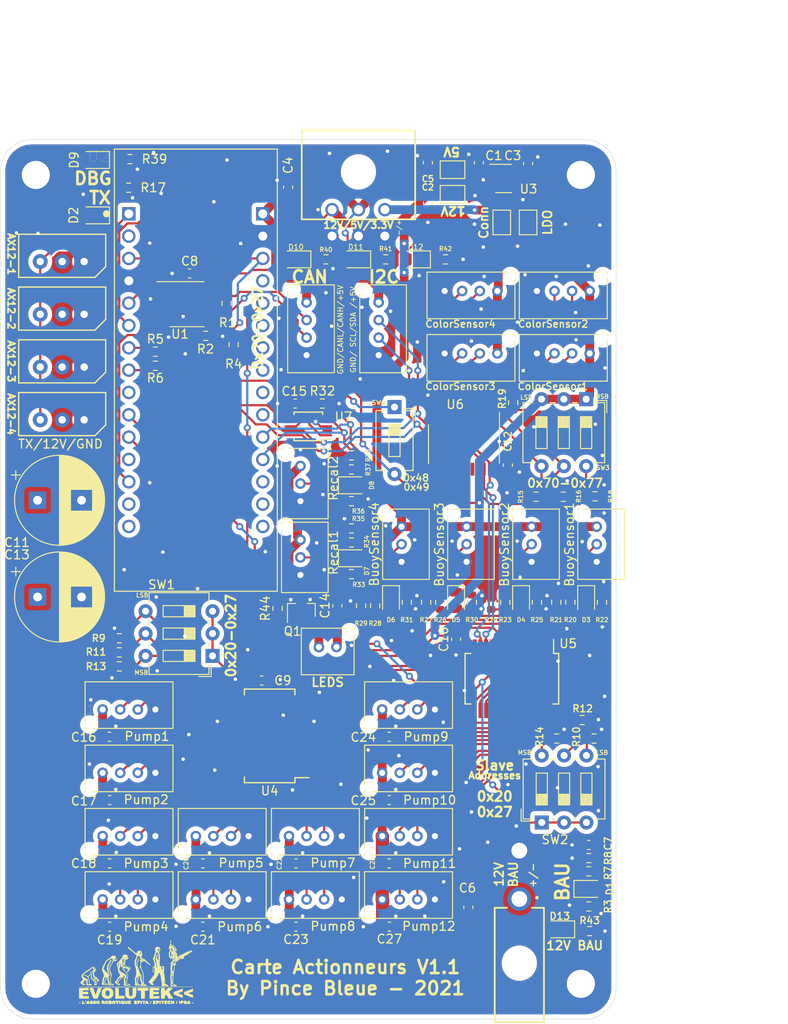
<source format=kicad_pcb>
(kicad_pcb (version 20171130) (host pcbnew "(5.1.8)-1")
  (layers (0 F.Cu signal) (31 B.Cu signal) (34 B.Paste user) (35 F.Paste user) (36 B.SilkS user) (37 F.SilkS user) (38 B.Mask user) (39 F.Mask user) (44 Edge.Cuts user))
  (net 0 "")
  (net 1 /TX)
  (net 2 12V_BAU)
  (net 3 GND)
  (net 4 "Net-(BuoySensor1-Pad2)")
  (net 5 +12V)
  (net 6 "Net-(BuoySensor2-Pad2)")
  (net 7 "Net-(BuoySensor3-Pad2)")
  (net 8 "Net-(BuoySensor4-Pad2)")
  (net 9 "Net-(C1-Pad1)")
  (net 10 +3V3)
  (net 11 +5V)
  (net 12 /BAU)
  (net 13 /Actuators/SCL0)
  (net 14 /Actuators/SDA0)
  (net 15 /Actuators/SCL1)
  (net 16 /Actuators/SDA1)
  (net 17 /Actuators/SDA2)
  (net 18 /Actuators/SCL2)
  (net 19 /Actuators/SDA3)
  (net 20 /Actuators/SCL3)
  (net 21 "Net-(D1-Pad1)")
  (net 22 "Net-(D2-Pad1)")
  (net 23 "Net-(D3-Pad1)")
  (net 24 /Actuators/B8)
  (net 25 "Net-(D4-Pad1)")
  (net 26 /Actuators/B9)
  (net 27 /Actuators/B10)
  (net 28 "Net-(D5-Pad1)")
  (net 29 "Net-(D6-Pad1)")
  (net 30 /Actuators/B11)
  (net 31 RECAL1)
  (net 32 "Net-(D7-Pad1)")
  (net 33 RECAL2)
  (net 34 "Net-(D8-Pad1)")
  (net 35 "Net-(D9-Pad1)")
  (net 36 /LED)
  (net 37 /CANH)
  (net 38 /CANL)
  (net 39 /SCL)
  (net 40 /SDA)
  (net 41 /Actuators/A0)
  (net 42 /Actuators/A1)
  (net 43 /Actuators/A3)
  (net 44 /Actuators/A2)
  (net 45 /Actuators/A4)
  (net 46 /Actuators/A5)
  (net 47 /Actuators/A7)
  (net 48 /Actuators/A6)
  (net 49 /Actuators/B0)
  (net 50 /Actuators/B1)
  (net 51 /Actuators/B3)
  (net 52 /Actuators/B2)
  (net 53 /Actuators/B4)
  (net 54 /Actuators/B5)
  (net 55 /Actuators/B7)
  (net 56 /Actuators/B6)
  (net 57 /Actuators/A8)
  (net 58 /Actuators/A9)
  (net 59 /Actuators/A11)
  (net 60 /Actuators/A10)
  (net 61 /Actuators/A12)
  (net 62 /Actuators/A13)
  (net 63 /Actuators/A15)
  (net 64 /Actuators/A14)
  (net 65 "Net-(R2-Pad1)")
  (net 66 /RST)
  (net 67 "Net-(R9-Pad1)")
  (net 68 "Net-(R10-Pad1)")
  (net 69 "Net-(R11-Pad1)")
  (net 70 "Net-(R12-Pad1)")
  (net 71 "Net-(R13-Pad1)")
  (net 72 "Net-(R14-Pad1)")
  (net 73 "Net-(R15-Pad1)")
  (net 74 "Net-(R16-Pad1)")
  (net 75 "Net-(R18-Pad1)")
  (net 76 "Net-(R19-Pad2)")
  (net 77 "Net-(R32-Pad1)")
  (net 78 "Net-(R34-Pad1)")
  (net 79 "Net-(R37-Pad1)")
  (net 80 /CAN_TX)
  (net 81 /CAN_RX)
  (net 82 "Net-(U1-Pad5)")
  (net 83 "Net-(U2-Pad2.15)")
  (net 84 "Net-(U2-Pad1.15)")
  (net 85 "Net-(U2-Pad1.14)")
  (net 86 "Net-(U2-Pad2.13)")
  (net 87 "Net-(U2-Pad1.12)")
  (net 88 "Net-(U2-Pad2.9)")
  (net 89 "Net-(U2-Pad1.9)")
  (net 90 "Net-(U2-Pad2.8)")
  (net 91 "Net-(U2-Pad2.7)")
  (net 92 "Net-(U2-Pad2.6)")
  (net 93 /INT)
  (net 94 "Net-(U2-Pad1.2)")
  (net 95 "Net-(U3-Pad4)")
  (net 96 "Net-(U4-Pad11)")
  (net 97 "Net-(U4-Pad14)")
  (net 98 "Net-(U4-Pad19)")
  (net 99 "Net-(U4-Pad20)")
  (net 100 "Net-(U5-Pad20)")
  (net 101 "Net-(U5-Pad14)")
  (net 102 "Net-(U5-Pad11)")
  (net 103 "Net-(U5-Pad8)")
  (net 104 "Net-(U5-Pad7)")
  (net 105 "Net-(U5-Pad6)")
  (net 106 "Net-(U6-Pad13)")
  (net 107 "Net-(U6-Pad14)")
  (net 108 "Net-(U6-Pad15)")
  (net 109 "Net-(U6-Pad16)")
  (net 110 "Net-(U6-Pad17)")
  (net 111 "Net-(U6-Pad18)")
  (net 112 "Net-(U6-Pad19)")
  (net 113 "Net-(U6-Pad20)")
  (net 114 "Net-(U7-Pad2)")
  (net 115 "Net-(U7-Pad6)")
  (net 116 "Net-(U7-Pad7)")
  (net 117 "Net-(U2-Pad2.14)")
  (net 118 "Net-(C3-Pad1)")
  (net 119 "Net-(J2-Pad3)")
  (net 120 "Net-(U2-Pad2.10)")
  (net 121 "Net-(D10-Pad1)")
  (net 122 "Net-(D11-Pad1)")
  (net 123 "Net-(D12-Pad1)")
  (net 124 "Net-(D13-Pad1)")
  (net 125 "Net-(Led_Strip1-Pad2)")
  (net 126 "Net-(Q1-Pad1)")
  (net 127 /LEDS)
  (net 128 "Net-(U2-Pad2.4)")
  (module ComponentsEvo:logo-evo-min (layer F.Cu) (at 35.5 114.55)
    (fp_text reference G*** hide)
    (fp_text value LOGO hide)
  )
  (module Resistor_SMD:R_0603_1608Metric (layer F.Cu) (at 75.8 72.6 270)
    (fp_text reference R24 (at 2 0 180) (layer F.SilkS) (effects (font (size 0.5 0.5) (thickness 0.1))))
    (fp_text value 150)
    (pad 2 smd roundrect (at 0.825 0 270) (size 0.8 0.95) (layers F.Cu F.Paste F.Mask) (net 26 /Actuators/B9))
    (pad 1 smd roundrect (at -0.825 0 270) (size 0.8 0.95) (layers F.Cu F.Paste F.Mask) (net 3 GND))
  )
  (module Button_Switch_THT:SW_DIP_SPSTx01_Slide_6.7x4.1mm_W7.62mm_P2.54mm_LowProfile (layer F.Cu) (at 64.8 50.4 270)
    (fp_text reference SW4 (at -0.5 1.8) (layer F.SilkS) (effects (font (size 0.5 0.5) (thickness 0.1))))
    (fp_text value SW_DIP_x01)
    (pad 2 thru_hole oval (at 7.62 0 270) (size 1.6 1.6) (drill 0.8) (layers *.Cu *.Mask) (net 10 +3V3))
    (pad 1 thru_hole rect (at 0 0 270) (size 1.6 1.6) (drill 0.8) (layers *.Cu *.Mask) (net 77 "Net-(R32-Pad1)"))
  )
  (module ConnectorsEvo:B02B-PASK (layer F.Cu) (at 57.2 77.7)
    (fp_text reference Led_Strip1 hide)
    (fp_text value Conn_01x02_Male)
    (fp_text user 1 (at 1.968 -0.5) (layer F.SilkS) (effects (font (thickness 0.015))))
    (pad None np_thru_hole circle (at 2.5 -1.7) (size 1.1 1.1) (drill 1.1) (layers *.Cu *.Mask))
    (pad 2 thru_hole circle (at -1 0) (size 1.208 1.208) (drill 0.7) (layers *.Cu *.Mask) (net 125 "Net-(Led_Strip1-Pad2)"))
    (pad 1 thru_hole circle (at 1 0) (size 1.208 1.208) (drill 0.7) (layers *.Cu *.Mask B.Adhes) (net 5 +12V))
  )
  (module Package_SO:SSOP-28_5.3x10.2mm_P0.65mm (layer F.Cu) (at 78.15 81.3 270)
    (fp_text reference U5 (at -4 -6.4 180) (layer F.SilkS))
    (fp_text value MCP23017_SS)
    (pad 28 smd rect (at 3.6 -4.225 270) (size 1.75 0.45) (layers F.Cu F.Paste F.Mask) (net 63 /Actuators/A15))
    (pad 27 smd rect (at 3.6 -3.575 270) (size 1.75 0.45) (layers F.Cu F.Paste F.Mask) (net 64 /Actuators/A14))
    (pad 26 smd rect (at 3.6 -2.925 270) (size 1.75 0.45) (layers F.Cu F.Paste F.Mask) (net 62 /Actuators/A13))
    (pad 25 smd rect (at 3.6 -2.275 270) (size 1.75 0.45) (layers F.Cu F.Paste F.Mask) (net 61 /Actuators/A12))
    (pad 24 smd rect (at 3.6 -1.625 270) (size 1.75 0.45) (layers F.Cu F.Paste F.Mask) (net 59 /Actuators/A11))
    (pad 23 smd rect (at 3.6 -0.975 270) (size 1.75 0.45) (layers F.Cu F.Paste F.Mask) (net 60 /Actuators/A10))
    (pad 22 smd rect (at 3.6 -0.325 270) (size 1.75 0.45) (layers F.Cu F.Paste F.Mask) (net 58 /Actuators/A9))
    (pad 21 smd rect (at 3.6 0.325 270) (size 1.75 0.45) (layers F.Cu F.Paste F.Mask) (net 57 /Actuators/A8))
    (pad 20 smd rect (at 3.6 0.975 270) (size 1.75 0.45) (layers F.Cu F.Paste F.Mask) (net 100 "Net-(U5-Pad20)"))
    (pad 19 smd rect (at 3.6 1.625 270) (size 1.75 0.45) (layers F.Cu F.Paste F.Mask) (net 93 /INT))
    (pad 18 smd rect (at 3.6 2.275 270) (size 1.75 0.45) (layers F.Cu F.Paste F.Mask) (net 10 +3V3))
    (pad 17 smd rect (at 3.6 2.925 270) (size 1.75 0.45) (layers F.Cu F.Paste F.Mask) (net 72 "Net-(R14-Pad1)"))
    (pad 16 smd rect (at 3.6 3.575 270) (size 1.75 0.45) (layers F.Cu F.Paste F.Mask) (net 70 "Net-(R12-Pad1)"))
    (pad 15 smd rect (at 3.6 4.225 270) (size 1.75 0.45) (layers F.Cu F.Paste F.Mask) (net 68 "Net-(R10-Pad1)"))
    (pad 14 smd rect (at -3.6 4.225 270) (size 1.75 0.45) (layers F.Cu F.Paste F.Mask) (net 101 "Net-(U5-Pad14)"))
    (pad 13 smd rect (at -3.6 3.575 270) (size 1.75 0.45) (layers F.Cu F.Paste F.Mask) (net 40 /SDA))
    (pad 12 smd rect (at -3.6 2.925 270) (size 1.75 0.45) (layers F.Cu F.Paste F.Mask) (net 39 /SCL))
    (pad 11 smd rect (at -3.6 2.275 270) (size 1.75 0.45) (layers F.Cu F.Paste F.Mask) (net 102 "Net-(U5-Pad11)"))
    (pad 10 smd rect (at -3.6 1.625 270) (size 1.75 0.45) (layers F.Cu F.Paste F.Mask) (net 3 GND))
    (pad 9 smd rect (at -3.6 0.975 270) (size 1.75 0.45) (layers F.Cu F.Paste F.Mask) (net 10 +3V3))
    (pad 8 smd rect (at -3.6 0.325 270) (size 1.75 0.45) (layers F.Cu F.Paste F.Mask) (net 103 "Net-(U5-Pad8)"))
    (pad 7 smd rect (at -3.6 -0.325 270) (size 1.75 0.45) (layers F.Cu F.Paste F.Mask) (net 104 "Net-(U5-Pad7)"))
    (pad 6 smd rect (at -3.6 -0.975 270) (size 1.75 0.45) (layers F.Cu F.Paste F.Mask) (net 105 "Net-(U5-Pad6)"))
    (pad 5 smd rect (at -3.6 -1.625 270) (size 1.75 0.45) (layers F.Cu F.Paste F.Mask) (net 12 /BAU))
    (pad 4 smd rect (at -3.6 -2.275 270) (size 1.75 0.45) (layers F.Cu F.Paste F.Mask) (net 30 /Actuators/B11))
    (pad 3 smd rect (at -3.6 -2.925 270) (size 1.75 0.45) (layers F.Cu F.Paste F.Mask) (net 27 /Actuators/B10))
    (pad 2 smd rect (at -3.6 -3.575 270) (size 1.75 0.45) (layers F.Cu F.Paste F.Mask) (net 26 /Actuators/B9))
    (pad 1 smd rect (at -3.6 -4.225 270) (size 1.75 0.45) (layers F.Cu F.Paste F.Mask) (net 24 /Actuators/B8))
  )
  (module Resistor_SMD:R_0603_1608Metric (layer F.Cu) (at 87.6 60.55)
    (fp_text reference R18 (at 1.8 0 90) (layer F.SilkS) (effects (font (size 0.5 0.5) (thickness 0.1))))
    (fp_text value 10K)
    (pad 2 smd roundrect (at 0.825 0) (size 0.8 0.95) (layers F.Cu F.Paste F.Mask) (net 3 GND))
    (pad 1 smd roundrect (at -0.825 0) (size 0.8 0.95) (layers F.Cu F.Paste F.Mask) (net 75 "Net-(R18-Pad1)"))
  )
  (module Button_Switch_THT:SW_DIP_SPSTx03_Slide_6.7x9.18mm_W7.62mm_P2.54mm_LowProfile (layer F.Cu) (at 86.6 49.5 270)
    (fp_text reference SW3 (at 7.8 -1.9 180) (layer F.SilkS) (effects (font (size 0.5 0.5) (thickness 0.1))))
    (fp_text value SW_DIP_x03)
    (pad 6 thru_hole oval (at 7.62 0 270) (size 1.6 1.6) (drill 0.8) (layers *.Cu *.Mask) (net 75 "Net-(R18-Pad1)"))
    (pad 3 thru_hole oval (at 0 5.08 270) (size 1.6 1.6) (drill 0.8) (layers *.Cu *.Mask) (net 10 +3V3))
    (pad 5 thru_hole oval (at 7.62 2.54 270) (size 1.6 1.6) (drill 0.8) (layers *.Cu *.Mask) (net 74 "Net-(R16-Pad1)"))
    (pad 2 thru_hole oval (at 0 2.54 270) (size 1.6 1.6) (drill 0.8) (layers *.Cu *.Mask) (net 10 +3V3))
    (pad 4 thru_hole oval (at 7.62 5.08 270) (size 1.6 1.6) (drill 0.8) (layers *.Cu *.Mask) (net 73 "Net-(R15-Pad1)"))
    (pad 1 thru_hole rect (at 0 0 270) (size 1.6 1.6) (drill 0.8) (layers *.Cu *.Mask) (net 10 +3V3))
  )
  (module Resistor_SMD:R_0603_1608Metric (layer F.Cu) (at 80.9 60.6 180)
    (fp_text reference R15 (at 1.75 0 90) (layer F.SilkS) (effects (font (size 0.5 0.5) (thickness 0.1))))
    (fp_text value 10K)
    (pad 2 smd roundrect (at 0.825 0 180) (size 0.8 0.95) (layers F.Cu F.Paste F.Mask) (net 3 GND))
    (pad 1 smd roundrect (at -0.825 0 180) (size 0.8 0.95) (layers F.Cu F.Paste F.Mask) (net 73 "Net-(R15-Pad1)"))
  )
  (module Resistor_SMD:R_0603_1608Metric (layer F.Cu) (at 46.5 43.3 90)
    (fp_text reference R4 (at -2.2 0 180) (layer F.SilkS))
    (fp_text value 10K)
    (pad 2 smd roundrect (at 0.825 0 90) (size 0.8 0.95) (layers F.Cu F.Paste F.Mask) (net 66 /RST))
    (pad 1 smd roundrect (at -0.825 0 90) (size 0.8 0.95) (layers F.Cu F.Paste F.Mask) (net 10 +3V3))
  )
  (module Package_SO:SOIC-8_3.9x4.9mm_P1.27mm (layer F.Cu) (at 41.2 38.7)
    (fp_text reference U1 (at -0.8 3.4) (layer F.SilkS))
    (fp_text value MCP2551-I-SN)
    (pad 1 smd roundrect (at -2.475 -1.905) (size 1.95 0.6) (layers F.Cu F.Paste F.Mask) (net 80 /CAN_TX))
    (pad 2 smd roundrect (at -2.475 -0.635) (size 1.95 0.6) (layers F.Cu F.Paste F.Mask) (net 3 GND))
    (pad 3 smd roundrect (at -2.475 0.635) (size 1.95 0.6) (layers F.Cu F.Paste F.Mask) (net 11 +5V))
    (pad 4 smd roundrect (at -2.475 1.905) (size 1.95 0.6) (layers F.Cu F.Paste F.Mask) (net 81 /CAN_RX))
    (pad 5 smd roundrect (at 2.475 1.905) (size 1.95 0.6) (layers F.Cu F.Paste F.Mask) (net 82 "Net-(U1-Pad5)"))
    (pad 6 smd roundrect (at 2.475 0.635) (size 1.95 0.6) (layers F.Cu F.Paste F.Mask) (net 38 /CANL))
    (pad 7 smd roundrect (at 2.475 -0.635) (size 1.95 0.6) (layers F.Cu F.Paste F.Mask) (net 37 /CANH))
    (pad 8 smd roundrect (at 2.475 -1.905) (size 1.95 0.6) (layers F.Cu F.Paste F.Mask) (net 65 "Net-(R2-Pad1)"))
  )
  (module MountingHole:MountingHole_3.2mm_M3_DIN965_Pad (layer F.Cu) (at 24 116)
    (fp_text reference REF** hide)
    (fp_text value MountingHole_3.2mm_M3_DIN965_Pad)
    (pad 1 thru_hole circle (at 0 0) (size 5.6 5.6) (drill 3.2) (layers *.Cu *.Mask) (net 3 GND))
  )
  (module MountingHole:MountingHole_3.2mm_M3_DIN965_Pad (layer F.Cu) (at 86 24)
    (fp_text reference REF** hide)
    (fp_text value MountingHole_3.2mm_M3_DIN965_Pad)
    (pad 1 thru_hole circle (at 0 0) (size 5.6 5.6) (drill 3.2) (layers *.Cu *.Mask) (net 3 GND))
  )
  (module MountingHole:MountingHole_3.2mm_M3_DIN965_Pad (layer F.Cu) (at 24 24)
    (fp_text reference REF** hide)
    (fp_text value MountingHole_3.2mm_M3_DIN965_Pad)
    (pad 1 thru_hole circle (at 0 0) (size 5.6 5.6) (drill 3.2) (layers *.Cu *.Mask) (net 3 GND))
  )
  (module MountingHole:MountingHole_3.2mm_M3_DIN965_Pad (layer F.Cu) (at 86 116)
    (fp_text reference REF** hide)
    (fp_text value MountingHole_3.2mm_M3_DIN965_Pad)
    (pad 1 thru_hole circle (at 0 0) (size 5.6 5.6) (drill 3.2) (layers *.Cu *.Mask) (net 3 GND))
  )
  (module Resistor_SMD:R_0603_1608Metric (layer F.Cu) (at 61 73 270)
    (fp_text reference R29 (at 2 0 180) (layer F.SilkS) (effects (font (size 0.5 0.5) (thickness 0.1))))
    (fp_text value 150)
    (pad 1 smd roundrect (at -0.825 0 270) (size 0.8 0.95) (layers F.Cu F.Paste F.Mask) (net 3 GND))
    (pad 2 smd roundrect (at 0.825 0 270) (size 0.8 0.95) (layers F.Cu F.Paste F.Mask) (net 30 /Actuators/B11))
  )
  (module Resistor_SMD:R_0603_1608Metric (layer F.Cu) (at 73.6 72.6 90)
    (fp_text reference R30 (at -2 0 180) (layer F.SilkS) (effects (font (size 0.5 0.5) (thickness 0.1))))
    (fp_text value 68)
    (pad 2 smd roundrect (at 0.825 0 90) (size 0.8 0.95) (layers F.Cu F.Paste F.Mask) (net 28 "Net-(D5-Pad1)"))
    (pad 1 smd roundrect (at -0.825 0 90) (size 0.8 0.95) (layers F.Cu F.Paste F.Mask) (net 3 GND))
  )
  (module Resistor_SMD:R_0603_1608Metric (layer F.Cu) (at 84.8 72.6 90)
    (fp_text reference R20 (at -2 0 180) (layer F.SilkS) (effects (font (size 0.5 0.5) (thickness 0.1))))
    (fp_text value 510)
    (pad 1 smd roundrect (at -0.825 0 90) (size 0.8 0.95) (layers F.Cu F.Paste F.Mask) (net 24 /Actuators/B8))
    (pad 2 smd roundrect (at 0.825 0 90) (size 0.8 0.95) (layers F.Cu F.Paste F.Mask) (net 4 "Net-(BuoySensor1-Pad2)"))
  )
  (module Resistor_SMD:R_0603_1608Metric (layer F.Cu) (at 88.4 72.6 90)
    (fp_text reference R22 (at -2 0 180) (layer F.SilkS) (effects (font (size 0.5 0.5) (thickness 0.1))))
    (fp_text value 68)
    (pad 2 smd roundrect (at 0.825 0 90) (size 0.8 0.95) (layers F.Cu F.Paste F.Mask) (net 23 "Net-(D3-Pad1)"))
    (pad 1 smd roundrect (at -0.825 0 90) (size 0.8 0.95) (layers F.Cu F.Paste F.Mask) (net 3 GND))
  )
  (module Capacitor_SMD:C_0603_1608Metric (layer F.Cu) (at 49.7 81.5 180)
    (fp_text reference C9 (at -2.4 0) (layer F.SilkS))
    (fp_text value 100nF)
    (pad 1 smd roundrect (at -0.775 0 180) (size 0.9 0.95) (layers F.Cu F.Paste F.Mask) (net 3 GND))
    (pad 2 smd roundrect (at 0.775 0 180) (size 0.9 0.95) (layers F.Cu F.Paste F.Mask) (net 10 +3V3))
  )
  (module Resistor_SMD:R_0603_1608Metric (layer F.Cu) (at 83.2 72.6 270)
    (fp_text reference R21 (at 2 0 180) (layer F.SilkS) (effects (font (size 0.5 0.5) (thickness 0.1))))
    (fp_text value 150)
    (pad 1 smd roundrect (at -0.825 0 270) (size 0.8 0.95) (layers F.Cu F.Paste F.Mask) (net 3 GND))
    (pad 2 smd roundrect (at 0.825 0 270) (size 0.8 0.95) (layers F.Cu F.Paste F.Mask) (net 24 /Actuators/B8))
  )
  (module Resistor_SMD:R_0603_1608Metric (layer F.Cu) (at 81 72.6 90)
    (fp_text reference R25 (at -2 0 180) (layer F.SilkS) (effects (font (size 0.5 0.5) (thickness 0.1))))
    (fp_text value 68)
    (pad 1 smd roundrect (at -0.825 0 90) (size 0.8 0.95) (layers F.Cu F.Paste F.Mask) (net 3 GND))
    (pad 2 smd roundrect (at 0.825 0 90) (size 0.8 0.95) (layers F.Cu F.Paste F.Mask) (net 25 "Net-(D4-Pad1)"))
  )
  (module Resistor_SMD:R_0603_1608Metric (layer F.Cu) (at 70 72.6 90)
    (fp_text reference R26 (at -2 0 180) (layer F.SilkS) (effects (font (size 0.5 0.5) (thickness 0.1))))
    (fp_text value 510)
    (pad 1 smd roundrect (at -0.825 0 90) (size 0.8 0.95) (layers F.Cu F.Paste F.Mask) (net 27 /Actuators/B10))
    (pad 2 smd roundrect (at 0.825 0 90) (size 0.8 0.95) (layers F.Cu F.Paste F.Mask) (net 7 "Net-(BuoySensor3-Pad2)"))
  )
  (module Resistor_SMD:R_0603_1608Metric (layer F.Cu) (at 62.6 73 90)
    (fp_text reference R28 (at -2 0 180) (layer F.SilkS) (effects (font (size 0.5 0.5) (thickness 0.1))))
    (fp_text value 510)
    (pad 1 smd roundrect (at -0.825 0 90) (size 0.8 0.95) (layers F.Cu F.Paste F.Mask) (net 30 /Actuators/B11))
    (pad 2 smd roundrect (at 0.825 0 90) (size 0.8 0.95) (layers F.Cu F.Paste F.Mask) (net 8 "Net-(BuoySensor4-Pad2)"))
  )
  (module LED_SMD:LED_0805_2012Metric (layer F.Cu) (at 64.4 72.4 270)
    (fp_text reference D6 (at 2.2 0 180) (layer F.SilkS) (effects (font (size 0.5 0.5) (thickness 0.1))))
    (fp_text value GREEN)
    (pad 1 smd roundrect (at -0.9375 0 270) (size 0.975 1.4) (layers F.Cu F.Paste F.Mask) (net 29 "Net-(D6-Pad1)"))
    (pad 2 smd roundrect (at 0.9375 0 270) (size 0.975 1.4) (layers F.Cu F.Paste F.Mask) (net 30 /Actuators/B11))
  )
  (module LED_SMD:LED_0805_2012Metric (layer F.Cu) (at 86.6 72.4 270)
    (fp_text reference D3 (at 2.2 0 180) (layer F.SilkS) (effects (font (size 0.5 0.5) (thickness 0.1))))
    (fp_text value GREEN)
    (pad 1 smd roundrect (at -0.9375 0 270) (size 0.975 1.4) (layers F.Cu F.Paste F.Mask) (net 23 "Net-(D3-Pad1)"))
    (pad 2 smd roundrect (at 0.9375 0 270) (size 0.975 1.4) (layers F.Cu F.Paste F.Mask) (net 24 /Actuators/B8))
  )
  (module LED_SMD:LED_0805_2012Metric (layer F.Cu) (at 79.2 72.4 270)
    (fp_text reference D4 (at 2.2 0 180) (layer F.SilkS) (effects (font (size 0.5 0.5) (thickness 0.1))))
    (fp_text value GREEN)
    (pad 1 smd roundrect (at -0.9375 0 270) (size 0.975 1.4) (layers F.Cu F.Paste F.Mask) (net 25 "Net-(D4-Pad1)"))
    (pad 2 smd roundrect (at 0.9375 0 270) (size 0.975 1.4) (layers F.Cu F.Paste F.Mask) (net 26 /Actuators/B9))
  )
  (module Resistor_SMD:R_0603_1608Metric (layer F.Cu) (at 77.4 72.6 90)
    (fp_text reference R23 (at -2 0 180) (layer F.SilkS) (effects (font (size 0.5 0.5) (thickness 0.1))))
    (fp_text value 510)
    (pad 2 smd roundrect (at 0.825 0 90) (size 0.8 0.95) (layers F.Cu F.Paste F.Mask) (net 6 "Net-(BuoySensor2-Pad2)"))
    (pad 1 smd roundrect (at -0.825 0 90) (size 0.8 0.95) (layers F.Cu F.Paste F.Mask) (net 26 /Actuators/B9))
  )
  (module ConnectorsEvo:B04B-PASK (layer F.Cu) (at 34.6 84.8 180)
    (fp_text reference Pump1 (at -2.05 -3.05) (layer F.SilkS))
    (fp_text value Conn_01x04_Male)
    (fp_text user 1 (at 4.35 0.05) (layer F.SilkS) (effects (font (thickness 0.015))))
    (pad None np_thru_hole circle (at 4.5 -1.7 180) (size 1.1 1.1) (drill 1.1) (layers *.Cu *.Mask))
    (pad 4 thru_hole circle (at -3 0 180) (size 1.208 1.208) (drill 0.7) (layers *.Cu *.Mask) (net 3 GND))
    (pad 3 thru_hole circle (at -1 0 180) (size 1.208 1.208) (drill 0.7) (layers *.Cu *.Mask) (net 42 /Actuators/A1))
    (pad 2 thru_hole circle (at 1 0 180) (size 1.208 1.208) (drill 0.7) (layers *.Cu *.Mask) (net 41 /Actuators/A0))
    (pad 1 thru_hole circle (at 3 0 180) (size 1.208 1.208) (drill 0.7) (layers *.Cu *.Mask) (net 2 12V_BAU))
  )
  (module Resistor_SMD:R_0603_1608Metric (layer F.Cu) (at 66.2 72.6 90)
    (fp_text reference R31 (at -2 0 180) (layer F.SilkS) (effects (font (size 0.5 0.5) (thickness 0.1))))
    (fp_text value 68)
    (pad 2 smd roundrect (at 0.825 0 90) (size 0.8 0.95) (layers F.Cu F.Paste F.Mask) (net 29 "Net-(D6-Pad1)"))
    (pad 1 smd roundrect (at -0.825 0 90) (size 0.8 0.95) (layers F.Cu F.Paste F.Mask) (net 3 GND))
  )
  (module Resistor_SMD:R_0603_1608Metric (layer F.Cu) (at 68.4 72.6 270)
    (fp_text reference R27 (at 2 0 180) (layer F.SilkS) (effects (font (size 0.5 0.5) (thickness 0.1))))
    (fp_text value 150)
    (pad 1 smd roundrect (at -0.825 0 270) (size 0.8 0.95) (layers F.Cu F.Paste F.Mask) (net 3 GND))
    (pad 2 smd roundrect (at 0.825 0 270) (size 0.8 0.95) (layers F.Cu F.Paste F.Mask) (net 27 /Actuators/B10))
  )
  (module Button_Switch_THT:SW_DIP_SPSTx03_Slide_6.7x9.18mm_W7.62mm_P2.54mm_LowProfile (layer F.Cu) (at 81.55 97.65 90)
    (fp_text reference SW2 (at -1.95 1.5 180) (layer F.SilkS))
    (fp_text value SW_DIP_x03)
    (pad 1 thru_hole rect (at 0 0 90) (size 1.6 1.6) (drill 0.8) (layers *.Cu *.Mask) (net 10 +3V3))
    (pad 4 thru_hole oval (at 7.62 5.08 90) (size 1.6 1.6) (drill 0.8) (layers *.Cu *.Mask) (net 68 "Net-(R10-Pad1)"))
    (pad 2 thru_hole oval (at 0 2.54 90) (size 1.6 1.6) (drill 0.8) (layers *.Cu *.Mask) (net 10 +3V3))
    (pad 5 thru_hole oval (at 7.62 2.54 90) (size 1.6 1.6) (drill 0.8) (layers *.Cu *.Mask) (net 70 "Net-(R12-Pad1)"))
    (pad 3 thru_hole oval (at 0 5.08 90) (size 1.6 1.6) (drill 0.8) (layers *.Cu *.Mask) (net 10 +3V3))
    (pad 6 thru_hole oval (at 7.62 0 90) (size 1.6 1.6) (drill 0.8) (layers *.Cu *.Mask) (net 72 "Net-(R14-Pad1)"))
  )
  (module ComponentsEvo:MODULE_NUCLEO-F303K8 (layer F.Cu) (at 42.2 46.2)
    (fp_text reference U2 (at -11 -24.4) (layer F.SilkS) (effects (font (size 1.402378 1.402378) (thickness 0.015))))
    (fp_text value NUCLEO-F303K8)
    (pad 2.15 thru_hole circle (at 7.62 17.78) (size 1.53 1.53) (drill 1.02) (layers *.Cu *.Mask) (net 83 "Net-(U2-Pad2.15)"))
    (pad 1.15 thru_hole circle (at -7.62 17.78) (size 1.53 1.53) (drill 1.02) (layers *.Cu *.Mask) (net 84 "Net-(U2-Pad1.15)"))
    (pad 2.14 thru_hole circle (at 7.62 15.24) (size 1.53 1.53) (drill 1.02) (layers *.Cu *.Mask) (net 117 "Net-(U2-Pad2.14)"))
    (pad 1.14 thru_hole circle (at -7.62 15.24) (size 1.53 1.53) (drill 1.02) (layers *.Cu *.Mask) (net 85 "Net-(U2-Pad1.14)"))
    (pad 2.13 thru_hole circle (at 7.62 12.7) (size 1.53 1.53) (drill 1.02) (layers *.Cu *.Mask) (net 86 "Net-(U2-Pad2.13)"))
    (pad 1.13 thru_hole circle (at -7.62 12.7) (size 1.53 1.53) (drill 1.02) (layers *.Cu *.Mask) (net 81 /CAN_RX))
    (pad 2.12 thru_hole circle (at 7.62 10.16) (size 1.53 1.53) (drill 1.02) (layers *.Cu *.Mask) (net 31 RECAL1))
    (pad 1.12 thru_hole circle (at -7.62 10.16) (size 1.53 1.53) (drill 1.02) (layers *.Cu *.Mask) (net 87 "Net-(U2-Pad1.12)"))
    (pad 2.11 thru_hole circle (at 7.62 7.62) (size 1.53 1.53) (drill 1.02) (layers *.Cu *.Mask) (net 33 RECAL2))
    (pad 1.11 thru_hole circle (at -7.62 7.62) (size 1.53 1.53) (drill 1.02) (layers *.Cu *.Mask) (net 12 /BAU))
    (pad 2.10 thru_hole circle (at 7.62 5.08) (size 1.53 1.53) (drill 1.02) (layers *.Cu *.Mask) (net 120 "Net-(U2-Pad2.10)"))
    (pad 1.10 thru_hole circle (at -7.62 5.08) (size 1.53 1.53) (drill 1.02) (layers *.Cu *.Mask) (net 127 /LEDS))
    (pad 2.9 thru_hole circle (at 7.62 2.54) (size 1.53 1.53) (drill 1.02) (layers *.Cu *.Mask) (net 88 "Net-(U2-Pad2.9)"))
    (pad 1.9 thru_hole circle (at -7.62 2.54) (size 1.53 1.53) (drill 1.02) (layers *.Cu *.Mask) (net 89 "Net-(U2-Pad1.9)"))
    (pad 2.8 thru_hole circle (at 7.62 0) (size 1.53 1.53) (drill 1.02) (layers *.Cu *.Mask) (net 90 "Net-(U2-Pad2.8)"))
    (pad 1.8 thru_hole circle (at -7.62 0) (size 1.53 1.53) (drill 1.02) (layers *.Cu *.Mask) (net 39 /SCL))
    (pad 2.7 thru_hole circle (at 7.62 -2.54) (size 1.53 1.53) (drill 1.02) (layers *.Cu *.Mask) (net 91 "Net-(U2-Pad2.7)"))
    (pad 1.7 thru_hole circle (at -7.62 -2.54) (size 1.53 1.53) (drill 1.02) (layers *.Cu *.Mask) (net 40 /SDA))
    (pad 2.6 thru_hole circle (at 7.62 -5.08) (size 1.53 1.53) (drill 1.02) (layers *.Cu *.Mask) (net 92 "Net-(U2-Pad2.6)"))
    (pad 1.6 thru_hole circle (at -7.62 -5.08) (size 1.53 1.53) (drill 1.02) (layers *.Cu *.Mask) (net 36 /LED))
    (pad 2.5 thru_hole circle (at 7.62 -7.62) (size 1.53 1.53) (drill 1.02) (layers *.Cu *.Mask) (net 93 /INT))
    (pad 1.5 thru_hole circle (at -7.62 -7.62) (size 1.53 1.53) (drill 1.02) (layers *.Cu *.Mask) (net 80 /CAN_TX))
    (pad 2.4 thru_hole circle (at 7.62 -10.16) (size 1.53 1.53) (drill 1.02) (layers *.Cu *.Mask) (net 128 "Net-(U2-Pad2.4)"))
    (pad 1.4 thru_hole circle (at -7.62 -10.16) (size 1.53 1.53) (drill 1.02) (layers *.Cu *.Mask) (net 3 GND))
    (pad 2.3 thru_hole circle (at 7.62 -12.7) (size 1.53 1.53) (drill 1.02) (layers *.Cu *.Mask) (net 66 /RST))
    (pad 1.3 thru_hole circle (at -7.62 -12.7) (size 1.53 1.53) (drill 1.02) (layers *.Cu *.Mask) (net 66 /RST))
    (pad 2.2 thru_hole circle (at 7.62 -15.24) (size 1.53 1.53) (drill 1.02) (layers *.Cu *.Mask) (net 3 GND))
    (pad 1.2 thru_hole circle (at -7.62 -15.24) (size 1.53 1.53) (drill 1.02) (layers *.Cu *.Mask) (net 94 "Net-(U2-Pad1.2)"))
    (pad 2.1 thru_hole rect (at 7.62 -17.78) (size 1.53 1.53) (drill 1.02) (layers *.Cu *.Mask) (net 11 +5V))
    (pad 1.1 thru_hole rect (at -7.62 -17.78) (size 1.53 1.53) (drill 1.02) (layers *.Cu *.Mask) (net 1 /TX))
  )
  (module Capacitor_SMD:C_0603_1608Metric (layer F.Cu) (at 68.6 27.2 270)
    (fp_text reference C2 (at -1.8 0 180) (layer F.SilkS) (effects (font (size 0.7 0.7))))
    (fp_text value 4.7uF)
    (pad 2 smd roundrect (at 0.775 0 270) (size 0.9 0.95) (layers F.Cu F.Paste F.Mask) (net 3 GND))
    (pad 1 smd roundrect (at -0.775 0 270) (size 0.9 0.95) (layers F.Cu F.Paste F.Mask) (net 5 +12V))
  )
  (module Capacitor_SMD:C_0603_1608Metric (layer F.Cu) (at 80 22.7 90)
    (fp_text reference C3 (at 0.9 -1.75) (layer F.SilkS))
    (fp_text value 1uF)
    (pad 1 smd roundrect (at -0.775 0 90) (size 0.9 0.95) (layers F.Cu F.Paste F.Mask) (net 118 "Net-(C3-Pad1)"))
    (pad 2 smd roundrect (at 0.775 0 90) (size 0.9 0.95) (layers F.Cu F.Paste F.Mask) (net 3 GND))
  )
  (module Capacitor_SMD:C_0603_1608Metric (layer F.Cu) (at 74.4 22.6 90)
    (fp_text reference C1 (at 0.8 1.7 180) (layer F.SilkS))
    (fp_text value 1uF)
    (pad 1 smd roundrect (at -0.775 0 90) (size 0.9 0.95) (layers F.Cu F.Paste F.Mask) (net 9 "Net-(C1-Pad1)"))
    (pad 2 smd roundrect (at 0.775 0 90) (size 0.9 0.95) (layers F.Cu F.Paste F.Mask) (net 3 GND))
  )
  (module ConnectorsEvo:22-03-5035 (layer F.Cu) (at 27 33.2 270)
    (fp_text reference AX12-1 (at -0.2 5.8 270 unlocked) (layer F.SilkS) (effects (font (size 0.8 0.8) (thickness 0.2))))
    (fp_text value Conn_01x03_Male)
    (pad 1 thru_hole circle (at 0.65 2.5 270) (size 1.7 1.7) (drill 0.85) (layers *.Cu *.Mask) (net 1 /TX))
    (pad 2 thru_hole circle (at 0.65 0 270) (size 1.7 1.7) (drill 0.85) (layers *.Cu *.Mask) (net 2 12V_BAU))
    (pad 3 thru_hole circle (at 0.65 -2.5 270) (size 1.7 1.7) (drill 0.85) (layers *.Cu *.Mask) (net 3 GND))
  )
  (module ConnectorsEvo:B03B-PASK (layer F.Cu) (at 87.8 66 90)
    (fp_text reference BuoySensor1 (at -0.035 -3.1 90) (layer F.SilkS))
    (fp_text value Conn_01x03_Male)
    (fp_text user 1 (at 2.968 -0.5 90) (layer F.SilkS) (effects (font (thickness 0.015))))
    (pad 1 thru_hole circle (at 2 0 90) (size 1.208 1.208) (drill 0.7) (layers *.Cu *.Mask) (net 5 +12V))
    (pad 2 thru_hole circle (at 0 0 90) (size 1.208 1.208) (drill 0.7) (layers *.Cu *.Mask) (net 4 "Net-(BuoySensor1-Pad2)"))
    (pad 3 thru_hole circle (at -2 0 90) (size 1.208 1.208) (drill 0.7) (layers *.Cu *.Mask) (net 3 GND))
    (pad None np_thru_hole circle (at 3.5 -1.7 90) (size 1.1 1.1) (drill 1.1) (layers *.Cu *.Mask))
  )
  (module Capacitor_SMD:C_0603_1608Metric (layer F.Cu) (at 52.7 25.4 90)
    (fp_text reference C4 (at 2.5 0 90) (layer F.SilkS))
    (fp_text value 100nF)
    (pad 1 smd roundrect (at -0.775 0 90) (size 0.9 0.95) (layers F.Cu F.Paste F.Mask) (net 11 +5V))
    (pad 2 smd roundrect (at 0.775 0 90) (size 0.9 0.95) (layers F.Cu F.Paste F.Mask) (net 3 GND))
  )
  (module ConnectorsEvo:22-03-5035 (layer F.Cu) (at 27 39.2 270)
    (fp_text reference AX12-2 (at 0 5.8 270 unlocked) (layer F.SilkS) (effects (font (size 0.8 0.8) (thickness 0.2))))
    (fp_text value Conn_01x03_Male)
    (pad 3 thru_hole circle (at 0.65 -2.5 270) (size 1.7 1.7) (drill 0.85) (layers *.Cu *.Mask) (net 3 GND))
    (pad 2 thru_hole circle (at 0.65 0 270) (size 1.7 1.7) (drill 0.85) (layers *.Cu *.Mask) (net 2 12V_BAU))
    (pad 1 thru_hole circle (at 0.65 2.5 270) (size 1.7 1.7) (drill 0.85) (layers *.Cu *.Mask) (net 1 /TX))
  )
  (module ConnectorsEvo:22-03-5035 (layer F.Cu) (at 27 45.2 270)
    (fp_text reference AX12-3 (at 0 5.8 270 unlocked) (layer F.SilkS) (effects (font (size 0.8 0.8) (thickness 0.2))))
    (fp_text value Conn_01x03_Male)
    (pad 1 thru_hole circle (at 0.65 2.5 270) (size 1.7 1.7) (drill 0.85) (layers *.Cu *.Mask) (net 1 /TX))
    (pad 2 thru_hole circle (at 0.65 0 270) (size 1.7 1.7) (drill 0.85) (layers *.Cu *.Mask) (net 2 12V_BAU))
    (pad 3 thru_hole circle (at 0.65 -2.5 270) (size 1.7 1.7) (drill 0.85) (layers *.Cu *.Mask) (net 3 GND))
  )
  (module Capacitor_SMD:C_0603_1608Metric (layer F.Cu) (at 53.6 102.3)
    (fp_text reference C22 (at -1.9 0 90) (layer F.SilkS) (effects (font (size 0.5 0.5) (thickness 0.1))))
    (fp_text value 4.7uF)
    (pad 2 smd roundrect (at 0.775 0) (size 0.9 0.95) (layers F.Cu F.Paste F.Mask) (net 3 GND))
    (pad 1 smd roundrect (at -0.775 0) (size 0.9 0.95) (layers F.Cu F.Paste F.Mask) (net 2 12V_BAU))
  )
  (module ConnectorsEvo:B04B-PASK (layer F.Cu) (at 45.2 99.2 180)
    (fp_text reference Pump5 (at -2.15 -3.05) (layer F.SilkS))
    (fp_text value Conn_01x04_Male)
    (fp_text user 1 (at 4 -0.5) (layer F.SilkS) (effects (font (thickness 0.015))))
    (pad 1 thru_hole circle (at 3 0 180) (size 1.208 1.208) (drill 0.7) (layers *.Cu *.Mask) (net 2 12V_BAU))
    (pad 2 thru_hole circle (at 1 0 180) (size 1.208 1.208) (drill 0.7) (layers *.Cu *.Mask) (net 49 /Actuators/B0))
    (pad 3 thru_hole circle (at -1 0 180) (size 1.208 1.208) (drill 0.7) (layers *.Cu *.Mask) (net 50 /Actuators/B1))
    (pad 4 thru_hole circle (at -3 0 180) (size 1.208 1.208) (drill 0.7) (layers *.Cu *.Mask) (net 3 GND))
    (pad None np_thru_hole circle (at 4.5 -1.7 180) (size 1.1 1.1) (drill 1.1) (layers *.Cu *.Mask))
  )
  (module ConnectorsEvo:22-03-5035 (layer F.Cu) (at 27 51.2 270)
    (fp_text reference AX12-4 (at 0 5.8 270 unlocked) (layer F.SilkS) (effects (font (size 0.8 0.8) (thickness 0.2))))
    (fp_text value Conn_01x03_Male)
    (pad 3 thru_hole circle (at 0.65 -2.5 270) (size 1.7 1.7) (drill 0.85) (layers *.Cu *.Mask) (net 3 GND))
    (pad 2 thru_hole circle (at 0.65 0 270) (size 1.7 1.7) (drill 0.85) (layers *.Cu *.Mask) (net 2 12V_BAU))
    (pad 1 thru_hole circle (at 0.65 2.5 270) (size 1.7 1.7) (drill 0.85) (layers *.Cu *.Mask) (net 1 /TX))
  )
  (module ConnectorsEvo:B03B-PASK (layer F.Cu) (at 73 66 90)
    (fp_text reference BuoySensor3 (at -0.035 -3.1 90) (layer F.SilkS))
    (fp_text value Conn_01x03_Male)
    (fp_text user 1 (at 2.968 -0.5 90) (layer F.SilkS) (effects (font (thickness 0.015))))
    (pad None np_thru_hole circle (at 3.5 -1.7 90) (size 1.1 1.1) (drill 1.1) (layers *.Cu *.Mask))
    (pad 3 thru_hole circle (at -2 0 90) (size 1.208 1.208) (drill 0.7) (layers *.Cu *.Mask) (net 3 GND))
    (pad 2 thru_hole circle (at 0 0 90) (size 1.208 1.208) (drill 0.7) (layers *.Cu *.Mask) (net 7 "Net-(BuoySensor3-Pad2)"))
    (pad 1 thru_hole circle (at 2 0 90) (size 1.208 1.208) (drill 0.7) (layers *.Cu *.Mask) (net 5 +12V))
  )
  (module ConnectorsEvo:B03B-PASK (layer F.Cu) (at 65.6 66 90)
    (fp_text reference BuoySensor4 (at 0 -3.1 270) (layer F.SilkS))
    (fp_text value Conn_01x03_Male)
    (fp_text user 1 (at 2.968 -0.5 90) (layer F.SilkS) (effects (font (thickness 0.015))))
    (pad 1 thru_hole circle (at 2 0 90) (size 1.208 1.208) (drill 0.7) (layers *.Cu *.Mask) (net 5 +12V))
    (pad 2 thru_hole circle (at 0 0 90) (size 1.208 1.208) (drill 0.7) (layers *.Cu *.Mask) (net 8 "Net-(BuoySensor4-Pad2)"))
    (pad 3 thru_hole circle (at -2 0 90) (size 1.208 1.208) (drill 0.7) (layers *.Cu *.Mask) (net 3 GND))
    (pad None np_thru_hole circle (at 3.5 -1.7 90) (size 1.1 1.1) (drill 1.1) (layers *.Cu *.Mask))
  )
  (module ConnectorsEvo:B03B-PASK (layer F.Cu) (at 80.4 66 90)
    (fp_text reference BuoySensor2 (at -0.035 -3.1 90) (layer F.SilkS))
    (fp_text value Conn_01x03_Male)
    (fp_text user 1 (at 2.968 -0.5 90) (layer F.SilkS) (effects (font (thickness 0.015))))
    (pad None np_thru_hole circle (at 3.5 -1.7 90) (size 1.1 1.1) (drill 1.1) (layers *.Cu *.Mask))
    (pad 3 thru_hole circle (at -2 0 90) (size 1.208 1.208) (drill 0.7) (layers *.Cu *.Mask) (net 3 GND))
    (pad 2 thru_hole circle (at 0 0 90) (size 1.208 1.208) (drill 0.7) (layers *.Cu *.Mask) (net 6 "Net-(BuoySensor2-Pad2)"))
    (pad 1 thru_hole circle (at 2 0 90) (size 1.208 1.208) (drill 0.7) (layers *.Cu *.Mask) (net 5 +12V))
  )
  (module LED_SMD:LED_0805_2012Metric (layer F.Cu) (at 60.1 67.6)
    (fp_text reference D7 (at 1.55 1.45 90) (layer F.SilkS) (effects (font (size 0.5 0.5) (thickness 0.1))))
    (fp_text value GREEN)
    (pad 2 smd roundrect (at 0.9375 0) (size 0.975 1.4) (layers F.Cu F.Paste F.Mask) (net 31 RECAL1))
    (pad 1 smd roundrect (at -0.9375 0) (size 0.975 1.4) (layers F.Cu F.Paste F.Mask) (net 32 "Net-(D7-Pad1)"))
  )
  (module Jumper:SolderJumper-2_P1.3mm_Open_TrianglePad1.0x1.5mm (layer F.Cu) (at 71.4 23.4)
    (fp_text reference JP1 hide)
    (fp_text value SolderJumper_2_Open)
    (pad 2 smd custom (at 0.725 0) (size 0.3 0.3) (layers F.Cu F.Mask) (net 9 "Net-(C1-Pad1)") (options (clearance outline) (anchor rect)) (primitives (gr_poly (pts (xy -0.65 -0.75) (xy 0.5 -0.75) (xy 0.5 0.75) (xy -0.65 0.75) (xy -0.15 0)) (width 0))))
    (pad 1 smd custom (at -0.725 0) (size 0.3 0.3) (layers F.Cu F.Mask) (net 11 +5V) (options (clearance outline) (anchor rect)) (primitives (gr_poly (pts (xy -0.5 -0.75) (xy 0.5 -0.75) (xy 1 0) (xy 0.5 0.75) (xy -0.5 0.75)) (width 0))))
  )
  (module Jumper:SolderJumper-2_P1.3mm_Open_TrianglePad1.0x1.5mm (layer F.Cu) (at 71.4 26.2)
    (fp_text reference JP2 hide)
    (fp_text value SolderJumper_2_Open)
    (pad 1 smd custom (at -0.725 0) (size 0.3 0.3) (layers F.Cu F.Mask) (net 5 +12V) (options (clearance outline) (anchor rect)) (primitives (gr_poly (pts (xy -0.5 -0.75) (xy 0.5 -0.75) (xy 1 0) (xy 0.5 0.75) (xy -0.5 0.75)) (width 0))))
    (pad 2 smd custom (at 0.725 0) (size 0.3 0.3) (layers F.Cu F.Mask) (net 9 "Net-(C1-Pad1)") (options (clearance outline) (anchor rect)) (primitives (gr_poly (pts (xy -0.65 -0.75) (xy 0.5 -0.75) (xy 0.5 0.75) (xy -0.65 0.75) (xy -0.15 0)) (width 0))))
  )
  (module ConnectorsEvo:B04B-PASK (layer F.Cu) (at 73.5 44.3)
    (fp_text reference ColorSensor3 (at -1.2 3.75) (layer F.SilkS) (effects (font (size 0.8 0.8))))
    (fp_text value Conn_01x04_Male)
    (fp_text user 1 (at 4 -0.5) (layer F.SilkS) (effects (font (thickness 0.015))))
    (pad 1 thru_hole circle (at 3 0) (size 1.208 1.208) (drill 0.7) (layers *.Cu *.Mask) (net 10 +3V3))
    (pad 2 thru_hole circle (at 1 0) (size 1.208 1.208) (drill 0.7) (layers *.Cu *.Mask) (net 17 /Actuators/SDA2))
    (pad 3 thru_hole circle (at -1 0) (size 1.208 1.208) (drill 0.7) (layers *.Cu *.Mask) (net 18 /Actuators/SCL2))
    (pad 4 thru_hole circle (at -3 0) (size 1.208 1.208) (drill 0.7) (layers *.Cu *.Mask) (net 3 GND))
    (pad None np_thru_hole circle (at 4.5 -1.7) (size 1.1 1.1) (drill 1.1) (layers *.Cu *.Mask))
  )
  (module LED_SMD:LED_0805_2012Metric (layer F.Cu) (at 60.1 59.3)
    (fp_text reference D8 (at 2.1 0 90) (layer F.SilkS) (effects (font (size 0.5 0.5) (thickness 0.1))))
    (fp_text value GREEN)
    (pad 2 smd roundrect (at 0.9375 0) (size 0.975 1.4) (layers F.Cu F.Paste F.Mask) (net 33 RECAL2))
    (pad 1 smd roundrect (at -0.9375 0) (size 0.975 1.4) (layers F.Cu F.Paste F.Mask) (net 34 "Net-(D8-Pad1)"))
  )
  (module ConnectorsEvo:B04B-PASK (layer F.Cu) (at 54.8 41.5 90)
    (fp_text reference J1 hide)
    (fp_text value CAN)
    (fp_text user 1 (at 4 -0.5 90) (layer F.SilkS) (effects (font (thickness 0.015))))
    (pad 1 thru_hole circle (at 3 0 90) (size 1.208 1.208) (drill 0.7) (layers *.Cu *.Mask) (net 11 +5V))
    (pad 2 thru_hole circle (at 1 0 90) (size 1.208 1.208) (drill 0.7) (layers *.Cu *.Mask) (net 37 /CANH))
    (pad 3 thru_hole circle (at -1 0 90) (size 1.208 1.208) (drill 0.7) (layers *.Cu *.Mask) (net 38 /CANL))
    (pad 4 thru_hole circle (at -3 0 90) (size 1.208 1.208) (drill 0.7) (layers *.Cu *.Mask) (net 3 GND))
    (pad None np_thru_hole circle (at 4.5 -1.7 90) (size 1.1 1.1) (drill 1.1) (layers *.Cu *.Mask))
  )
  (module ConnectorsEvo:B04B-PASK (layer F.Cu) (at 84 37.2)
    (fp_text reference ColorSensor2 (at -1.15 3.75) (layer F.SilkS) (effects (font (size 0.8 0.8))))
    (fp_text value Conn_01x04_Male)
    (fp_text user 1 (at 4 -0.5) (layer F.SilkS) (effects (font (thickness 0.015))))
    (pad None np_thru_hole circle (at 4.5 -1.7) (size 1.1 1.1) (drill 1.1) (layers *.Cu *.Mask))
    (pad 4 thru_hole circle (at -3 0) (size 1.208 1.208) (drill 0.7) (layers *.Cu *.Mask) (net 3 GND))
    (pad 3 thru_hole circle (at -1 0) (size 1.208 1.208) (drill 0.7) (layers *.Cu *.Mask) (net 15 /Actuators/SCL1))
    (pad 2 thru_hole circle (at 1 0) (size 1.208 1.208) (drill 0.7) (layers *.Cu *.Mask) (net 16 /Actuators/SDA1))
    (pad 1 thru_hole circle (at 3 0) (size 1.208 1.208) (drill 0.7) (layers *.Cu *.Mask) (net 10 +3V3))
  )
  (module ConnectorsEvo:B04B-PASK (layer F.Cu) (at 34.6 92 180)
    (fp_text reference Pump2 (at -1.95 -3.05) (layer F.SilkS))
    (fp_text value Conn_01x04_Male)
    (fp_text user 1 (at 4 -0.5) (layer F.SilkS) (effects (font (thickness 0.015))))
    (pad None np_thru_hole circle (at 4.5 -1.7 180) (size 1.1 1.1) (drill 1.1) (layers *.Cu *.Mask))
    (pad 4 thru_hole circle (at -3 0 180) (size 1.208 1.208) (drill 0.7) (layers *.Cu *.Mask) (net 3 GND))
    (pad 3 thru_hole circle (at -1 0 180) (size 1.208 1.208) (drill 0.7) (layers *.Cu *.Mask) (net 43 /Actuators/A3))
    (pad 2 thru_hole circle (at 1 0 180) (size 1.208 1.208) (drill 0.7) (layers *.Cu *.Mask) (net 44 /Actuators/A2))
    (pad 1 thru_hole circle (at 3 0 180) (size 1.208 1.208) (drill 0.7) (layers *.Cu *.Mask) (net 2 12V_BAU))
  )
  (module ConnectorsEvo:B04B-PASK (layer F.Cu) (at 34.6 99.2 180)
    (fp_text reference Pump3 (at -1.95 -3.1) (layer F.SilkS))
    (fp_text value Conn_01x04_Male)
    (fp_text user 1 (at 4 -0.5) (layer F.SilkS) (effects (font (thickness 0.015))))
    (pad 1 thru_hole circle (at 3 0 180) (size 1.208 1.208) (drill 0.7) (layers *.Cu *.Mask) (net 2 12V_BAU))
    (pad 2 thru_hole circle (at 1 0 180) (size 1.208 1.208) (drill 0.7) (layers *.Cu *.Mask) (net 45 /Actuators/A4))
    (pad 3 thru_hole circle (at -1 0 180) (size 1.208 1.208) (drill 0.7) (layers *.Cu *.Mask) (net 46 /Actuators/A5))
    (pad 4 thru_hole circle (at -3 0 180) (size 1.208 1.208) (drill 0.7) (layers *.Cu *.Mask) (net 3 GND))
    (pad None np_thru_hole circle (at 4.5 -1.7 180) (size 1.1 1.1) (drill 1.1) (layers *.Cu *.Mask))
  )
  (module ConnectorsEvo:B04B-PASK (layer F.Cu) (at 34.6 106.4 180)
    (fp_text reference Pump4 (at -1.95 -3.1) (layer F.SilkS))
    (fp_text value Conn_01x04_Male)
    (fp_text user 1 (at 4 -0.5) (layer F.SilkS) (effects (font (thickness 0.015))))
    (pad None np_thru_hole circle (at 4.5 -1.7 180) (size 1.1 1.1) (drill 1.1) (layers *.Cu *.Mask))
    (pad 4 thru_hole circle (at -3 0 180) (size 1.208 1.208) (drill 0.7) (layers *.Cu *.Mask) (net 3 GND))
    (pad 3 thru_hole circle (at -1 0 180) (size 1.208 1.208) (drill 0.7) (layers *.Cu *.Mask) (net 47 /Actuators/A7))
    (pad 2 thru_hole circle (at 1 0 180) (size 1.208 1.208) (drill 0.7) (layers *.Cu *.Mask) (net 48 /Actuators/A6))
    (pad 1 thru_hole circle (at 3 0 180) (size 1.208 1.208) (drill 0.7) (layers *.Cu *.Mask) (net 2 12V_BAU))
  )
  (module LED_SMD:LED_0805_2012Metric (layer F.Cu) (at 30.7 22.3 180)
    (fp_text reference D9 (at 2.3375 0 270) (layer F.SilkS))
    (fp_text value GREEN)
    (pad 1 smd roundrect (at -0.9375 0 180) (size 0.975 1.4) (layers F.Cu F.Paste F.Mask) (net 35 "Net-(D9-Pad1)"))
    (pad 2 smd roundrect (at 0.9375 0 180) (size 0.975 1.4) (layers F.Cu F.Paste F.Mask) (net 36 /LED))
  )
  (module ConnectorsEvo:B04B-PASK (layer F.Cu) (at 84 44.3)
    (fp_text reference ColorSensor1 (at -1.2 3.75) (layer F.SilkS) (effects (font (size 0.8 0.8))))
    (fp_text value Conn_01x04_Male)
    (fp_text user 1 (at 4 -0.5) (layer F.SilkS) (effects (font (thickness 0.015))))
    (pad None np_thru_hole circle (at 4.5 -1.7) (size 1.1 1.1) (drill 1.1) (layers *.Cu *.Mask))
    (pad 4 thru_hole circle (at -3 0) (size 1.208 1.208) (drill 0.7) (layers *.Cu *.Mask) (net 3 GND))
    (pad 3 thru_hole circle (at -1 0) (size 1.208 1.208) (drill 0.7) (layers *.Cu *.Mask) (net 13 /Actuators/SCL0))
    (pad 2 thru_hole circle (at 1 0) (size 1.208 1.208) (drill 0.7) (layers *.Cu *.Mask) (net 14 /Actuators/SDA0))
    (pad 1 thru_hole circle (at 3 0) (size 1.208 1.208) (drill 0.7) (layers *.Cu *.Mask) (net 10 +3V3))
  )
  (module LED_SMD:LED_0805_2012Metric (layer F.Cu) (at 86.9 105.2)
    (fp_text reference D1 (at 2.4 -0.05 90) (layer F.SilkS) (effects (font (size 0.8 0.8))))
    (fp_text value YELLOW)
    (pad 1 smd roundrect (at -0.9375 0) (size 0.975 1.4) (layers F.Cu F.Paste F.Mask) (net 21 "Net-(D1-Pad1)"))
    (pad 2 smd roundrect (at 0.9375 0) (size 0.975 1.4) (layers F.Cu F.Paste F.Mask) (net 12 /BAU))
  )
  (module LED_SMD:LED_0805_2012Metric (layer F.Cu) (at 30.7 28.6 180)
    (fp_text reference D2 (at 2.4 0 90) (layer F.SilkS))
    (fp_text value YELLOW)
    (pad 2 smd roundrect (at 0.9375 0 180) (size 0.975 1.4) (layers F.Cu F.Paste F.Mask) (net 1 /TX))
    (pad 1 smd roundrect (at -0.9375 0 180) (size 0.975 1.4) (layers F.Cu F.Paste F.Mask) (net 22 "Net-(D2-Pad1)"))
  )
  (module ConnectorsEvo:66200621022 (layer F.Cu) (at 60.7 24 180)
    (fp_text reference J2 hide)
    (fp_text value POWER)
    (pad None np_thru_hole circle (at 0 0.35 180) (size 3 3) (drill 3) (layers *.Cu *.Mask))
    (pad 6 thru_hole circle (at -3 -6.95 180) (size 1.53 1.53) (drill 1.02) (layers *.Cu *.Mask) (net 3 GND))
    (pad 3 thru_hole circle (at -3 -3.95 180) (size 1.53 1.53) (drill 1.02) (layers *.Cu *.Mask) (net 119 "Net-(J2-Pad3)"))
    (pad 5 thru_hole circle (at 0 -6.95 180) (size 1.53 1.53) (drill 1.02) (layers *.Cu *.Mask) (net 3 GND))
    (pad 2 thru_hole circle (at 0 -3.95 180) (size 1.53 1.53) (drill 1.02) (layers *.Cu *.Mask) (net 11 +5V))
    (pad 4 thru_hole circle (at 3 -6.95 180) (size 1.53 1.53) (drill 1.02) (layers *.Cu *.Mask) (net 3 GND))
    (pad 1 thru_hole circle (at 3 -3.95 180) (size 1.53 1.53) (drill 1.02) (layers *.Cu *.Mask) (net 5 +12V))
  )
  (module ConnectorsEvo:B04B-PASK (layer F.Cu) (at 63 41.5 90)
    (fp_text reference J3 hide)
    (fp_text value I2C)
    (fp_text user 1 (at 4 -0.5 90) (layer F.SilkS) (effects (font (thickness 0.015))))
    (pad None np_thru_hole circle (at 4.5 -1.7 90) (size 1.1 1.1) (drill 1.1) (layers *.Cu *.Mask))
    (pad 4 thru_hole circle (at -3 0 90) (size 1.208 1.208) (drill 0.7) (layers *.Cu *.Mask) (net 3 GND))
    (pad 3 thru_hole circle (at -1 0 90) (size 1.208 1.208) (drill 0.7) (layers *.Cu *.Mask) (net 39 /SCL))
    (pad 2 thru_hole circle (at 1 0 90) (size 1.208 1.208) (drill 0.7) (layers *.Cu *.Mask) (net 40 /SDA))
    (pad 1 thru_hole circle (at 3 0 90) (size 1.208 1.208) (drill 0.7) (layers *.Cu *.Mask) (net 11 +5V))
  )
  (module ConnectorsEvo:B04B-PASK (layer F.Cu) (at 73.5 37.2)
    (fp_text reference ColorSensor4 (at -1.2 3.75) (layer F.SilkS) (effects (font (size 0.8 0.8))))
    (fp_text value Conn_01x04_Male)
    (fp_text user 1 (at 4 -0.5) (layer F.SilkS) (effects (font (thickness 0.015))))
    (pad 1 thru_hole circle (at 3 0) (size 1.208 1.208) (drill 0.7) (layers *.Cu *.Mask) (net 10 +3V3))
    (pad 2 thru_hole circle (at 1 0) (size 1.208 1.208) (drill 0.7) (layers *.Cu *.Mask) (net 19 /Actuators/SDA3))
    (pad 3 thru_hole circle (at -1 0) (size 1.208 1.208) (drill 0.7) (layers *.Cu *.Mask) (net 20 /Actuators/SCL3))
    (pad 4 thru_hole circle (at -3 0) (size 1.208 1.208) (drill 0.7) (layers *.Cu *.Mask) (net 3 GND))
    (pad None np_thru_hole circle (at 4.5 -1.7) (size 1.1 1.1) (drill 1.1) (layers *.Cu *.Mask))
  )
  (module Capacitor_SMD:C_0603_1608Metric (layer F.Cu) (at 32.375 87.9)
    (fp_text reference C16 (at -2.925 0.05) (layer F.SilkS))
    (fp_text value 4.7uF)
    (pad 2 smd roundrect (at 0.775 0) (size 0.9 0.95) (layers F.Cu F.Paste F.Mask) (net 3 GND))
    (pad 1 smd roundrect (at -0.775 0) (size 0.9 0.95) (layers F.Cu F.Paste F.Mask) (net 2 12V_BAU))
  )
  (module Capacitor_SMD:C_0603_1608Metric (layer F.Cu) (at 64.2 87.9)
    (fp_text reference C24 (at -2.95 0.05) (layer F.SilkS))
    (fp_text value 4.7uF)
    (pad 1 smd roundrect (at -0.775 0) (size 0.9 0.95) (layers F.Cu F.Paste F.Mask) (net 2 12V_BAU))
    (pad 2 smd roundrect (at 0.775 0) (size 0.9 0.95) (layers F.Cu F.Paste F.Mask) (net 3 GND))
  )
  (module Capacitor_SMD:C_0603_1608Metric (layer F.Cu) (at 64.2 95.1)
    (fp_text reference C25 (at -2.95 0.05 180) (layer F.SilkS))
    (fp_text value 4.7uF)
    (pad 2 smd roundrect (at 0.775 0) (size 0.9 0.95) (layers F.Cu F.Paste F.Mask) (net 3 GND))
    (pad 1 smd roundrect (at -0.775 0) (size 0.9 0.95) (layers F.Cu F.Paste F.Mask) (net 2 12V_BAU))
  )
  (module Capacitor_SMD:C_0603_1608Metric (layer F.Cu) (at 53.6 109.5)
    (fp_text reference C23 (at 0 1.45 180) (layer F.SilkS))
    (fp_text value 4.7uF)
    (pad 1 smd roundrect (at -0.775 0) (size 0.9 0.95) (layers F.Cu F.Paste F.Mask) (net 2 12V_BAU))
    (pad 2 smd roundrect (at 0.775 0) (size 0.9 0.95) (layers F.Cu F.Paste F.Mask) (net 3 GND))
  )
  (module Capacitor_SMD:C_0603_1608Metric (layer F.Cu) (at 64.2 102.3)
    (fp_text reference C26 (at -1.9 -0.05 90) (layer F.SilkS) (effects (font (size 0.5 0.5) (thickness 0.1))))
    (fp_text value 4.7uF)
    (pad 2 smd roundrect (at 0.775 0) (size 0.9 0.95) (layers F.Cu F.Paste F.Mask) (net 3 GND))
    (pad 1 smd roundrect (at -0.775 0) (size 0.9 0.95) (layers F.Cu F.Paste F.Mask) (net 2 12V_BAU))
  )
  (module Capacitor_SMD:C_0603_1608Metric (layer F.Cu) (at 64.225 109.5)
    (fp_text reference C27 (at 0 1.4) (layer F.SilkS))
    (fp_text value 4.7uF)
    (pad 2 smd roundrect (at 0.775 0) (size 0.9 0.95) (layers F.Cu F.Paste F.Mask) (net 3 GND))
    (pad 1 smd roundrect (at -0.775 0) (size 0.9 0.95) (layers F.Cu F.Paste F.Mask) (net 2 12V_BAU))
  )
  (module Capacitor_SMD:C_0603_1608Metric (layer F.Cu) (at 71.8 76.8 90)
    (fp_text reference C10 (at 0 -1.4 90) (layer F.SilkS))
    (fp_text value 100nF)
    (pad 1 smd roundrect (at -0.775 0 90) (size 0.9 0.95) (layers F.Cu F.Paste F.Mask) (net 3 GND))
    (pad 2 smd roundrect (at 0.775 0 90) (size 0.9 0.95) (layers F.Cu F.Paste F.Mask) (net 10 +3V3))
  )
  (module Capacitor_SMD:C_0603_1608Metric (layer F.Cu) (at 73.2 107.3 90)
    (fp_text reference C6 (at 2.2 -0.1 180) (layer F.SilkS))
    (fp_text value 4.7uF)
    (pad 1 smd roundrect (at -0.775 0 90) (size 0.9 0.95) (layers F.Cu F.Paste F.Mask) (net 2 12V_BAU))
    (pad 2 smd roundrect (at 0.775 0 90) (size 0.9 0.95) (layers F.Cu F.Paste F.Mask) (net 3 GND))
  )
  (module Capacitor_SMD:C_0603_1608Metric (layer F.Cu) (at 43 109.5)
    (fp_text reference C21 (at 0 1.5 180) (layer F.SilkS))
    (fp_text value 4.7uF)
    (pad 2 smd roundrect (at 0.775 0) (size 0.9 0.95) (layers F.Cu F.Paste F.Mask) (net 3 GND))
    (pad 1 smd roundrect (at -0.775 0) (size 0.9 0.95) (layers F.Cu F.Paste F.Mask) (net 2 12V_BAU))
  )
  (module Capacitor_SMD:C_0603_1608Metric (layer F.Cu) (at 32.4 102.3)
    (fp_text reference C18 (at -2.95 0) (layer F.SilkS))
    (fp_text value 4.7uF)
    (pad 2 smd roundrect (at 0.775 0) (size 0.9 0.95) (layers F.Cu F.Paste F.Mask) (net 3 GND))
    (pad 1 smd roundrect (at -0.775 0) (size 0.9 0.95) (layers F.Cu F.Paste F.Mask) (net 2 12V_BAU))
  )
  (module Capacitor_SMD:C_0603_1608Metric (layer F.Cu) (at 86.9 100.2 180)
    (fp_text reference C7 (at -2.2 0.15 90) (layer F.SilkS) (effects (font (size 0.8 0.8))))
    (fp_text value 100nF)
    (pad 2 smd roundrect (at 0.775 0 180) (size 0.9 0.95) (layers F.Cu F.Paste F.Mask) (net 3 GND))
    (pad 1 smd roundrect (at -0.775 0 180) (size 0.9 0.95) (layers F.Cu F.Paste F.Mask) (net 12 /BAU))
  )
  (module Capacitor_SMD:C_0603_1608Metric (layer F.Cu) (at 77.7 57 270)
    (fp_text reference C12 (at -2.7 0 90) (layer F.SilkS) (effects (font (size 0.8 0.8))))
    (fp_text value 100nF)
    (pad 2 smd roundrect (at 0.775 0 270) (size 0.9 0.95) (layers F.Cu F.Paste F.Mask) (net 3 GND))
    (pad 1 smd roundrect (at -0.775 0 270) (size 0.9 0.95) (layers F.Cu F.Paste F.Mask) (net 10 +3V3))
  )
  (module Capacitor_SMD:C_0603_1608Metric (layer F.Cu) (at 41.5 35.2 180)
    (fp_text reference C8 (at 0 1.4) (layer F.SilkS))
    (fp_text value 100nF)
    (pad 2 smd roundrect (at 0.775 0 180) (size 0.9 0.95) (layers F.Cu F.Paste F.Mask) (net 3 GND))
    (pad 1 smd roundrect (at -0.775 0 180) (size 0.9 0.95) (layers F.Cu F.Paste F.Mask) (net 11 +5V))
  )
  (module Capacitor_SMD:C_0603_1608Metric (layer F.Cu) (at 32.4 95.1)
    (fp_text reference C17 (at -2.95 0.1 180) (layer F.SilkS))
    (fp_text value 4.7uF)
    (pad 2 smd roundrect (at 0.775 0) (size 0.9 0.95) (layers F.Cu F.Paste F.Mask) (net 3 GND))
    (pad 1 smd roundrect (at -0.775 0) (size 0.9 0.95) (layers F.Cu F.Paste F.Mask) (net 2 12V_BAU))
  )
  (module Capacitor_SMD:C_0603_1608Metric (layer F.Cu) (at 32.4 109.5)
    (fp_text reference C19 (at 0 1.5) (layer F.SilkS))
    (fp_text value 4.7uF)
    (pad 1 smd roundrect (at -0.775 0) (size 0.9 0.95) (layers F.Cu F.Paste F.Mask) (net 2 12V_BAU))
    (pad 2 smd roundrect (at 0.775 0) (size 0.9 0.95) (layers F.Cu F.Paste F.Mask) (net 3 GND))
  )
  (module Capacitor_SMD:C_0603_1608Metric (layer F.Cu) (at 68.6 22.6 90)
    (fp_text reference C5 (at -1.85 0 180) (layer F.SilkS) (effects (font (size 0.7 0.7))))
    (fp_text value 4.7uF)
    (pad 1 smd roundrect (at -0.775 0 90) (size 0.9 0.95) (layers F.Cu F.Paste F.Mask) (net 11 +5V))
    (pad 2 smd roundrect (at 0.775 0 90) (size 0.9 0.95) (layers F.Cu F.Paste F.Mask) (net 3 GND))
  )
  (module Capacitor_SMD:C_0603_1608Metric (layer F.Cu) (at 43 102.3)
    (fp_text reference C20 (at -1.9 0 90) (layer F.SilkS) (effects (font (size 0.5 0.5) (thickness 0.1))))
    (fp_text value 4.7uF)
    (pad 1 smd roundrect (at -0.775 0) (size 0.9 0.95) (layers F.Cu F.Paste F.Mask) (net 2 12V_BAU))
    (pad 2 smd roundrect (at 0.775 0) (size 0.9 0.95) (layers F.Cu F.Paste F.Mask) (net 3 GND))
  )
  (module Capacitor_SMD:C_0603_1608Metric (layer F.Cu) (at 53.5 50)
    (fp_text reference C15 (at -0.1 -1.4) (layer F.SilkS))
    (fp_text value 100nF)
    (pad 1 smd roundrect (at -0.775 0) (size 0.9 0.95) (layers F.Cu F.Paste F.Mask) (net 3 GND))
    (pad 2 smd roundrect (at 0.775 0) (size 0.9 0.95) (layers F.Cu F.Paste F.Mask) (net 10 +3V3))
  )
  (module Button_Switch_THT:SW_DIP_SPSTx03_Slide_6.7x9.18mm_W7.62mm_P2.54mm_LowProfile (layer F.Cu) (at 44.1 78.7 180)
    (fp_text reference SW1 (at 5.8 8.1) (layer F.SilkS))
    (fp_text value SW_DIP_x03)
    (pad 1 thru_hole rect (at 0 0 180) (size 1.6 1.6) (drill 0.8) (layers *.Cu *.Mask) (net 10 +3V3))
    (pad 4 thru_hole oval (at 7.62 5.08 180) (size 1.6 1.6) (drill 0.8) (layers *.Cu *.Mask) (net 67 "Net-(R9-Pad1)"))
    (pad 2 thru_hole oval (at 0 2.54 180) (size 1.6 1.6) (drill 0.8) (layers *.Cu *.Mask) (net 10 +3V3))
    (pad 5 thru_hole oval (at 7.62 2.54 180) (size 1.6 1.6) (drill 0.8) (layers *.Cu *.Mask) (net 69 "Net-(R11-Pad1)"))
    (pad 3 thru_hole oval (at 0 5.08 180) (size 1.6 1.6) (drill 0.8) (layers *.Cu *.Mask) (net 10 +3V3))
    (pad 6 thru_hole oval (at 7.62 0 180) (size 1.6 1.6) (drill 0.8) (layers *.Cu *.Mask) (net 71 "Net-(R13-Pad1)"))
  )
  (module Resistor_SMD:R_0603_1608Metric (layer F.Cu) (at 78.3 49.9 90)
    (fp_text reference R19 (at 0.45 -1.25 90) (layer F.SilkS) (effects (font (size 0.8 0.8))))
    (fp_text value 10K)
    (pad 1 smd roundrect (at -0.825 0 90) (size 0.8 0.95) (layers F.Cu F.Paste F.Mask) (net 10 +3V3))
    (pad 2 smd roundrect (at 0.825 0 90) (size 0.8 0.95) (layers F.Cu F.Paste F.Mask) (net 76 "Net-(R19-Pad2)"))
  )
  (module Resistor_SMD:R_0603_1608Metric (layer F.Cu) (at 33.5 79.9 180)
    (fp_text reference R13 (at 2.65 0 180) (layer F.SilkS) (effects (font (size 0.8 0.8))))
    (fp_text value 10K)
    (pad 1 smd roundrect (at -0.825 0 180) (size 0.8 0.95) (layers F.Cu F.Paste F.Mask) (net 71 "Net-(R13-Pad1)"))
    (pad 2 smd roundrect (at 0.825 0 180) (size 0.8 0.95) (layers F.Cu F.Paste F.Mask) (net 3 GND))
  )
  (module Resistor_SMD:R_0603_1608Metric (layer F.Cu) (at 84 60.6)
    (fp_text reference R16 (at 1.75 -0.05 90) (layer F.SilkS) (effects (font (size 0.5 0.5) (thickness 0.1))))
    (fp_text value 10K)
    (pad 2 smd roundrect (at 0.825 0) (size 0.8 0.95) (layers F.Cu F.Paste F.Mask) (net 3 GND))
    (pad 1 smd roundrect (at -0.825 0) (size 0.8 0.95) (layers F.Cu F.Paste F.Mask) (net 74 "Net-(R16-Pad1)"))
  )
  (module Resistor_SMD:R_0603_1608Metric (layer F.Cu) (at 59.9 64.2 180)
    (fp_text reference R35 (at -0.8 1.1 180) (layer F.SilkS) (effects (font (size 0.5 0.5) (thickness 0.1))))
    (fp_text value 150)
    (pad 1 smd roundrect (at -0.825 0 180) (size 0.8 0.95) (layers F.Cu F.Paste F.Mask) (net 31 RECAL1))
    (pad 2 smd roundrect (at 0.825 0 180) (size 0.8 0.95) (layers F.Cu F.Paste F.Mask) (net 3 GND))
  )
  (module Resistor_SMD:R_0603_1608Metric (layer F.Cu) (at 59.9 65.8)
    (fp_text reference R34 (at 1.75 -0.1 90) (layer F.SilkS) (effects (font (size 0.5 0.5) (thickness 0.1))))
    (fp_text value 510)
    (pad 1 smd roundrect (at -0.825 0) (size 0.8 0.95) (layers F.Cu F.Paste F.Mask) (net 78 "Net-(R34-Pad1)"))
    (pad 2 smd roundrect (at 0.825 0) (size 0.8 0.95) (layers F.Cu F.Paste F.Mask) (net 31 RECAL1))
  )
  (module Resistor_SMD:R_0603_1608Metric (layer F.Cu) (at 59.9 61.1)
    (fp_text reference R36 (at 0.8 1.15 180) (layer F.SilkS) (effects (font (size 0.5 0.5) (thickness 0.1))))
    (fp_text value 68)
    (pad 2 smd roundrect (at 0.825 0) (size 0.8 0.95) (layers F.Cu F.Paste F.Mask) (net 3 GND))
    (pad 1 smd roundrect (at -0.825 0) (size 0.8 0.95) (layers F.Cu F.Paste F.Mask) (net 34 "Net-(D8-Pad1)"))
  )
  (module Resistor_SMD:R_0603_1608Metric (layer F.Cu) (at 59.9 57.5)
    (fp_text reference R37 (at 1.9 0 90) (layer F.SilkS) (effects (font (size 0.5 0.5) (thickness 0.1))))
    (fp_text value 510)
    (pad 1 smd roundrect (at -0.825 0) (size 0.8 0.95) (layers F.Cu F.Paste F.Mask) (net 79 "Net-(R37-Pad1)"))
    (pad 2 smd roundrect (at 0.825 0) (size 0.8 0.95) (layers F.Cu F.Paste F.Mask) (net 33 RECAL2))
  )
  (module Resistor_SMD:R_0603_1608Metric (layer F.Cu) (at 83.25 88.1)
    (fp_text reference R14 (at -1.95 -0.2 270) (layer F.SilkS) (effects (font (size 0.8 0.8))))
    (fp_text value 10K)
    (pad 2 smd roundrect (at 0.825 0) (size 0.8 0.95) (layers F.Cu F.Paste F.Mask) (net 3 GND))
    (pad 1 smd roundrect (at -0.825 0) (size 0.8 0.95) (layers F.Cu F.Paste F.Mask) (net 72 "Net-(R14-Pad1)"))
  )
  (module Resistor_SMD:R_0603_1608Metric (layer F.Cu) (at 59.9 55.9 180)
    (fp_text reference R38 (at -1.9 0 90) (layer F.SilkS) (effects (font (size 0.5 0.5) (thickness 0.1))))
    (fp_text value 150)
    (pad 2 smd roundrect (at 0.825 0 180) (size 0.8 0.95) (layers F.Cu F.Paste F.Mask) (net 3 GND))
    (pad 1 smd roundrect (at -0.825 0 180) (size 0.8 0.95) (layers F.Cu F.Paste F.Mask) (net 33 RECAL2))
  )
  (module Resistor_SMD:R_0603_1608Metric (layer F.Cu) (at 34.7 22.2 180)
    (fp_text reference R39 (at -2.8 0) (layer F.SilkS))
    (fp_text value 68)
    (pad 1 smd roundrect (at -0.825 0 180) (size 0.8 0.95) (layers F.Cu F.Paste F.Mask) (net 3 GND))
    (pad 2 smd roundrect (at 0.825 0 180) (size 0.8 0.95) (layers F.Cu F.Paste F.Mask) (net 35 "Net-(D9-Pad1)"))
  )
  (module ConnectorsEvo:B03B-PASK (layer F.Cu) (at 54.1 67.5 90)
    (fp_text reference RecalSensor1 hide)
    (fp_text value Conn_01x03_Male)
    (fp_text user 1 (at 2.968 -0.5 90) (layer F.SilkS) (effects (font (thickness 0.015))))
    (pad None np_thru_hole circle (at 3.5 -1.7 90) (size 1.1 1.1) (drill 1.1) (layers *.Cu *.Mask))
    (pad 3 thru_hole circle (at -2 0 90) (size 1.208 1.208) (drill 0.7) (layers *.Cu *.Mask) (net 3 GND))
    (pad 2 thru_hole circle (at 0 0 90) (size 1.208 1.208) (drill 0.7) (layers *.Cu *.Mask) (net 78 "Net-(R34-Pad1)"))
    (pad 1 thru_hole circle (at 2 0 90) (size 1.208 1.208) (drill 0.7) (layers *.Cu *.Mask) (net 5 +12V))
  )
  (module Resistor_SMD:R_0603_1608Metric (layer F.Cu) (at 34.55 25.45 180)
    (fp_text reference R17 (at -2.8 0) (layer F.SilkS))
    (fp_text value 68)
    (pad 2 smd roundrect (at 0.825 0 180) (size 0.8 0.95) (layers F.Cu F.Paste F.Mask) (net 22 "Net-(D2-Pad1)"))
    (pad 1 smd roundrect (at -0.825 0 180) (size 0.8 0.95) (layers F.Cu F.Paste F.Mask) (net 3 GND))
  )
  (module ConnectorsEvo:B03B-PASK (layer F.Cu) (at 54.1 59.1 90)
    (fp_text reference RecalSensor2 hide)
    (fp_text value Conn_01x03_Male)
    (fp_text user 1 (at 2.968 -0.5 90) (layer F.SilkS) (effects (font (thickness 0.015))))
    (pad 1 thru_hole circle (at 2 0 90) (size 1.208 1.208) (drill 0.7) (layers *.Cu *.Mask) (net 5 +12V))
    (pad 2 thru_hole circle (at 0 0 90) (size 1.208 1.208) (drill 0.7) (layers *.Cu *.Mask) (net 79 "Net-(R37-Pad1)"))
    (pad 3 thru_hole circle (at -2 0 90) (size 1.208 1.208) (drill 0.7) (layers *.Cu *.Mask) (net 3 GND))
    (pad None np_thru_hole circle (at 3.5 -1.7 90) (size 1.1 1.1) (drill 1.1) (layers *.Cu *.Mask))
  )
  (module Resistor_SMD:R_0603_1608Metric (layer F.Cu) (at 59.9 69.4)
    (fp_text reference R33 (at 0.85 1.2 180) (layer F.SilkS) (effects (font (size 0.5 0.5) (thickness 0.1))))
    (fp_text value 68)
    (pad 1 smd roundrect (at -0.825 0) (size 0.8 0.95) (layers F.Cu F.Paste F.Mask) (net 32 "Net-(D7-Pad1)"))
    (pad 2 smd roundrect (at 0.825 0) (size 0.8 0.95) (layers F.Cu F.Paste F.Mask) (net 3 GND))
  )
  (module Resistor_SMD:R_0603_1608Metric (layer F.Cu) (at 56.6 50)
    (fp_text reference R32 (at 0 -1.43) (layer F.SilkS))
    (fp_text value 10k)
    (pad 2 smd roundrect (at 0.825 0) (size 0.8 0.95) (layers F.Cu F.Paste F.Mask) (net 3 GND))
    (pad 1 smd roundrect (at -0.825 0) (size 0.8 0.95) (layers F.Cu F.Paste F.Mask) (net 77 "Net-(R32-Pad1)"))
  )
  (module Resistor_SMD:R_0603_1608Metric (layer F.Cu) (at 86.9 101.7 180)
    (fp_text reference R8 (at -2.2 0 270) (layer F.SilkS) (effects (font (size 0.8 0.8))))
    (fp_text value 150)
    (pad 2 smd roundrect (at 0.825 0 180) (size 0.8 0.95) (layers F.Cu F.Paste F.Mask) (net 3 GND))
    (pad 1 smd roundrect (at -0.825 0 180) (size 0.8 0.95) (layers F.Cu F.Paste F.Mask) (net 12 /BAU))
  )
  (module ConnectorsEvo:B04B-PASK (layer F.Cu) (at 55.8 99.2 180)
    (fp_text reference Pump7 (at -2 -3.05) (layer F.SilkS))
    (fp_text value Conn_01x04_Male)
    (fp_text user 1 (at 4 -0.5) (layer F.SilkS) (effects (font (thickness 0.015))))
    (pad 1 thru_hole circle (at 3 0 180) (size 1.208 1.208) (drill 0.7) (layers *.Cu *.Mask) (net 2 12V_BAU))
    (pad 2 thru_hole circle (at 1 0 180) (size 1.208 1.208) (drill 0.7) (layers *.Cu *.Mask) (net 53 /Actuators/B4))
    (pad 3 thru_hole circle (at -1 0 180) (size 1.208 1.208) (drill 0.7) (layers *.Cu *.Mask) (net 54 /Actuators/B5))
    (pad 4 thru_hole circle (at -3 0 180) (size 1.208 1.208) (drill 0.7) (layers *.Cu *.Mask) (net 3 GND))
    (pad None np_thru_hole circle (at 4.5 -1.7 180) (size 1.1 1.1) (drill 1.1) (layers *.Cu *.Mask))
  )
  (module Resistor_SMD:R_0603_1608Metric (layer F.Cu) (at 37.6 44.1)
    (fp_text reference R5 (at 0 -1.43) (layer F.SilkS))
    (fp_text value 4.7K)
    (pad 1 smd roundrect (at -0.825 0) (size 0.8 0.95) (layers F.Cu F.Paste F.Mask) (net 40 /SDA))
    (pad 2 smd roundrect (at 0.825 0) (size 0.8 0.95) (layers F.Cu F.Paste F.Mask) (net 10 +3V3))
  )
  (module ConnectorsEvo:B04B-PASK (layer F.Cu) (at 66.4 106.4 180)
    (fp_text reference Pump12 (at -2.3 -3.05) (layer F.SilkS))
    (fp_text value Conn_01x04_Male)
    (fp_text user 1 (at 4 -0.5) (layer F.SilkS) (effects (font (thickness 0.015))))
    (pad None np_thru_hole circle (at 4.5 -1.7 180) (size 1.1 1.1) (drill 1.1) (layers *.Cu *.Mask))
    (pad 4 thru_hole circle (at -3 0 180) (size 1.208 1.208) (drill 0.7) (layers *.Cu *.Mask) (net 3 GND))
    (pad 3 thru_hole circle (at -1 0 180) (size 1.208 1.208) (drill 0.7) (layers *.Cu *.Mask) (net 63 /Actuators/A15))
    (pad 2 thru_hole circle (at 1 0 180) (size 1.208 1.208) (drill 0.7) (layers *.Cu *.Mask) (net 64 /Actuators/A14))
    (pad 1 thru_hole circle (at 3 0 180) (size 1.208 1.208) (drill 0.7) (layers *.Cu *.Mask) (net 2 12V_BAU))
  )
  (module ConnectorsEvo:B04B-PASK (layer F.Cu) (at 66.4 84.8 180)
    (fp_text reference Pump9 (at -2 -3.1) (layer F.SilkS))
    (fp_text value Conn_01x04_Male)
    (fp_text user 1 (at 4 -0.5) (layer F.SilkS) (effects (font (thickness 0.015))))
    (pad 1 thru_hole circle (at 3 0 180) (size 1.208 1.208) (drill 0.7) (layers *.Cu *.Mask) (net 2 12V_BAU))
    (pad 2 thru_hole circle (at 1 0 180) (size 1.208 1.208) (drill 0.7) (layers *.Cu *.Mask) (net 57 /Actuators/A8))
    (pad 3 thru_hole circle (at -1 0 180) (size 1.208 1.208) (drill 0.7) (layers *.Cu *.Mask) (net 58 /Actuators/A9))
    (pad 4 thru_hole circle (at -3 0 180) (size 1.208 1.208) (drill 0.7) (layers *.Cu *.Mask) (net 3 GND))
    (pad None np_thru_hole circle (at 4.5 -1.7 180) (size 1.1 1.1) (drill 1.1) (layers *.Cu *.Mask))
  )
  (module Resistor_SMD:R_0603_1608Metric (layer F.Cu) (at 37.6 45.7)
    (fp_text reference R6 (at 0 1.4) (layer F.SilkS))
    (fp_text value 4.7K)
    (pad 2 smd roundrect (at 0.825 0) (size 0.8 0.95) (layers F.Cu F.Paste F.Mask) (net 10 +3V3))
    (pad 1 smd roundrect (at -0.825 0) (size 0.8 0.95) (layers F.Cu F.Paste F.Mask) (net 39 /SCL))
  )
  (module Resistor_SMD:R_0603_1608Metric (layer F.Cu) (at 86.9 103.2)
    (fp_text reference R7 (at 2.2 0.2 90) (layer F.SilkS) (effects (font (size 0.8 0.8))))
    (fp_text value 510)
    (pad 1 smd roundrect (at -0.825 0) (size 0.8 0.95) (layers F.Cu F.Paste F.Mask) (net 2 12V_BAU))
    (pad 2 smd roundrect (at 0.825 0) (size 0.8 0.95) (layers F.Cu F.Paste F.Mask) (net 12 /BAU))
  )
  (module Resistor_SMD:R_0603_1608Metric (layer F.Cu) (at 45.7 38.6 270)
    (fp_text reference R1 (at 2.2 -0.1 180) (layer F.SilkS))
    (fp_text value 120)
    (pad 1 smd roundrect (at -0.825 0 270) (size 0.8 0.95) (layers F.Cu F.Paste F.Mask) (net 37 /CANH))
    (pad 2 smd roundrect (at 0.825 0 270) (size 0.8 0.95) (layers F.Cu F.Paste F.Mask) (net 38 /CANL))
  )
  (module ConnectorsEvo:B04B-PASK (layer F.Cu) (at 66.4 92 180)
    (fp_text reference Pump10 (at -2.4 -3.1) (layer F.SilkS))
    (fp_text value Conn_01x04_Male)
    (fp_text user 1 (at 4 -0.5) (layer F.SilkS) (effects (font (thickness 0.015))))
    (pad None np_thru_hole circle (at 4.5 -1.7 180) (size 1.1 1.1) (drill 1.1) (layers *.Cu *.Mask))
    (pad 4 thru_hole circle (at -3 0 180) (size 1.208 1.208) (drill 0.7) (layers *.Cu *.Mask) (net 3 GND))
    (pad 3 thru_hole circle (at -1 0 180) (size 1.208 1.208) (drill 0.7) (layers *.Cu *.Mask) (net 59 /Actuators/A11))
    (pad 2 thru_hole circle (at 1 0 180) (size 1.208 1.208) (drill 0.7) (layers *.Cu *.Mask) (net 60 /Actuators/A10))
    (pad 1 thru_hole circle (at 3 0 180) (size 1.208 1.208) (drill 0.7) (layers *.Cu *.Mask) (net 2 12V_BAU))
  )
  (module Resistor_SMD:R_0603_1608Metric (layer F.Cu) (at 87.5 88.1)
    (fp_text reference R10 (at -2 -0.2 270) (layer F.SilkS) (effects (font (size 0.8 0.8))))
    (fp_text value 10K)
    (pad 2 smd roundrect (at 0.825 0) (size 0.8 0.95) (layers F.Cu F.Paste F.Mask) (net 3 GND))
    (pad 1 smd roundrect (at -0.825 0) (size 0.8 0.95) (layers F.Cu F.Paste F.Mask) (net 68 "Net-(R10-Pad1)"))
  )
  (module Resistor_SMD:R_0603_1608Metric (layer F.Cu) (at 33.5 76.7 180)
    (fp_text reference R9 (at 2.35 0) (layer F.SilkS) (effects (font (size 0.8 0.8))))
    (fp_text value 10K)
    (pad 1 smd roundrect (at -0.825 0 180) (size 0.8 0.95) (layers F.Cu F.Paste F.Mask) (net 67 "Net-(R9-Pad1)"))
    (pad 2 smd roundrect (at 0.825 0 180) (size 0.8 0.95) (layers F.Cu F.Paste F.Mask) (net 3 GND))
  )
  (module ConnectorsEvo:B04B-PASK (layer F.Cu) (at 45.2 106.4 180)
    (fp_text reference Pump6 (at -2 -3.1) (layer F.SilkS))
    (fp_text value Conn_01x04_Male)
    (fp_text user 1 (at 4 -0.5) (layer F.SilkS) (effects (font (thickness 0.015))))
    (pad None np_thru_hole circle (at 4.5 -1.7 180) (size 1.1 1.1) (drill 1.1) (layers *.Cu *.Mask))
    (pad 4 thru_hole circle (at -3 0 180) (size 1.208 1.208) (drill 0.7) (layers *.Cu *.Mask) (net 3 GND))
    (pad 3 thru_hole circle (at -1 0 180) (size 1.208 1.208) (drill 0.7) (layers *.Cu *.Mask) (net 51 /Actuators/B3))
    (pad 2 thru_hole circle (at 1 0 180) (size 1.208 1.208) (drill 0.7) (layers *.Cu *.Mask) (net 52 /Actuators/B2))
    (pad 1 thru_hole circle (at 3 0 180) (size 1.208 1.208) (drill 0.7) (layers *.Cu *.Mask) (net 2 12V_BAU))
  )
  (module Resistor_SMD:R_0603_1608Metric (layer F.Cu) (at 33.5 78.3 180)
    (fp_text reference R11 (at 2.65 0.05) (layer F.SilkS) (effects (font (size 0.8 0.8))))
    (fp_text value 10K)
    (pad 2 smd roundrect (at 0.825 0 180) (size 0.8 0.95) (layers F.Cu F.Paste F.Mask) (net 3 GND))
    (pad 1 smd roundrect (at -0.825 0 180) (size 0.8 0.95) (layers F.Cu F.Paste F.Mask) (net 69 "Net-(R11-Pad1)"))
  )
  (module Resistor_SMD:R_0603_1608Metric (layer F.Cu) (at 86.15 86)
    (fp_text reference R12 (at 0.05 -1.3) (layer F.SilkS) (effects (font (size 0.8 0.8))))
    (fp_text value 10K)
    (pad 1 smd roundrect (at -0.825 0) (size 0.8 0.95) (layers F.Cu F.Paste F.Mask) (net 70 "Net-(R12-Pad1)"))
    (pad 2 smd roundrect (at 0.825 0) (size 0.8 0.95) (layers F.Cu F.Paste F.Mask) (net 3 GND))
  )
  (module ConnectorsEvo:B04B-PASK (layer F.Cu) (at 66.4 99.2 180)
    (fp_text reference Pump11 (at -2.4 -3.1) (layer F.SilkS))
    (fp_text value Conn_01x04_Male)
    (fp_text user 1 (at 4 -0.5) (layer F.SilkS) (effects (font (thickness 0.015))))
    (pad 1 thru_hole circle (at 3 0 180) (size 1.208 1.208) (drill 0.7) (layers *.Cu *.Mask) (net 2 12V_BAU))
    (pad 2 thru_hole circle (at 1 0 180) (size 1.208 1.208) (drill 0.7) (layers *.Cu *.Mask) (net 61 /Actuators/A12))
    (pad 3 thru_hole circle (at -1 0 180) (size 1.208 1.208) (drill 0.7) (layers *.Cu *.Mask) (net 62 /Actuators/A13))
    (pad 4 thru_hole circle (at -3 0 180) (size 1.208 1.208) (drill 0.7) (layers *.Cu *.Mask) (net 3 GND))
    (pad None np_thru_hole circle (at 4.5 -1.7 180) (size 1.1 1.1) (drill 1.1) (layers *.Cu *.Mask))
  )
  (module ConnectorsEvo:B04B-PASK (layer F.Cu) (at 55.8 106.4 180)
    (fp_text reference Pump8 (at -2 -3.05) (layer F.SilkS))
    (fp_text value Conn_01x04_Male)
    (fp_text user 1 (at 4 -0.5) (layer F.SilkS) (effects (font (thickness 0.015))))
    (pad None np_thru_hole circle (at 4.5 -1.7 180) (size 1.1 1.1) (drill 1.1) (layers *.Cu *.Mask))
    (pad 4 thru_hole circle (at -3 0 180) (size 1.208 1.208) (drill 0.7) (layers *.Cu *.Mask) (net 3 GND))
    (pad 3 thru_hole circle (at -1 0 180) (size 1.208 1.208) (drill 0.7) (layers *.Cu *.Mask) (net 55 /Actuators/B7))
    (pad 2 thru_hole circle (at 1 0 180) (size 1.208 1.208) (drill 0.7) (layers *.Cu *.Mask) (net 56 /Actuators/B6))
    (pad 1 thru_hole circle (at 3 0 180) (size 1.208 1.208) (drill 0.7) (layers *.Cu *.Mask) (net 2 12V_BAU))
  )
  (module Resistor_SMD:R_0603_1608Metric (layer F.Cu) (at 43.325 42.3)
    (fp_text reference R2 (at -0.025 1.5) (layer F.SilkS))
    (fp_text value 4.7K)
    (pad 2 smd roundrect (at 0.825 0) (size 0.8 0.95) (layers F.Cu F.Paste F.Mask) (net 3 GND))
    (pad 1 smd roundrect (at -0.825 0) (size 0.8 0.95) (layers F.Cu F.Paste F.Mask) (net 65 "Net-(R2-Pad1)"))
  )
  (module Resistor_SMD:R_0603_1608Metric (layer F.Cu) (at 86.9 107.2)
    (fp_text reference R3 (at 2.2 0 90) (layer F.SilkS) (effects (font (size 0.8 0.8))))
    (fp_text value 68)
    (pad 1 smd roundrect (at -0.825 0) (size 0.8 0.95) (layers F.Cu F.Paste F.Mask) (net 21 "Net-(D1-Pad1)"))
    (pad 2 smd roundrect (at 0.825 0) (size 0.8 0.95) (layers F.Cu F.Paste F.Mask) (net 3 GND))
  )
  (module Package_TO_SOT_SMD:SOT-23-5 (layer F.Cu) (at 77.2 24.4)
    (fp_text reference U3 (at 2.85 1.2) (layer F.SilkS))
    (fp_text value NCP718xSN330)
    (pad 1 smd rect (at -1.1 -0.95) (size 1.06 0.65) (layers F.Cu F.Paste F.Mask) (net 9 "Net-(C1-Pad1)"))
    (pad 2 smd rect (at -1.1 0) (size 1.06 0.65) (layers F.Cu F.Paste F.Mask) (net 3 GND))
    (pad 3 smd rect (at -1.1 0.95) (size 1.06 0.65) (layers F.Cu F.Paste F.Mask) (net 9 "Net-(C1-Pad1)"))
    (pad 4 smd rect (at 1.1 0.95) (size 1.06 0.65) (layers F.Cu F.Paste F.Mask) (net 95 "Net-(U3-Pad4)"))
    (pad 5 smd rect (at 1.1 -0.95) (size 1.06 0.65) (layers F.Cu F.Paste F.Mask) (net 118 "Net-(C3-Pad1)"))
  )
  (module Package_SO:SSOP-28_5.3x10.2mm_P0.65mm (layer F.Cu) (at 50.6 87.8 180)
    (fp_text reference U4 (at 0 -6.25) (layer F.SilkS))
    (fp_text value MCP23017_SS)
    (pad 1 smd rect (at -3.6 -4.225 180) (size 1.75 0.45) (layers F.Cu F.Paste F.Mask) (net 49 /Actuators/B0))
    (pad 2 smd rect (at -3.6 -3.575 180) (size 1.75 0.45) (layers F.Cu F.Paste F.Mask) (net 50 /Actuators/B1))
    (pad 3 smd rect (at -3.6 -2.925 180) (size 1.75 0.45) (layers F.Cu F.Paste F.Mask) (net 52 /Actuators/B2))
    (pad 4 smd rect (at -3.6 -2.275 180) (size 1.75 0.45) (layers F.Cu F.Paste F.Mask) (net 51 /Actuators/B3))
    (pad 5 smd rect (at -3.6 -1.625 180) (size 1.75 0.45) (layers F.Cu F.Paste F.Mask) (net 53 /Actuators/B4))
    (pad 6 smd rect (at -3.6 -0.975 180) (size 1.75 0.45) (layers F.Cu F.Paste F.Mask) (net 54 /Actuators/B5))
    (pad 7 smd rect (at -3.6 -0.325 180) (size 1.75 0.45) (layers F.Cu F.Paste F.Mask) (net 56 /Actuators/B6))
    (pad 8 smd rect (at -3.6 0.325 180) (size 1.75 0.45) (layers F.Cu F.Paste F.Mask) (net 55 /Actuators/B7))
    (pad 9 smd rect (at -3.6 0.975 180) (size 1.75 0.45) (layers F.Cu F.Paste F.Mask) (net 10 +3V3))
    (pad 10 smd rect (at -3.6 1.625 180) (size 1.75 0.45) (layers F.Cu F.Paste F.Mask) (net 3 GND))
    (pad 11 smd rect (at -3.6 2.275 180) (size 1.75 0.45) (layers F.Cu F.Paste F.Mask) (net 96 "Net-(U4-Pad11)"))
    (pad 12 smd rect (at -3.6 2.925 180) (size 1.75 0.45) (layers F.Cu F.Paste F.Mask) (net 39 /SCL))
    (pad 13 smd rect (at -3.6 3.575 180) (size 1.75 0.45) (layers F.Cu F.Paste F.Mask) (net 40 /SDA))
    (pad 14 smd rect (at -3.6 4.225 180) (size 1.75 0.45) (layers F.Cu F.Paste F.Mask) (net 97 "Net-(U4-Pad14)"))
    (pad 15 smd rect (at 3.6 4.225 180) (size 1.75 0.45) (layers F.Cu F.Paste F.Mask) (net 67 "Net-(R9-Pad1)"))
    (pad 16 smd rect (at 3.6 3.575 180) (size 1.75 0.45) (layers F.Cu F.Paste F.Mask) (net 69 "Net-(R11-Pad1)"))
    (pad 17 smd rect (at 3.6 2.925 180) (size 1.75 0.45) (layers F.Cu F.Paste F.Mask) (net 71 "Net-(R13-Pad1)"))
    (pad 18 smd rect (at 3.6 2.275 180) (size 1.75 0.45) (layers F.Cu F.Paste F.Mask) (net 10 +3V3))
    (pad 19 smd rect (at 3.6 1.625 180) (size 1.75 0.45) (layers F.Cu F.Paste F.Mask) (net 98 "Net-(U4-Pad19)"))
    (pad 20 smd rect (at 3.6 0.975 180) (size 1.75 0.45) (layers F.Cu F.Paste F.Mask) (net 99 "Net-(U4-Pad20)"))
    (pad 21 smd rect (at 3.6 0.325 180) (size 1.75 0.45) (layers F.Cu F.Paste F.Mask) (net 41 /Actuators/A0))
    (pad 22 smd rect (at 3.6 -0.325 180) (size 1.75 0.45) (layers F.Cu F.Paste F.Mask) (net 42 /Actuators/A1))
    (pad 23 smd rect (at 3.6 -0.975 180) (size 1.75 0.45) (layers F.Cu F.Paste F.Mask) (net 44 /Actuators/A2))
    (pad 24 smd rect (at 3.6 -1.625 180) (size 1.75 0.45) (layers F.Cu F.Paste F.Mask) (net 43 /Actuators/A3))
    (pad 25 smd rect (at 3.6 -2.275 180) (size 1.75 0.45) (layers F.Cu F.Paste F.Mask) (net 45 /Actuators/A4))
    (pad 26 smd rect (at 3.6 -2.925 180) (size 1.75 0.45) (layers F.Cu F.Paste F.Mask) (net 46 /Actuators/A5))
    (pad 27 smd rect (at 3.6 -3.575 180) (size 1.75 0.45) (layers F.Cu F.Paste F.Mask) (net 48 /Actuators/A6))
    (pad 28 smd rect (at 3.6 -4.225 180) (size 1.75 0.45) (layers F.Cu F.Paste F.Mask) (net 47 /Actuators/A7))
  )
  (module Package_SO:TSSOP-10_3x3mm_P0.5mm (layer F.Cu) (at 55 52.6 180)
    (fp_text reference U7 (at -4 1.1) (layer F.SilkS))
    (fp_text value ADS1114IDGS)
    (pad 10 smd rect (at 2.15 -1 180) (size 1.1 0.25) (layers F.Cu F.Paste F.Mask) (net 39 /SCL))
    (pad 9 smd rect (at 2.15 -0.5 180) (size 1.1 0.25) (layers F.Cu F.Paste F.Mask) (net 40 /SDA))
    (pad 8 smd rect (at 2.15 0 180) (size 1.1 0.25) (layers F.Cu F.Paste F.Mask) (net 10 +3V3))
    (pad 7 smd rect (at 2.15 0.5 180) (size 1.1 0.25) (layers F.Cu F.Paste F.Mask) (net 116 "Net-(U7-Pad7)"))
    (pad 6 smd rect (at 2.15 1 180) (size 1.1 0.25) (layers F.Cu F.Paste F.Mask) (net 115 "Net-(U7-Pad6)"))
    (pad 5 smd rect (at -2.15 1 180) (size 1.1 0.25) (layers F.Cu F.Paste F.Mask) (net 33 RECAL2))
    (pad 4 smd rect (at -2.15 0.5 180) (size 1.1 0.25) (layers F.Cu F.Paste F.Mask) (net 31 RECAL1))
    (pad 3 smd rect (at -2.15 0 180) (size 1.1 0.25) (layers F.Cu F.Paste F.Mask) (net 3 GND))
    (pad 2 smd rect (at -2.15 -0.5 180) (size 1.1 0.25) (layers F.Cu F.Paste F.Mask) (net 114 "Net-(U7-Pad2)"))
    (pad 1 smd rect (at -2.15 -1 180) (size 1.1 0.25) (layers F.Cu F.Paste F.Mask) (net 77 "Net-(R32-Pad1)"))
  )
  (module Capacitor_THT:CP_Radial_D10.0mm_P5.00mm (layer F.Cu) (at 24.2 72)
    (fp_text reference C13 (at -2.35 -4.8) (layer F.SilkS))
    (fp_text value 470uF)
    (pad 1 thru_hole rect (at 0 0) (size 2 2) (drill 1) (layers *.Cu *.Mask) (net 2 12V_BAU))
    (pad 2 thru_hole circle (at 5 0) (size 2 2) (drill 1) (layers *.Cu *.Mask) (net 3 GND))
  )
  (module Capacitor_SMD:C_0603_1608Metric (layer F.Cu) (at 58.3 73 90)
    (fp_text reference C14 (at 0 -1.4 90) (layer F.SilkS))
    (fp_text value 4.7uF)
    (pad 1 smd roundrect (at -0.775 0 90) (size 0.9 0.95) (layers F.Cu F.Paste F.Mask) (net 5 +12V))
    (pad 2 smd roundrect (at 0.775 0 90) (size 0.9 0.95) (layers F.Cu F.Paste F.Mask) (net 3 GND))
  )
  (module Capacitor_THT:CP_Radial_D10.0mm_P5.00mm (layer F.Cu) (at 24.2 61)
    (fp_text reference C11 (at -2.35 4.8) (layer F.SilkS))
    (fp_text value 470uF)
    (pad 2 thru_hole circle (at 5 0) (size 2 2) (drill 1) (layers *.Cu *.Mask) (net 3 GND))
    (pad 1 thru_hole rect (at 0 0) (size 2 2) (drill 1) (layers *.Cu *.Mask) (net 2 12V_BAU))
  )
  (module Package_SO:TSSOP-24_4.4x7.8mm_P0.65mm (layer F.Cu) (at 72.7 54.6 270)
    (fp_text reference U6 (at -4.5 1 180) (layer F.SilkS))
    (fp_text value TCA9548APWR)
    (pad 1 smd roundrect (at -2.8625 -3.575 270) (size 1.475 0.4) (layers F.Cu F.Paste F.Mask) (net 73 "Net-(R15-Pad1)"))
    (pad 2 smd roundrect (at -2.8625 -2.925 270) (size 1.475 0.4) (layers F.Cu F.Paste F.Mask) (net 74 "Net-(R16-Pad1)"))
    (pad 3 smd roundrect (at -2.8625 -2.275 270) (size 1.475 0.4) (layers F.Cu F.Paste F.Mask) (net 76 "Net-(R19-Pad2)"))
    (pad 4 smd roundrect (at -2.8625 -1.625 270) (size 1.475 0.4) (layers F.Cu F.Paste F.Mask) (net 14 /Actuators/SDA0))
    (pad 5 smd roundrect (at -2.8625 -0.975 270) (size 1.475 0.4) (layers F.Cu F.Paste F.Mask) (net 13 /Actuators/SCL0))
    (pad 6 smd roundrect (at -2.8625 -0.325 270) (size 1.475 0.4) (layers F.Cu F.Paste F.Mask) (net 16 /Actuators/SDA1))
    (pad 7 smd roundrect (at -2.8625 0.325 270) (size 1.475 0.4) (layers F.Cu F.Paste F.Mask) (net 15 /Actuators/SCL1))
    (pad 8 smd roundrect (at -2.8625 0.975 270) (size 1.475 0.4) (layers F.Cu F.Paste F.Mask) (net 17 /Actuators/SDA2))
    (pad 9 smd roundrect (at -2.8625 1.625 270) (size 1.475 0.4) (layers F.Cu F.Paste F.Mask) (net 18 /Actuators/SCL2))
    (pad 10 smd roundrect (at -2.8625 2.275 270) (size 1.475 0.4) (layers F.Cu F.Paste F.Mask) (net 19 /Actuators/SDA3))
    (pad 11 smd roundrect (at -2.8625 2.925 270) (size 1.475 0.4) (layers F.Cu F.Paste F.Mask) (net 20 /Actuators/SCL3))
    (pad 12 smd roundrect (at -2.8625 3.575 270) (size 1.475 0.4) (layers F.Cu F.Paste F.Mask) (net 3 GND))
    (pad 13 smd roundrect (at 2.8625 3.575 270) (size 1.475 0.4) (layers F.Cu F.Paste F.Mask) (net 106 "Net-(U6-Pad13)"))
    (pad 14 smd roundrect (at 2.8625 2.925 270) (size 1.475 0.4) (layers F.Cu F.Paste F.Mask) (net 107 "Net-(U6-Pad14)"))
    (pad 15 smd roundrect (at 2.8625 2.275 270) (size 1.475 0.4) (layers F.Cu F.Paste F.Mask) (net 108 "Net-(U6-Pad15)"))
    (pad 16 smd roundrect (at 2.8625 1.625 270) (size 1.475 0.4) (layers F.Cu F.Paste F.Mask) (net 109 "Net-(U6-Pad16)"))
    (pad 17 smd roundrect (at 2.8625 0.975 270) (size 1.475 0.4) (layers F.Cu F.Paste F.Mask) (net 110 "Net-(U6-Pad17)"))
    (pad 18 smd roundrect (at 2.8625 0.325 270) (size 1.475 0.4) (layers F.Cu F.Paste F.Mask) (net 111 "Net-(U6-Pad18)"))
    (pad 19 smd roundrect (at 2.8625 -0.325 270) (size 1.475 0.4) (layers F.Cu F.Paste F.Mask) (net 112 "Net-(U6-Pad19)"))
    (pad 20 smd roundrect (at 2.8625 -0.975 270) (size 1.475 0.4) (layers F.Cu F.Paste F.Mask) (net 113 "Net-(U6-Pad20)"))
    (pad 21 smd roundrect (at 2.8625 -1.625 270) (size 1.475 0.4) (layers F.Cu F.Paste F.Mask) (net 75 "Net-(R18-Pad1)"))
    (pad 22 smd roundrect (at 2.8625 -2.275 270) (size 1.475 0.4) (layers F.Cu F.Paste F.Mask) (net 39 /SCL))
    (pad 23 smd roundrect (at 2.8625 -2.925 270) (size 1.475 0.4) (layers F.Cu F.Paste F.Mask) (net 40 /SDA))
    (pad 24 smd roundrect (at 2.8625 -3.575 270) (size 1.475 0.4) (layers F.Cu F.Paste F.Mask) (net 10 +3V3))
  )
  (module Jumper:SolderJumper-2_P1.3mm_Open_TrianglePad1.0x1.5mm (layer F.Cu) (at 80 29.4 270)
    (fp_text reference JP3 hide)
    (fp_text value SolderJumper_2_Open)
    (pad 2 smd custom (at 0.725 0 270) (size 0.3 0.3) (layers F.Cu F.Mask) (net 10 +3V3) (options (clearance outline) (anchor rect)) (primitives (gr_poly (pts (xy -0.65 -0.75) (xy 0.5 -0.75) (xy 0.5 0.75) (xy -0.65 0.75) (xy -0.15 0)) (width 0))))
    (pad 1 smd custom (at -0.725 0 270) (size 0.3 0.3) (layers F.Cu F.Mask) (net 118 "Net-(C3-Pad1)") (options (clearance outline) (anchor rect)) (primitives (gr_poly (pts (xy -0.5 -0.75) (xy 0.5 -0.75) (xy 1 0) (xy 0.5 0.75) (xy -0.5 0.75)) (width 0))))
  )
  (module LED_SMD:LED_0805_2012Metric (layer F.Cu) (at 71.8 72.4 270)
    (fp_text reference D5 (at 2.2 0 180) (layer F.SilkS) (effects (font (size 0.5 0.5) (thickness 0.1))))
    (fp_text value GREEN)
    (pad 2 smd roundrect (at 0.9375 0 270) (size 0.975 1.4) (layers F.Cu F.Paste F.Mask) (net 27 /Actuators/B10))
    (pad 1 smd roundrect (at -0.9375 0 270) (size 0.975 1.4) (layers F.Cu F.Paste F.Mask) (net 28 "Net-(D5-Pad1)"))
  )
  (module Jumper:SolderJumper-2_P1.3mm_Open_TrianglePad1.0x1.5mm (layer F.Cu) (at 77 29.4 270)
    (fp_text reference JP4 hide)
    (fp_text value SolderJumper_2_Open)
    (pad 2 smd custom (at 0.725 0 270) (size 0.3 0.3) (layers F.Cu F.Mask) (net 10 +3V3) (options (clearance outline) (anchor rect)) (primitives (gr_poly (pts (xy -0.65 -0.75) (xy 0.5 -0.75) (xy 0.5 0.75) (xy -0.65 0.75) (xy -0.15 0)) (width 0))))
    (pad 1 smd custom (at -0.725 0 270) (size 0.3 0.3) (layers F.Cu F.Mask) (net 119 "Net-(J2-Pad3)") (options (clearance outline) (anchor rect)) (primitives (gr_poly (pts (xy -0.5 -0.75) (xy 0.5 -0.75) (xy 1 0) (xy 0.5 0.75) (xy -0.5 0.75)) (width 0))))
  )
  (module ConnectorsEvo:649002227222 (layer F.Cu) (at 79 113.85)
    (fp_text reference J4 hide)
    (fp_text value "12V BAU")
    (pad None np_thru_hole circle (at 0 -0.2) (size 3 3) (drill 3) (layers *.Cu *.Mask))
    (pad 2 thru_hole circle (at 0 -13) (size 2.7 2.7) (drill 1.8) (layers *.Cu *.Mask) (net 3 GND))
    (pad 1 thru_hole circle (at 0 -7.5) (size 2.7 2.7) (drill 1.8) (layers *.Cu *.Mask) (net 2 12V_BAU))
  )
  (module LED_SMD:LED_0805_2012Metric (layer F.Cu) (at 53.6 33.6 180)
    (fp_text reference D10 (at 0 1.4) (layer F.SilkS) (effects (font (size 0.6 0.6) (thickness 0.1))))
    (fp_text value RED)
    (pad 1 smd roundrect (at -0.9375 0 180) (size 0.975 1.4) (layers F.Cu F.Paste F.Mask) (net 121 "Net-(D10-Pad1)"))
    (pad 2 smd roundrect (at 0.9375 0 180) (size 0.975 1.4) (layers F.Cu F.Paste F.Mask) (net 5 +12V))
  )
  (module LED_SMD:LED_0805_2012Metric (layer F.Cu) (at 60.4 33.6 180)
    (fp_text reference D11 (at 0 1.4) (layer F.SilkS) (effects (font (size 0.6 0.6) (thickness 0.1))))
    (fp_text value RED)
    (pad 2 smd roundrect (at 0.9375 0 180) (size 0.975 1.4) (layers F.Cu F.Paste F.Mask) (net 11 +5V))
    (pad 1 smd roundrect (at -0.9375 0 180) (size 0.975 1.4) (layers F.Cu F.Paste F.Mask) (net 122 "Net-(D11-Pad1)"))
  )
  (module LED_SMD:LED_0805_2012Metric (layer F.Cu) (at 67.2 33.6 180)
    (fp_text reference D12 (at 0 1.4) (layer F.SilkS) (effects (font (size 0.6 0.6) (thickness 0.1))))
    (fp_text value RED)
    (pad 1 smd roundrect (at -0.9375 0 180) (size 0.975 1.4) (layers F.Cu F.Paste F.Mask) (net 123 "Net-(D12-Pad1)"))
    (pad 2 smd roundrect (at 0.9375 0 180) (size 0.975 1.4) (layers F.Cu F.Paste F.Mask) (net 10 +3V3))
  )
  (module LED_SMD:LED_0805_2012Metric (layer F.Cu) (at 83.6 109.8 180)
    (fp_text reference D13 (at 0 1.5) (layer F.SilkS) (effects (font (size 0.8 0.8))))
    (fp_text value RED)
    (pad 2 smd roundrect (at 0.9375 0 180) (size 0.975 1.4) (layers F.Cu F.Paste F.Mask) (net 2 12V_BAU))
    (pad 1 smd roundrect (at -0.9375 0 180) (size 0.975 1.4) (layers F.Cu F.Paste F.Mask) (net 124 "Net-(D13-Pad1)"))
  )
  (module Resistor_SMD:R_0603_1608Metric (layer F.Cu) (at 57 33.6)
    (fp_text reference R40 (at 0 -1.1) (layer F.SilkS) (effects (font (size 0.5 0.5) (thickness 0.1))))
    (fp_text value 510)
    (pad 1 smd roundrect (at -0.825 0) (size 0.8 0.95) (layers F.Cu F.Paste F.Mask) (net 121 "Net-(D10-Pad1)"))
    (pad 2 smd roundrect (at 0.825 0) (size 0.8 0.95) (layers F.Cu F.Paste F.Mask) (net 3 GND))
  )
  (module Resistor_SMD:R_0603_1608Metric (layer F.Cu) (at 63.8 33.6)
    (fp_text reference R41 (at 0 -1.2) (layer F.SilkS) (effects (font (size 0.5 0.5) (thickness 0.1))))
    (fp_text value 150)
    (pad 2 smd roundrect (at 0.825 0) (size 0.8 0.95) (layers F.Cu F.Paste F.Mask) (net 3 GND))
    (pad 1 smd roundrect (at -0.825 0) (size 0.8 0.95) (layers F.Cu F.Paste F.Mask) (net 122 "Net-(D11-Pad1)"))
  )
  (module Resistor_SMD:R_0603_1608Metric (layer F.Cu) (at 70.6 33.6)
    (fp_text reference R42 (at 0 -1.2) (layer F.SilkS) (effects (font (size 0.5 0.5) (thickness 0.1))))
    (fp_text value 68)
    (pad 1 smd roundrect (at -0.825 0) (size 0.8 0.95) (layers F.Cu F.Paste F.Mask) (net 123 "Net-(D12-Pad1)"))
    (pad 2 smd roundrect (at 0.825 0) (size 0.8 0.95) (layers F.Cu F.Paste F.Mask) (net 3 GND))
  )
  (module Resistor_SMD:R_0603_1608Metric (layer F.Cu) (at 87 110)
    (fp_text reference R43 (at 0 -1.2) (layer F.SilkS) (effects (font (size 0.8 0.8))))
    (fp_text value 510)
    (pad 2 smd roundrect (at 0.825 0) (size 0.8 0.95) (layers F.Cu F.Paste F.Mask) (net 3 GND))
    (pad 1 smd roundrect (at -0.825 0) (size 0.8 0.95) (layers F.Cu F.Paste F.Mask) (net 124 "Net-(D13-Pad1)"))
  )
  (module Package_TO_SOT_SMD:SOT-23 (layer F.Cu) (at 54.2 73.5 90)
    (fp_text reference Q1 (at -2.4 -1 180) (layer F.SilkS))
    (fp_text value Q_NMOS_GSD)
    (pad 1 smd rect (at -1 -0.95 90) (size 0.9 0.8) (layers F.Cu F.Paste F.Mask) (net 126 "Net-(Q1-Pad1)"))
    (pad 2 smd rect (at -1 0.95 90) (size 0.9 0.8) (layers F.Cu F.Paste F.Mask) (net 125 "Net-(Led_Strip1-Pad2)"))
    (pad 3 smd rect (at 1 0 90) (size 0.9 0.8) (layers F.Cu F.Paste F.Mask) (net 3 GND))
  )
  (module Resistor_SMD:R_0603_1608Metric (layer F.Cu) (at 51.5 73.3 270)
    (fp_text reference R44 (at 0 1.4 90) (layer F.SilkS))
    (fp_text value 1K)
    (pad 1 smd roundrect (at -0.825 0 270) (size 0.8 0.95) (layers F.Cu F.Paste F.Mask) (net 127 /LEDS))
    (pad 2 smd roundrect (at 0.825 0 270) (size 0.8 0.95) (layers F.Cu F.Paste F.Mask) (net 126 "Net-(Q1-Pad1)"))
  )
  (gr_text "0x70-0x77\n" (at 84.2 59.05) (layer F.SilkS) (effects (font (size 1 1) (thickness 0.2))))
  (gr_text "GND/ SCL/SDA /+5V" (at 60.1 41.6 90) (layer F.SilkS) (effects (font (size 0.6 0.6) (thickness 0.1))))
  (gr_text GND/CANL/CANH/+5V (at 58.65 41.6 90) (layer F.SilkS) (effects (font (size 0.6 0.6) (thickness 0.1))))
  (gr_text "12V\nBAU" (at 77.5 103.55 90) (layer F.SilkS) (effects (font (size 1 1) (thickness 0.2))))
  (gr_text "Recal2\n" (at 57.85 58.5 90) (layer F.SilkS) (effects (font (size 1 1))))
  (gr_text "Recal1\n" (at 57.85 66.95 90) (layer F.SilkS) (effects (font (size 1 1))))
  (gr_text "LSB\n" (at 36.1 71.8) (layer F.SilkS) (effects (font (size 0.5 0.5) (thickness 0.1))))
  (gr_text MSB (at 36 80.6) (layer F.SilkS) (effects (font (size 0.5 0.5) (thickness 0.1))))
  (gr_text Addresses (at 76.2 92.3) (layer F.SilkS) (effects (font (size 0.8 0.8) (thickness 0.2))))
  (gr_text 0x20-0x27 (at 49.25 41.4 90) (layer F.SilkS) (effects (font (size 1.1 1.1) (thickness 0.25))))
  (gr_text "Slave\n\n0x20\n0x27" (at 76.2 93.8) (layer F.SilkS) (effects (font (size 1.1 1.1) (thickness 0.25))))
  (gr_text "LDO\n" (at 82.2 29.4 90) (layer F.SilkS) (effects (font (size 1 1) (thickness 0.2))))
  (gr_text Conn (at 74.95 29.4 90) (layer F.SilkS) (effects (font (size 1 1) (thickness 0.2))))
  (gr_text DBG (at 30.5 24.4) (layer F.SilkS) (effects (font (size 1.4 1.4) (thickness 0.3))))
  (gr_text TX (at 31.3 26.6) (layer F.SilkS) (effects (font (size 1.4 1.4) (thickness 0.3))))
  (gr_text "LSB\n" (at 88.4 89.7) (layer F.SilkS) (effects (font (size 0.5 0.5) (thickness 0.1))))
  (gr_text TX/12V/GND (at 26.8 54.6) (layer F.SilkS) (effects (font (size 1 1))))
  (gr_text "Carte Actionneurs V1.1\nBy Pince Bleue - 2021" (at 59.2 115.3) (layer F.SilkS) (effects (font (size 1.5 1.5) (thickness 0.3))))
  (gr_text MSB (at 79.6 89.7) (layer F.SilkS) (effects (font (size 0.5 0.5) (thickness 0.1))))
  (gr_text "MSB\n" (at 88.4 49.2) (layer F.SilkS) (effects (font (size 0.5 0.5) (thickness 0.1))))
  (gr_text "0x48\n\n" (at 67.25 59.1) (layer F.SilkS) (effects (font (size 0.8 0.8))))
  (gr_text LSB (at 79.8 49.3) (layer F.SilkS) (effects (font (size 0.5 0.5) (thickness 0.1))))
  (gr_text 12V (at 71.45 28.1 180) (layer F.SilkS) (effects (font (size 1 1) (thickness 0.25))))
  (gr_text BAU (at 83.9 104.4 90) (layer F.SilkS) (effects (font (size 1.5 1.5) (thickness 0.3))))
  (gr_text 0x20-0x27 (at 46.2 76.4 90) (layer F.SilkS) (effects (font (size 1.1 1.1) (thickness 0.25))))
  (gr_text -/+ (at 80.65 103.65 270) (layer F.SilkS) (effects (font (size 0.8 0.8))))
  (gr_text 0x49 (at 67.3 59.5) (layer F.SilkS) (effects (font (size 0.8 0.8))))
  (gr_text -/+ (at 65.3 30 90) (layer F.SilkS) (effects (font (size 0.5 0.5) (thickness 0.1))))
  (gr_text I2C (at 63.6 35.6) (layer F.SilkS) (effects (font (size 1.4 1.4) (thickness 0.3))))
  (gr_text CAN (at 55.15 35.6) (layer F.SilkS) (effects (font (size 1.4 1.4) (thickness 0.3))))
  (gr_text 12V/5V/3.3V (at 60.7 29.7) (layer F.SilkS) (effects (font (size 0.8 0.8) (thickness 0.2))))
  (gr_text "12V BAU" (at 85.3 111.65) (layer F.SilkS) (effects (font (size 1 1) (thickness 0.2))))
  (gr_text LEDS (at 57.2 81.7) (layer F.SilkS) (effects (font (size 1 1) (thickness 0.2))))
  (gr_text 5V (at 71.3 21.35 180) (layer F.SilkS) (effects (font (size 1 1) (thickness 0.25))))
  (gr_arc (start 23.5 116.5) (end 20 116.5) (angle -90) (layer Edge.Cuts) (width 0.05))
  (gr_arc (start 86.5 116.5) (end 86.5 120) (angle -90) (layer Edge.Cuts) (width 0.05))
  (gr_arc (start 86.5 23.5) (end 90 23.5) (angle -90) (layer Edge.Cuts) (width 0.05))
  (gr_arc (start 23.5 23.5) (end 23.5 20) (angle -90) (layer Edge.Cuts) (width 0.05))
  (gr_line (start 23.5 20) (end 86.5 20) (layer Edge.Cuts) (width 0.05))
  (gr_line (start 90 23.5) (end 90 116.5) (layer Edge.Cuts) (width 0.05))
  (gr_line (start 23.5 120) (end 86.5 120) (layer Edge.Cuts) (width 0.05))
  (gr_line (start 20 23.5) (end 20 116.5) (layer Edge.Cuts) (width 0.05))
  (segment (start 24.5 51.85) (end 24.5 45.85) (width 0.25) (layer F.Cu) (net 1))
  (segment (start 24.5 39.85) (end 24.5 45.85) (width 0.25) (layer F.Cu) (net 1))
  (segment (start 24.5 39.85) (end 24.5 33.85) (width 0.25) (layer F.Cu) (net 1))
  (segment (start 29.75 28.6) (end 29.7625 28.6) (width 0.25) (layer F.Cu) (net 1))
  (segment (start 24.5 33.85) (end 29.75 28.6) (width 0.25) (layer F.Cu) (net 1))
  (segment (start 33.37499 29.62501) (end 34.58 28.42) (width 0.25) (layer F.Cu) (net 1))
  (segment (start 30.78751 29.62501) (end 33.37499 29.62501) (width 0.25) (layer F.Cu) (net 1))
  (segment (start 29.7625 28.6) (end 30.78751 29.62501) (width 0.25) (layer F.Cu) (net 1))
  (segment (start 63.45 111.85) (end 63.45 109.5) (width 1.5) (layer F.Cu) (net 2))
  (segment (start 63.45 106.45) (end 63.4 106.4) (width 1.5) (layer F.Cu) (net 2))
  (segment (start 63.45 109.5) (end 63.45 106.45) (width 1.5) (layer F.Cu) (net 2))
  (segment (start 63.4 102.325) (end 63.425 102.3) (width 1.5) (layer F.Cu) (net 2))
  (segment (start 63.4 106.4) (end 63.4 102.325) (width 1.5) (layer F.Cu) (net 2))
  (segment (start 63.425 99.225) (end 63.4 99.2) (width 1.5) (layer F.Cu) (net 2))
  (segment (start 63.425 102.3) (end 63.425 99.225) (width 1.5) (layer F.Cu) (net 2))
  (segment (start 63.4 95.125) (end 63.425 95.1) (width 1) (layer F.Cu) (net 2))
  (segment (start 63.4 99.2) (end 63.4 95.125) (width 1) (layer F.Cu) (net 2))
  (segment (start 63.425 92.025) (end 63.4 92) (width 1) (layer F.Cu) (net 2))
  (segment (start 63.425 95.1) (end 63.425 92.025) (width 1) (layer F.Cu) (net 2))
  (segment (start 63.4 87.925) (end 63.425 87.9) (width 1) (layer F.Cu) (net 2))
  (segment (start 63.4 92) (end 63.4 87.925) (width 1) (layer F.Cu) (net 2))
  (segment (start 63.425 84.825) (end 63.4 84.8) (width 1) (layer F.Cu) (net 2))
  (segment (start 63.425 87.9) (end 63.425 84.825) (width 1) (layer F.Cu) (net 2))
  (segment (start 52.825 111.575) (end 52.825 109.5) (width 1) (layer F.Cu) (net 2))
  (segment (start 52.825 106.425) (end 52.8 106.4) (width 1) (layer F.Cu) (net 2))
  (segment (start 52.825 109.5) (end 52.825 106.425) (width 1) (layer F.Cu) (net 2))
  (segment (start 52.825 106.375) (end 52.8 106.4) (width 1) (layer F.Cu) (net 2))
  (segment (start 52.825 102.3) (end 52.825 106.375) (width 1) (layer F.Cu) (net 2))
  (segment (start 52.825 99.225) (end 52.8 99.2) (width 1) (layer F.Cu) (net 2))
  (segment (start 52.825 102.3) (end 52.825 99.225) (width 1) (layer F.Cu) (net 2))
  (segment (start 42.2 102.275) (end 42.225 102.3) (width 1) (layer F.Cu) (net 2))
  (segment (start 42.2 99.2) (end 42.2 102.275) (width 1) (layer F.Cu) (net 2))
  (segment (start 42.225 106.375) (end 42.2 106.4) (width 1) (layer F.Cu) (net 2))
  (segment (start 42.225 102.3) (end 42.225 106.375) (width 1) (layer F.Cu) (net 2))
  (segment (start 42.2 109.475) (end 42.225 109.5) (width 1) (layer F.Cu) (net 2))
  (segment (start 42.2 106.4) (end 42.2 109.475) (width 1) (layer F.Cu) (net 2))
  (segment (start 42.225 109.5) (end 42.225 111.425) (width 1) (layer F.Cu) (net 2))
  (segment (start 31.625 111.225) (end 31.625 109.5) (width 1) (layer F.Cu) (net 2))
  (segment (start 31.625 106.425) (end 31.6 106.4) (width 1) (layer F.Cu) (net 2))
  (segment (start 31.625 109.5) (end 31.625 106.425) (width 1) (layer F.Cu) (net 2))
  (segment (start 31.6 102.325) (end 31.625 102.3) (width 1) (layer F.Cu) (net 2))
  (segment (start 31.625 102.3) (end 31.625 102.825) (width 1) (layer F.Cu) (net 2))
  (segment (start 31.625 102.825) (end 30.6 103.85) (width 1) (layer F.Cu) (net 2))
  (segment (start 30.6 103.85) (end 28.1 103.85) (width 1) (layer F.Cu) (net 2))
  (segment (start 31.625 99.225) (end 31.6 99.2) (width 1) (layer F.Cu) (net 2))
  (segment (start 31.625 102.3) (end 31.625 99.225) (width 1) (layer F.Cu) (net 2))
  (segment (start 31.6 95.075) (end 31.625 95.1) (width 1) (layer F.Cu) (net 2))
  (segment (start 31.6 92) (end 31.6 95.075) (width 1) (layer F.Cu) (net 2))
  (segment (start 31.625 95.1) (end 31.625 95.575) (width 1) (layer F.Cu) (net 2))
  (segment (start 31.625 95.575) (end 30.5 96.7) (width 1) (layer F.Cu) (net 2))
  (segment (start 30.5 96.7) (end 28.3 96.7) (width 1) (layer F.Cu) (net 2))
  (segment (start 31.6 84.8) (end 31.6 87.9) (width 1) (layer F.Cu) (net 2))
  (segment (start 31.6 87.9) (end 31.6 88.4) (width 1) (layer F.Cu) (net 2))
  (segment (start 31.6 88.4) (end 30.6 89.4) (width 1) (layer F.Cu) (net 2))
  (segment (start 30.6 89.4) (end 28.15 89.4) (width 1) (layer F.Cu) (net 2))
  (segment (start 86.075 103.2) (end 83.9 103.2) (width 0.25) (layer F.Cu) (net 2))
  (segment (start 83.9 103.2) (end 82.4 104.7) (width 0.25) (layer F.Cu) (net 2))
  (segment (start 78.975 57.775) (end 79 57.8) (width 0.25) (layer F.Cu) (net 3))
  (segment (start 77.7 57.775) (end 78.975 57.775) (width 0.25) (layer F.Cu) (net 3))
  (via (at 55.837653 52.062347) (size 0.8) (drill 0.4) (layers F.Cu B.Cu) (net 3))
  (segment (start 56.375306 52.6) (end 55.837653 52.062347) (width 0.25) (layer F.Cu) (net 3))
  (segment (start 57.15 52.6) (end 56.375306 52.6) (width 0.25) (layer F.Cu) (net 3))
  (via (at 58.5 50) (size 0.8) (drill 0.4) (layers F.Cu B.Cu) (net 3))
  (segment (start 57.425 50) (end 58.5 50) (width 0.25) (layer F.Cu) (net 3))
  (via (at 51.5 50) (size 0.8) (drill 0.4) (layers F.Cu B.Cu) (net 3))
  (segment (start 52.725 50) (end 51.5 50) (width 0.25) (layer F.Cu) (net 3))
  (via (at 84.1 87.05) (size 0.8) (drill 0.4) (layers F.Cu B.Cu) (net 3))
  (segment (start 84.075 87.075) (end 84.1 87.05) (width 0.25) (layer F.Cu) (net 3))
  (segment (start 84.075 88.1) (end 84.075 87.075) (width 0.25) (layer F.Cu) (net 3))
  (via (at 88 85.95) (size 0.8) (drill 0.4) (layers F.Cu B.Cu) (net 3))
  (segment (start 87.95 86) (end 88 85.95) (width 0.25) (layer F.Cu) (net 3))
  (segment (start 86.975 86) (end 87.95 86) (width 0.25) (layer F.Cu) (net 3))
  (via (at 88.35 87.05) (size 0.8) (drill 0.4) (layers F.Cu B.Cu) (net 3))
  (segment (start 88.325 87.075) (end 88.35 87.05) (width 0.25) (layer F.Cu) (net 3))
  (segment (start 88.325 88.1) (end 88.325 87.075) (width 0.25) (layer F.Cu) (net 3))
  (via (at 85 100.2) (size 0.8) (drill 0.4) (layers F.Cu B.Cu) (net 3))
  (segment (start 86.125 100.2) (end 85 100.2) (width 0.25) (layer F.Cu) (net 3))
  (via (at 85 101.7) (size 0.8) (drill 0.4) (layers F.Cu B.Cu) (net 3))
  (segment (start 86.075 101.7) (end 85 101.7) (width 0.25) (layer F.Cu) (net 3))
  (via (at 88.3 108) (size 0.8) (drill 0.4) (layers F.Cu B.Cu) (net 3))
  (segment (start 87.725 107.425) (end 88.3 108) (width 0.25) (layer F.Cu) (net 3))
  (segment (start 87.725 107.2) (end 87.725 107.425) (width 0.25) (layer F.Cu) (net 3))
  (via (at 88.75 110) (size 0.8) (drill 0.4) (layers F.Cu B.Cu) (net 3))
  (segment (start 87.825 110) (end 88.75 110) (width 0.25) (layer F.Cu) (net 3))
  (via (at 55.65 86.15) (size 0.8) (drill 0.4) (layers F.Cu B.Cu) (net 3))
  (segment (start 55.625 86.175) (end 55.65 86.15) (width 0.25) (layer F.Cu) (net 3))
  (segment (start 54.2 86.175) (end 55.625 86.175) (width 0.25) (layer F.Cu) (net 3))
  (via (at 64.95 86.7) (size 0.8) (drill 0.4) (layers F.Cu B.Cu) (net 3))
  (segment (start 64.975 86.725) (end 64.95 86.7) (width 0.25) (layer F.Cu) (net 3))
  (segment (start 64.975 87.9) (end 64.975 86.725) (width 0.25) (layer F.Cu) (net 3))
  (via (at 64.95 93.9) (size 0.8) (drill 0.4) (layers F.Cu B.Cu) (net 3))
  (segment (start 64.975 93.925) (end 64.95 93.9) (width 0.25) (layer F.Cu) (net 3))
  (segment (start 64.975 95.1) (end 64.975 93.925) (width 0.25) (layer F.Cu) (net 3))
  (segment (start 64.975 101.125) (end 64.95 101.1) (width 0.25) (layer F.Cu) (net 3))
  (via (at 64.95 101.1) (size 0.8) (drill 0.4) (layers F.Cu B.Cu) (net 3))
  (segment (start 64.975 102.3) (end 64.975 101.125) (width 0.25) (layer F.Cu) (net 3))
  (via (at 64.95 108.3) (size 0.8) (drill 0.4) (layers F.Cu B.Cu) (net 3))
  (segment (start 65 108.35) (end 64.95 108.3) (width 0.25) (layer F.Cu) (net 3))
  (segment (start 65 109.5) (end 65 108.35) (width 0.25) (layer F.Cu) (net 3))
  (via (at 54.35 108.3) (size 0.8) (drill 0.4) (layers F.Cu B.Cu) (net 3))
  (segment (start 54.375 108.325) (end 54.35 108.3) (width 0.25) (layer F.Cu) (net 3))
  (segment (start 54.375 109.5) (end 54.375 108.325) (width 0.25) (layer F.Cu) (net 3))
  (via (at 43.75 108.3) (size 0.8) (drill 0.4) (layers F.Cu B.Cu) (net 3))
  (segment (start 43.775 108.325) (end 43.75 108.3) (width 0.25) (layer F.Cu) (net 3))
  (segment (start 43.775 109.5) (end 43.775 108.325) (width 0.25) (layer F.Cu) (net 3))
  (via (at 33.1 108.3) (size 0.8) (drill 0.4) (layers F.Cu B.Cu) (net 3))
  (segment (start 33.175 108.375) (end 33.1 108.3) (width 0.25) (layer F.Cu) (net 3))
  (segment (start 33.175 109.5) (end 33.175 108.375) (width 0.25) (layer F.Cu) (net 3))
  (via (at 33.1 86.7) (size 0.8) (drill 0.4) (layers F.Cu B.Cu) (net 3))
  (segment (start 33.15 86.75) (end 33.1 86.7) (width 0.25) (layer F.Cu) (net 3))
  (segment (start 33.15 87.9) (end 33.15 86.75) (width 0.25) (layer F.Cu) (net 3))
  (via (at 33.1 93.9) (size 0.8) (drill 0.4) (layers F.Cu B.Cu) (net 3))
  (segment (start 33.175 93.975) (end 33.1 93.9) (width 0.25) (layer F.Cu) (net 3))
  (segment (start 33.175 95.1) (end 33.175 93.975) (width 0.25) (layer F.Cu) (net 3))
  (via (at 33.15 101.05) (size 0.8) (drill 0.4) (layers F.Cu B.Cu) (net 3))
  (segment (start 33.175 101.075) (end 33.15 101.05) (width 0.25) (layer F.Cu) (net 3))
  (segment (start 33.175 102.3) (end 33.175 101.075) (width 0.25) (layer F.Cu) (net 3))
  (via (at 43.75 101.1) (size 0.8) (drill 0.4) (layers F.Cu B.Cu) (net 3))
  (segment (start 43.775 101.125) (end 43.75 101.1) (width 0.25) (layer F.Cu) (net 3))
  (segment (start 43.775 102.3) (end 43.775 101.125) (width 0.25) (layer F.Cu) (net 3))
  (via (at 54.35 101.1) (size 0.8) (drill 0.4) (layers F.Cu B.Cu) (net 3))
  (segment (start 54.375 101.125) (end 54.35 101.1) (width 0.25) (layer F.Cu) (net 3))
  (segment (start 54.375 102.3) (end 54.375 101.125) (width 0.25) (layer F.Cu) (net 3))
  (via (at 59.8 72.45) (size 0.8) (drill 0.4) (layers F.Cu B.Cu) (net 3))
  (segment (start 60.075 72.175) (end 59.8 72.45) (width 0.25) (layer F.Cu) (net 3))
  (segment (start 61 72.175) (end 60.075 72.175) (width 0.25) (layer F.Cu) (net 3))
  (via (at 67.2 73.35) (size 0.8) (drill 0.4) (layers F.Cu B.Cu) (net 3))
  (segment (start 67.125 73.425) (end 67.2 73.35) (width 0.25) (layer F.Cu) (net 3))
  (segment (start 66.2 73.425) (end 67.125 73.425) (width 0.25) (layer F.Cu) (net 3))
  (via (at 67.35 71.85) (size 0.8) (drill 0.4) (layers F.Cu B.Cu) (net 3))
  (segment (start 67.425 71.775) (end 67.35 71.85) (width 0.25) (layer F.Cu) (net 3))
  (segment (start 68.4 71.775) (end 67.425 71.775) (width 0.25) (layer F.Cu) (net 3))
  (via (at 74.65 73.35) (size 0.8) (drill 0.4) (layers F.Cu B.Cu) (net 3))
  (segment (start 74.575 73.425) (end 74.65 73.35) (width 0.25) (layer F.Cu) (net 3))
  (segment (start 73.6 73.425) (end 74.575 73.425) (width 0.25) (layer F.Cu) (net 3))
  (via (at 74.75 71.85) (size 0.8) (drill 0.4) (layers F.Cu B.Cu) (net 3))
  (segment (start 74.825 71.775) (end 74.75 71.85) (width 0.25) (layer F.Cu) (net 3))
  (segment (start 75.8 71.775) (end 74.825 71.775) (width 0.25) (layer F.Cu) (net 3))
  (via (at 82.05 73.35) (size 0.8) (drill 0.4) (layers F.Cu B.Cu) (net 3))
  (segment (start 81.975 73.425) (end 82.05 73.35) (width 0.25) (layer F.Cu) (net 3))
  (segment (start 81 73.425) (end 81.975 73.425) (width 0.25) (layer F.Cu) (net 3))
  (via (at 82.15 71.85) (size 0.8) (drill 0.4) (layers F.Cu B.Cu) (net 3))
  (segment (start 82.225 71.775) (end 82.15 71.85) (width 0.25) (layer F.Cu) (net 3))
  (segment (start 83.2 71.775) (end 82.225 71.775) (width 0.25) (layer F.Cu) (net 3))
  (via (at 88.45 75.4) (size 0.8) (drill 0.4) (layers F.Cu B.Cu) (net 3))
  (segment (start 88.4 75.35) (end 88.45 75.4) (width 0.25) (layer F.Cu) (net 3))
  (segment (start 88.4 73.425) (end 88.4 75.35) (width 0.25) (layer F.Cu) (net 3))
  (via (at 32.95 75.55) (size 0.8) (drill 0.4) (layers F.Cu B.Cu) (net 3))
  (segment (start 32.675 75.825) (end 32.95 75.55) (width 0.25) (layer F.Cu) (net 3))
  (segment (start 32.675 76.7) (end 32.675 75.825) (width 0.25) (layer F.Cu) (net 3))
  (via (at 32.65 81.2) (size 0.8) (drill 0.4) (layers F.Cu B.Cu) (net 3))
  (segment (start 32.675 81.175) (end 32.65 81.2) (width 0.25) (layer F.Cu) (net 3))
  (segment (start 32.675 79.9) (end 32.675 81.175) (width 0.25) (layer F.Cu) (net 3))
  (segment (start 30.7 78.3) (end 30.65 78.25) (width 0.25) (layer F.Cu) (net 3))
  (segment (start 70.675 77.575) (end 70.6 77.5) (width 0.25) (layer F.Cu) (net 3))
  (via (at 68.6 49.05) (size 0.8) (drill 0.4) (layers F.Cu B.Cu) (net 3))
  (via (at 45.25 42.35) (size 0.8) (drill 0.4) (layers F.Cu B.Cu) (net 3))
  (segment (start 45.2 42.3) (end 45.25 42.35) (width 0.25) (layer F.Cu) (net 3))
  (segment (start 44.15 42.3) (end 45.2 42.3) (width 0.25) (layer F.Cu) (net 3))
  (via (at 37.05 38.1) (size 0.8) (drill 0.4) (layers F.Cu B.Cu) (net 3))
  (segment (start 37.085 38.065) (end 37.05 38.1) (width 0.25) (layer F.Cu) (net 3))
  (segment (start 38.725 38.065) (end 37.085 38.065) (width 0.25) (layer F.Cu) (net 3))
  (via (at 39.5 35.2) (size 0.8) (drill 0.4) (layers F.Cu B.Cu) (net 3))
  (segment (start 40.725 35.2) (end 39.5 35.2) (width 0.25) (layer F.Cu) (net 3))
  (via (at 35.55 23.35) (size 0.8) (drill 0.4) (layers F.Cu B.Cu) (net 3))
  (segment (start 35.525 23.325) (end 35.55 23.35) (width 0.25) (layer F.Cu) (net 3))
  (segment (start 35.525 22.2) (end 35.525 23.325) (width 0.25) (layer F.Cu) (net 3))
  (via (at 51.45 24.6) (size 0.8) (drill 0.4) (layers F.Cu B.Cu) (net 3))
  (segment (start 51.475 24.625) (end 51.45 24.6) (width 0.25) (layer F.Cu) (net 3))
  (segment (start 52.7 24.625) (end 51.475 24.625) (width 0.25) (layer F.Cu) (net 3))
  (via (at 57.8 34.649999) (size 0.8) (drill 0.4) (layers F.Cu B.Cu) (net 3))
  (segment (start 57.825 34.624999) (end 57.8 34.649999) (width 0.25) (layer F.Cu) (net 3))
  (segment (start 57.825 33.6) (end 57.825 34.624999) (width 0.25) (layer F.Cu) (net 3))
  (via (at 72.6 33.6) (size 0.8) (drill 0.4) (layers F.Cu B.Cu) (net 3))
  (segment (start 71.425 33.6) (end 72.6 33.6) (width 0.25) (layer F.Cu) (net 3))
  (via (at 67.4 21.8) (size 0.8) (drill 0.4) (layers F.Cu B.Cu) (net 3))
  (segment (start 67.425 21.825) (end 67.4 21.8) (width 0.25) (layer F.Cu) (net 3))
  (segment (start 68.6 21.825) (end 67.425 21.825) (width 0.25) (layer F.Cu) (net 3))
  (via (at 73.25 21.65) (size 0.8) (drill 0.4) (layers F.Cu B.Cu) (net 3))
  (segment (start 73.425 21.825) (end 73.25 21.65) (width 0.25) (layer F.Cu) (net 3))
  (segment (start 74.4 21.825) (end 73.425 21.825) (width 0.25) (layer F.Cu) (net 3))
  (via (at 74.9 24.55) (size 0.8) (drill 0.4) (layers F.Cu B.Cu) (net 3))
  (segment (start 75.05 24.4) (end 74.9 24.55) (width 0.25) (layer F.Cu) (net 3))
  (segment (start 76.1 24.4) (end 75.05 24.4) (width 0.25) (layer F.Cu) (net 3))
  (via (at 81.1 21.95) (size 0.8) (drill 0.4) (layers F.Cu B.Cu) (net 3))
  (segment (start 81.075 21.925) (end 81.1 21.95) (width 0.25) (layer F.Cu) (net 3))
  (segment (start 80 21.925) (end 81.075 21.925) (width 0.25) (layer F.Cu) (net 3))
  (via (at 68.6 29.4) (size 0.8) (drill 0.4) (layers F.Cu B.Cu) (net 3))
  (segment (start 68.6 27.975) (end 68.6 29.4) (width 0.25) (layer F.Cu) (net 3))
  (via (at 79 57.8) (size 0.8) (drill 0.4) (layers F.Cu B.Cu) (net 3))
  (segment (start 59.99999 65.12499) (end 59.075 64.2) (width 0.25) (layer F.Cu) (net 3))
  (segment (start 59.99999 68.67499) (end 59.99999 65.12499) (width 0.25) (layer F.Cu) (net 3))
  (segment (start 60.725 69.4) (end 59.99999 68.67499) (width 0.25) (layer F.Cu) (net 3))
  (via (at 59.1 63.1) (size 0.8) (drill 0.4) (layers F.Cu B.Cu) (net 3))
  (segment (start 59.075 63.125) (end 59.1 63.1) (width 0.25) (layer F.Cu) (net 3))
  (segment (start 59.075 64.2) (end 59.075 63.125) (width 0.25) (layer F.Cu) (net 3))
  (via (at 61.8 60.85) (size 0.8) (drill 0.4) (layers F.Cu B.Cu) (net 3))
  (segment (start 61.55 61.1) (end 61.8 60.85) (width 0.25) (layer F.Cu) (net 3))
  (segment (start 60.725 61.1) (end 61.55 61.1) (width 0.25) (layer F.Cu) (net 3))
  (via (at 56.8 56.85) (size 0.8) (drill 0.4) (layers F.Cu B.Cu) (net 3))
  (segment (start 57.75 55.9) (end 56.8 56.85) (width 0.25) (layer F.Cu) (net 3))
  (segment (start 59.075 55.9) (end 57.75 55.9) (width 0.25) (layer F.Cu) (net 3))
  (via (at 71.8 78.6) (size 0.8) (drill 0.4) (layers F.Cu B.Cu) (net 3))
  (segment (start 71.8 77.575) (end 71.8 78.6) (width 0.25) (layer F.Cu) (net 3))
  (via (at 78.8 32.1) (size 0.8) (drill 0.4) (layers F.Cu B.Cu) (net 3))
  (via (at 86.85 34.35) (size 0.8) (drill 0.4) (layers F.Cu B.Cu) (net 3))
  (via (at 73.95 26.35) (size 0.8) (drill 0.4) (layers F.Cu B.Cu) (net 3))
  (via (at 79.4 26.8) (size 0.8) (drill 0.4) (layers F.Cu B.Cu) (net 3))
  (via (at 73.9 29.6) (size 0.8) (drill 0.4) (layers F.Cu B.Cu) (net 3))
  (via (at 67.4 43) (size 0.8) (drill 0.4) (layers F.Cu B.Cu) (net 3))
  (via (at 74.9 32.2) (size 0.8) (drill 0.4) (layers F.Cu B.Cu) (net 3))
  (via (at 57 37.4) (size 0.8) (drill 0.4) (layers F.Cu B.Cu) (net 3))
  (via (at 51.65 40.3) (size 0.8) (drill 0.4) (layers F.Cu B.Cu) (net 3))
  (via (at 51.9 46.15) (size 0.8) (drill 0.4) (layers F.Cu B.Cu) (net 3))
  (via (at 60.9 47.2) (size 0.8) (drill 0.4) (layers F.Cu B.Cu) (net 3))
  (via (at 74.65 39.25) (size 0.8) (drill 0.4) (layers F.Cu B.Cu) (net 3))
  (via (at 78.8 40.75) (size 0.8) (drill 0.4) (layers F.Cu B.Cu) (net 3))
  (via (at 85.4 39.65) (size 0.8) (drill 0.4) (layers F.Cu B.Cu) (net 3))
  (via (at 80.65 52.65) (size 0.8) (drill 0.4) (layers F.Cu B.Cu) (net 3))
  (via (at 88.75 45.95) (size 0.8) (drill 0.4) (layers F.Cu B.Cu) (net 3))
  (via (at 86.15 65.7) (size 0.8) (drill 0.4) (layers F.Cu B.Cu) (net 3))
  (via (at 79.1 69.75) (size 0.8) (drill 0.4) (layers F.Cu B.Cu) (net 3))
  (via (at 83.45 70.45) (size 0.8) (drill 0.4) (layers F.Cu B.Cu) (net 3))
  (via (at 83.4 79.3) (size 0.8) (drill 0.4) (layers F.Cu B.Cu) (net 3))
  (via (at 88.7 83.3) (size 0.8) (drill 0.4) (layers F.Cu B.Cu) (net 3))
  (via (at 84.4 75.6) (size 0.8) (drill 0.4) (layers F.Cu B.Cu) (net 3))
  (via (at 68.9 78.65) (size 0.8) (drill 0.4) (layers F.Cu B.Cu) (net 3))
  (via (at 62 79.9) (size 0.8) (drill 0.4) (layers F.Cu B.Cu) (net 3))
  (via (at 52.15 85.45) (size 0.8) (drill 0.4) (layers F.Cu B.Cu) (net 3))
  (via (at 56.25 82.85) (size 0.8) (drill 0.4) (layers F.Cu B.Cu) (net 3))
  (via (at 61.8 89.4) (size 0.8) (drill 0.4) (layers F.Cu B.Cu) (net 3))
  (via (at 64.7 81.5) (size 0.8) (drill 0.4) (layers F.Cu B.Cu) (net 3))
  (via (at 72.75 82.65) (size 0.8) (drill 0.4) (layers F.Cu B.Cu) (net 3))
  (via (at 77.7 93.35) (size 0.8) (drill 0.4) (layers F.Cu B.Cu) (net 3))
  (via (at 79.75 91) (size 0.8) (drill 0.4) (layers F.Cu B.Cu) (net 3))
  (via (at 88 96.3) (size 0.8) (drill 0.4) (layers F.Cu B.Cu) (net 3))
  (via (at 87.95 91.3) (size 0.8) (drill 0.4) (layers F.Cu B.Cu) (net 3))
  (via (at 83.35 93.7) (size 0.8) (drill 0.4) (layers F.Cu B.Cu) (net 3))
  (via (at 73.55 96.45) (size 0.8) (drill 0.4) (layers F.Cu B.Cu) (net 3))
  (via (at 72.2 100.65) (size 0.8) (drill 0.4) (layers F.Cu B.Cu) (net 3))
  (via (at 68.25 108.3) (size 0.8) (drill 0.4) (layers F.Cu B.Cu) (net 3))
  (via (at 70.4 104.4) (size 0.8) (drill 0.4) (layers F.Cu B.Cu) (net 3))
  (via (at 60.15 103.9) (size 0.8) (drill 0.4) (layers F.Cu B.Cu) (net 3))
  (via (at 61.65 97.15) (size 0.8) (drill 0.4) (layers F.Cu B.Cu) (net 3))
  (via (at 58.7 93.3) (size 0.8) (drill 0.4) (layers F.Cu B.Cu) (net 3))
  (via (at 61.25 109.5) (size 0.8) (drill 0.4) (layers F.Cu B.Cu) (net 3))
  (via (at 50.75 102.4) (size 0.8) (drill 0.4) (layers F.Cu B.Cu) (net 3))
  (via (at 50.4 109.5) (size 0.8) (drill 0.4) (layers F.Cu B.Cu) (net 3))
  (via (at 39.95 102.4) (size 0.8) (drill 0.4) (layers F.Cu B.Cu) (net 3))
  (via (at 39.95 109.45) (size 0.8) (drill 0.4) (layers F.Cu B.Cu) (net 3))
  (via (at 32.35 104.65) (size 0.8) (drill 0.4) (layers F.Cu B.Cu) (net 3))
  (via (at 53.2 93.95) (size 0.8) (drill 0.4) (layers F.Cu B.Cu) (net 3))
  (via (at 78.65 98.05) (size 0.8) (drill 0.4) (layers F.Cu B.Cu) (net 3))
  (via (at 65.3 90.05) (size 0.8) (drill 0.4) (layers F.Cu B.Cu) (net 3))
  (via (at 70.35 86.25) (size 0.8) (drill 0.4) (layers F.Cu B.Cu) (net 3))
  (via (at 32.25 97.4) (size 0.8) (drill 0.4) (layers F.Cu B.Cu) (net 3))
  (via (at 40.75 90.45) (size 0.8) (drill 0.4) (layers F.Cu B.Cu) (net 3))
  (via (at 30.1 91) (size 0.8) (drill 0.4) (layers F.Cu B.Cu) (net 3))
  (via (at 41.4 87.65) (size 0.8) (drill 0.4) (layers F.Cu B.Cu) (net 3))
  (via (at 30.25 83.7) (size 0.8) (drill 0.4) (layers F.Cu B.Cu) (net 3))
  (via (at 44.65 86.15) (size 0.8) (drill 0.4) (layers F.Cu B.Cu) (net 3))
  (via (at 37.8 80.4) (size 0.8) (drill 0.4) (layers F.Cu B.Cu) (net 3))
  (via (at 46.7 81.35) (size 0.8) (drill 0.4) (layers F.Cu B.Cu) (net 3))
  (via (at 40.95 76.45) (size 0.8) (drill 0.4) (layers F.Cu B.Cu) (net 3))
  (via (at 48.1 78) (size 0.8) (drill 0.4) (layers F.Cu B.Cu) (net 3))
  (via (at 42.4 71.05) (size 0.8) (drill 0.4) (layers F.Cu B.Cu) (net 3))
  (via (at 38.45 66.9) (size 0.8) (drill 0.4) (layers F.Cu B.Cu) (net 3))
  (via (at 34.05 68.9) (size 0.8) (drill 0.4) (layers F.Cu B.Cu) (net 3))
  (via (at 36.95 59) (size 0.8) (drill 0.4) (layers F.Cu B.Cu) (net 3))
  (via (at 37.7 72) (size 0.8) (drill 0.4) (layers F.Cu B.Cu) (net 3))
  (via (at 50.1 66.85) (size 0.8) (drill 0.4) (layers F.Cu B.Cu) (net 3))
  (via (at 51.45 57.1) (size 0.8) (drill 0.4) (layers F.Cu B.Cu) (net 3))
  (via (at 54.1 55.25) (size 0.8) (drill 0.4) (layers F.Cu B.Cu) (net 3))
  (via (at 55.95 65.85) (size 0.8) (drill 0.4) (layers F.Cu B.Cu) (net 3))
  (via (at 56.65 60.35) (size 0.8) (drill 0.4) (layers F.Cu B.Cu) (net 3))
  (via (at 63.8 63.9) (size 0.8) (drill 0.4) (layers F.Cu B.Cu) (net 3))
  (via (at 67.1 65.5) (size 0.8) (drill 0.4) (layers F.Cu B.Cu) (net 3))
  (via (at 71.35 65.65) (size 0.8) (drill 0.4) (layers F.Cu B.Cu) (net 3))
  (via (at 71.95 69.5) (size 0.8) (drill 0.4) (layers F.Cu B.Cu) (net 3))
  (via (at 78.75 65.65) (size 0.8) (drill 0.4) (layers F.Cu B.Cu) (net 3))
  (via (at 88.6 70.25) (size 0.8) (drill 0.4) (layers F.Cu B.Cu) (net 3))
  (via (at 87.65 52.35) (size 0.8) (drill 0.4) (layers F.Cu B.Cu) (net 3))
  (via (at 36.95 31.75) (size 0.8) (drill 0.4) (layers F.Cu B.Cu) (net 3))
  (via (at 47.3 31.8) (size 0.8) (drill 0.4) (layers F.Cu B.Cu) (net 3))
  (via (at 38.25 26.1) (size 0.8) (drill 0.4) (layers F.Cu B.Cu) (net 3))
  (via (at 45.75 22.3) (size 0.8) (drill 0.4) (layers F.Cu B.Cu) (net 3))
  (via (at 57.4 21.55) (size 0.8) (drill 0.4) (layers F.Cu B.Cu) (net 3))
  (via (at 64 21.3) (size 0.8) (drill 0.4) (layers F.Cu B.Cu) (net 3))
  (via (at 21.8 30.6) (size 0.8) (drill 0.4) (layers F.Cu B.Cu) (net 3))
  (via (at 24.25 30.65) (size 0.8) (drill 0.4) (layers F.Cu B.Cu) (net 3))
  (via (at 35 26.6) (size 0.8) (drill 0.4) (layers F.Cu B.Cu) (net 3))
  (segment (start 35.375 25.45) (end 35.375 25.825) (width 0.25) (layer F.Cu) (net 3))
  (via (at 29.4 26.2) (size 0.8) (drill 0.4) (layers F.Cu B.Cu) (net 3))
  (via (at 37.4 21.45) (size 0.8) (drill 0.4) (layers F.Cu B.Cu) (net 3))
  (via (at 61.1 39.05) (size 0.8) (drill 0.4) (layers F.Cu B.Cu) (net 3))
  (via (at 67.6 35.45) (size 0.8) (drill 0.4) (layers F.Cu B.Cu) (net 3))
  (via (at 75 35.55) (size 0.8) (drill 0.4) (layers F.Cu B.Cu) (net 3))
  (via (at 79.65 35.35) (size 0.8) (drill 0.4) (layers F.Cu B.Cu) (net 3))
  (via (at 83.2 35.55) (size 0.8) (drill 0.4) (layers F.Cu B.Cu) (net 3))
  (via (at 73.55 42.9) (size 0.8) (drill 0.4) (layers F.Cu B.Cu) (net 3))
  (via (at 79.45 46.25) (size 0.8) (drill 0.4) (layers F.Cu B.Cu) (net 3))
  (via (at 85.45 42.75) (size 0.8) (drill 0.4) (layers F.Cu B.Cu) (net 3))
  (via (at 56.8 68.9) (size 0.8) (drill 0.4) (layers F.Cu B.Cu) (net 3))
  (via (at 66.8 75.85) (size 0.8) (drill 0.4) (layers F.Cu B.Cu) (net 3))
  (via (at 64.45 76.95) (size 0.8) (drill 0.4) (layers F.Cu B.Cu) (net 3))
  (via (at 41 44.35) (size 0.8) (drill 0.4) (layers F.Cu B.Cu) (net 3))
  (via (at 40.75 40.1) (size 0.8) (drill 0.4) (layers F.Cu B.Cu) (net 3))
  (via (at 39.1 42.45) (size 0.8) (drill 0.4) (layers F.Cu B.Cu) (net 3))
  (via (at 64.35 39.5) (size 0.8) (drill 0.4) (layers F.Cu B.Cu) (net 3))
  (via (at 72.95 93.1) (size 0.8) (drill 0.4) (layers F.Cu B.Cu) (net 3))
  (via (at 44.35 91.7) (size 0.8) (drill 0.4) (layers F.Cu B.Cu) (net 3))
  (via (at 87 78.65) (size 0.8) (drill 0.4) (layers F.Cu B.Cu) (net 3))
  (via (at 57.65 41.2) (size 0.8) (drill 0.4) (layers F.Cu B.Cu) (net 3))
  (via (at 44.25 27.05) (size 0.8) (drill 0.4) (layers F.Cu B.Cu) (net 3))
  (via (at 77.6 60.15) (size 0.8) (drill 0.4) (layers F.Cu B.Cu) (net 3))
  (via (at 88.65 62.45) (size 0.8) (drill 0.4) (layers F.Cu B.Cu) (net 3))
  (via (at 88.45 55.9) (size 0.8) (drill 0.4) (layers F.Cu B.Cu) (net 3))
  (via (at 88.65 59.25) (size 0.8) (drill 0.4) (layers F.Cu B.Cu) (net 3))
  (via (at 84.45 58.8) (size 0.8) (drill 0.4) (layers F.Cu B.Cu) (net 3))
  (via (at 84.25 29.6) (size 0.8) (drill 0.4) (layers F.Cu B.Cu) (net 3))
  (via (at 88.15 29.7) (size 0.8) (drill 0.4) (layers F.Cu B.Cu) (net 3))
  (segment (start 69.125 49.575) (end 68.6 49.05) (width 0.25) (layer F.Cu) (net 3))
  (segment (start 69.125 51.7375) (end 69.125 49.575) (width 0.25) (layer F.Cu) (net 3))
  (via (at 84.7 107.05) (size 0.8) (drill 0.4) (layers F.Cu B.Cu) (net 3))
  (via (at 75.4 99.9) (size 0.8) (drill 0.4) (layers F.Cu B.Cu) (net 3))
  (segment (start 73.2 106.525) (end 71.675 106.525) (width 0.25) (layer F.Cu) (net 3))
  (segment (start 59.575 72.225) (end 59.8 72.45) (width 0.25) (layer F.Cu) (net 3))
  (segment (start 58.3 72.225) (end 59.575 72.225) (width 0.25) (layer F.Cu) (net 3))
  (via (at 51.8 81.4) (size 0.8) (drill 0.4) (layers F.Cu B.Cu) (net 3))
  (segment (start 51.7 81.5) (end 51.8 81.4) (width 0.25) (layer F.Cu) (net 3))
  (segment (start 50.475 81.5) (end 51.7 81.5) (width 0.25) (layer F.Cu) (net 3))
  (via (at 59.9 77.5) (size 0.8) (drill 0.4) (layers F.Cu B.Cu) (net 3))
  (via (at 55.2 72.3) (size 0.8) (drill 0.4) (layers F.Cu B.Cu) (net 3))
  (via (at 53 72.3) (size 0.8) (drill 0.4) (layers F.Cu B.Cu) (net 3))
  (segment (start 84.8 69) (end 84.8 71.775) (width 0.25) (layer F.Cu) (net 4))
  (segment (start 87.8 66) (end 84.8 69) (width 0.25) (layer F.Cu) (net 4))
  (segment (start 68.366836 26.425) (end 68.6 26.425) (width 1) (layer F.Cu) (net 5))
  (segment (start 65.306837 29.484999) (end 68.366836 26.425) (width 1) (layer F.Cu) (net 5))
  (segment (start 59.234999 29.484999) (end 65.306837 29.484999) (width 1) (layer F.Cu) (net 5))
  (segment (start 57.7 27.95) (end 59.234999 29.484999) (width 1) (layer F.Cu) (net 5))
  (segment (start 70.45 26.425) (end 70.675 26.2) (width 1) (layer F.Cu) (net 5))
  (segment (start 68.6 26.425) (end 70.45 26.425) (width 1) (layer F.Cu) (net 5))
  (segment (start 52.6625 32.9875) (end 52.6625 33.6) (width 0.25) (layer F.Cu) (net 5))
  (segment (start 57.7 27.95) (end 52.6625 32.9875) (width 0.25) (layer F.Cu) (net 5))
  (segment (start 65.6 64) (end 73 64) (width 1) (layer F.Cu) (net 5))
  (segment (start 73 64) (end 80.4 64) (width 1) (layer F.Cu) (net 5))
  (segment (start 80.4 64) (end 87.8 64) (width 1) (layer F.Cu) (net 5))
  (segment (start 52.795999 58.404001) (end 54.1 57.1) (width 1) (layer F.Cu) (net 5))
  (segment (start 52.795999 61.725921) (end 52.795999 58.404001) (width 1) (layer F.Cu) (net 5))
  (segment (start 53.770078 62.7) (end 52.795999 61.725921) (width 1) (layer F.Cu) (net 5))
  (segment (start 53.770078 65.170078) (end 54.1 65.5) (width 1) (layer F.Cu) (net 5))
  (segment (start 53.770078 62.7) (end 53.770078 65.170078) (width 1) (layer F.Cu) (net 5))
  (segment (start 54.1 65.5) (end 52.795999 66.804001) (width 1) (layer F.Cu) (net 5))
  (segment (start 65.384999 29.484999) (end 65.306837 29.484999) (width 1) (layer F.Cu) (net 5))
  (segment (start 65.9 30) (end 65.384999 29.484999) (width 1) (layer F.Cu) (net 5))
  (segment (start 65.9 31.8) (end 65.9 30) (width 1) (layer F.Cu) (net 5))
  (via (at 65.9 31.8) (size 0.8) (drill 0.4) (layers F.Cu B.Cu) (net 5))
  (segment (start 65.6 62.349998) (end 65.6 64) (width 1) (layer F.Cu) (net 5))
  (segment (start 62.8 59.549998) (end 65.6 62.349998) (width 1) (layer F.Cu) (net 5))
  (segment (start 62.8 47.9) (end 62.8 59.549998) (width 1) (layer F.Cu) (net 5))
  (segment (start 65.9 31.8) (end 65.9 35.1) (width 1) (layer B.Cu) (net 5))
  (segment (start 65.9 44.8) (end 62.8 47.9) (width 1) (layer F.Cu) (net 5))
  (segment (start 65.9 35.1) (end 65.9 44.8) (width 1) (layer F.Cu) (net 5))
  (via (at 65.9 35.1) (size 0.8) (drill 0.4) (layers F.Cu B.Cu) (net 5))
  (segment (start 63.5 66.1) (end 65.6 64) (width 1) (layer F.Cu) (net 5))
  (segment (start 63.5 69.1) (end 63.5 66.1) (width 1) (layer F.Cu) (net 5))
  (segment (start 61.795999 70.804001) (end 63.5 69.1) (width 1) (layer F.Cu) (net 5))
  (segment (start 52.795999 70.125921) (end 52.795999 66.804001) (width 1) (layer F.Cu) (net 5))
  (segment (start 53.474079 70.804001) (end 52.795999 70.125921) (width 1) (layer F.Cu) (net 5))
  (segment (start 57.825 73.775) (end 58.3 73.775) (width 1) (layer F.Cu) (net 5))
  (segment (start 56.695999 72.645999) (end 57.825 73.775) (width 1) (layer F.Cu) (net 5))
  (segment (start 56.695999 70.804001) (end 56.695999 72.645999) (width 1) (layer F.Cu) (net 5))
  (segment (start 61.795999 70.804001) (end 56.695999 70.804001) (width 1) (layer F.Cu) (net 5))
  (segment (start 56.695999 70.804001) (end 53.474079 70.804001) (width 1) (layer F.Cu) (net 5))
  (segment (start 58.3 77.6) (end 58.2 77.7) (width 1) (layer F.Cu) (net 5))
  (segment (start 58.3 73.775) (end 58.3 77.6) (width 1) (layer F.Cu) (net 5))
  (segment (start 77.4 69) (end 77.4 71.775) (width 0.25) (layer F.Cu) (net 6))
  (segment (start 80.4 66) (end 77.4 69) (width 0.25) (layer F.Cu) (net 6))
  (segment (start 70 69) (end 73 66) (width 0.25) (layer F.Cu) (net 7))
  (segment (start 70 71.775) (end 70 69) (width 0.25) (layer F.Cu) (net 7))
  (segment (start 65.6 66) (end 64.4 67.2) (width 0.25) (layer F.Cu) (net 8))
  (segment (start 64.4 67.2) (end 64.4 69.6) (width 0.25) (layer F.Cu) (net 8))
  (segment (start 62.6 71.4) (end 62.6 72.175) (width 0.25) (layer F.Cu) (net 8))
  (segment (start 64.4 69.6) (end 62.6 71.4) (width 0.25) (layer F.Cu) (net 8))
  (segment (start 72.40001 23.375) (end 72.37501 23.4) (width 1) (layer F.Cu) (net 9))
  (segment (start 74.4 23.375) (end 72.40001 23.375) (width 1) (layer F.Cu) (net 9))
  (segment (start 74.4 23.375) (end 74.025 23.375) (width 1) (layer F.Cu) (net 9))
  (segment (start 72.37501 25.02499) (end 72.37501 26.2) (width 1) (layer F.Cu) (net 9))
  (segment (start 74.025 23.375) (end 72.37501 25.02499) (width 1) (layer F.Cu) (net 9))
  (segment (start 75.009999 23.374999) (end 76.1 23.374999) (width 1) (layer F.Cu) (net 9))
  (segment (start 74.4 23.375) (end 75.009999 23.374999) (width 1) (layer F.Cu) (net 9))
  (segment (start 76.1 25.35) (end 76.85 25.35) (width 0.25) (layer F.Cu) (net 9))
  (segment (start 76.85 25.35) (end 77.2 25) (width 0.25) (layer F.Cu) (net 9))
  (segment (start 76.88 23.45) (end 76.1 23.45) (width 0.25) (layer F.Cu) (net 9))
  (segment (start 77.2 23.77) (end 76.88 23.45) (width 0.25) (layer F.Cu) (net 9))
  (segment (start 77.2 25) (end 77.2 23.77) (width 0.25) (layer F.Cu) (net 9))
  (segment (start 66.2625 33.6) (end 66.2625 32.6375) (width 0.25) (layer F.Cu) (net 10))
  (segment (start 66.2625 32.6375) (end 67.92499 30.97501) (width 0.25) (layer F.Cu) (net 10))
  (segment (start 76.74999 30.37501) (end 77 30.37501) (width 1) (layer F.Cu) (net 10))
  (segment (start 76.6 30.525) (end 76.74999 30.37501) (width 1) (layer F.Cu) (net 10))
  (segment (start 76.6 32.3) (end 76.6 31.7) (width 1) (layer F.Cu) (net 10))
  (segment (start 77.92499 30.37501) (end 80 30.37501) (width 1) (layer F.Cu) (net 10))
  (segment (start 76.6 31.7) (end 77.92499 30.37501) (width 1) (layer F.Cu) (net 10))
  (segment (start 76.57501 30.97501) (end 76.6 31) (width 0.25) (layer F.Cu) (net 10))
  (segment (start 67.92499 30.97501) (end 76.57501 30.97501) (width 0.25) (layer F.Cu) (net 10))
  (segment (start 76.6 31) (end 76.6 30.525) (width 1) (layer F.Cu) (net 10))
  (segment (start 76.6 32.3) (end 76.6 31) (width 1) (layer F.Cu) (net 10))
  (segment (start 38.425 45.7) (end 38.425 44.1) (width 0.25) (layer F.Cu) (net 10))
  (segment (start 38.425 45.7) (end 44.4 45.7) (width 0.25) (layer F.Cu) (net 10))
  (segment (start 45.975 44.125) (end 44.4 45.7) (width 0.25) (layer F.Cu) (net 10))
  (segment (start 46.5 44.125) (end 45.975 44.125) (width 0.25) (layer F.Cu) (net 10))
  (segment (start 76.6 37.1) (end 76.5 37.2) (width 1) (layer F.Cu) (net 10))
  (segment (start 76.5 37.2) (end 76.5 44.3) (width 1) (layer F.Cu) (net 10))
  (segment (start 76.6 33.8) (end 83.6 33.8) (width 1) (layer F.Cu) (net 10))
  (segment (start 83.6 33.8) (end 87 37.2) (width 1) (layer F.Cu) (net 10))
  (segment (start 76.6 32.3) (end 76.6 33.8) (width 1) (layer F.Cu) (net 10))
  (segment (start 76.6 33.8) (end 76.6 37.1) (width 1) (layer F.Cu) (net 10))
  (segment (start 87 37.2) (end 87 44.3) (width 1) (layer F.Cu) (net 10))
  (segment (start 87 49.1) (end 86.6 49.5) (width 1) (layer F.Cu) (net 10))
  (segment (start 87 44.3) (end 87 49.1) (width 1) (layer F.Cu) (net 10))
  (segment (start 80.295 50.725) (end 81.52 49.5) (width 0.25) (layer F.Cu) (net 10))
  (segment (start 78.3 50.725) (end 80.295 50.725) (width 0.25) (layer F.Cu) (net 10))
  (via (at 69.4 76.4) (size 0.8) (drill 0.4) (layers F.Cu B.Cu) (net 10))
  (segment (start 81.52 49.5) (end 76.71 54.31) (width 1) (layer B.Cu) (net 10))
  (segment (start 76.4625 57.4625) (end 77.7 56.225) (width 0.25) (layer F.Cu) (net 10))
  (segment (start 76.275 57.4625) (end 76.4625 57.4625) (width 0.25) (layer F.Cu) (net 10))
  (via (at 76.71 54.31) (size 0.8) (drill 0.4) (layers F.Cu B.Cu) (net 10))
  (segment (start 77.7 55.3) (end 76.71 54.31) (width 0.25) (layer F.Cu) (net 10))
  (segment (start 77.7 56.225) (end 77.7 55.3) (width 0.25) (layer F.Cu) (net 10))
  (segment (start 54.275 51.935002) (end 54.275 50) (width 0.25) (layer F.Cu) (net 10))
  (segment (start 53.610002 52.6) (end 54.275 51.935002) (width 0.25) (layer F.Cu) (net 10))
  (segment (start 52.85 52.6) (end 53.610002 52.6) (width 0.25) (layer F.Cu) (net 10))
  (segment (start 44.4 45.7) (end 44.4 46.1) (width 0.25) (layer F.Cu) (net 10))
  (segment (start 44.4 46.1) (end 45.7 47.4) (width 0.25) (layer F.Cu) (net 10))
  (segment (start 55.8 47.4) (end 59 47.4) (width 0.25) (layer F.Cu) (net 10))
  (segment (start 59 47.4) (end 61 49.4) (width 0.25) (layer F.Cu) (net 10))
  (via (at 61.2 54.6) (size 0.8) (drill 0.4) (layers F.Cu B.Cu) (net 10))
  (segment (start 61 54.4) (end 61.2 54.6) (width 0.25) (layer F.Cu) (net 10))
  (segment (start 61 49.4) (end 61 54.4) (width 0.25) (layer F.Cu) (net 10))
  (segment (start 64.62 58.02) (end 64.8 58.02) (width 0.25) (layer B.Cu) (net 10))
  (segment (start 61.2 54.6) (end 64.62 58.02) (width 0.25) (layer B.Cu) (net 10))
  (segment (start 54.275 47.425) (end 54.25 47.4) (width 0.25) (layer F.Cu) (net 10))
  (segment (start 54.275 50) (end 54.275 47.425) (width 0.25) (layer F.Cu) (net 10))
  (segment (start 54.25 47.4) (end 55.8 47.4) (width 0.25) (layer F.Cu) (net 10))
  (segment (start 45.7 47.4) (end 54.25 47.4) (width 0.25) (layer F.Cu) (net 10))
  (segment (start 44.1 73.62) (end 44.1 76.16) (width 0.25) (layer F.Cu) (net 10))
  (segment (start 44.1 76.16) (end 44.1 78.7) (width 0.25) (layer F.Cu) (net 10))
  (segment (start 49 81.425) (end 48.925 81.5) (width 0.25) (layer F.Cu) (net 10))
  (segment (start 48.035002 85.525) (end 47 85.525) (width 0.25) (layer F.Cu) (net 10))
  (segment (start 48.925 84.635002) (end 48.035002 85.525) (width 0.25) (layer F.Cu) (net 10))
  (segment (start 48.925 81.5) (end 48.925 84.635002) (width 0.25) (layer F.Cu) (net 10))
  (segment (start 48.925 84.635002) (end 49.435002 84.635002) (width 0.25) (layer F.Cu) (net 10))
  (segment (start 51.625 86.825) (end 54.2 86.825) (width 0.25) (layer F.Cu) (net 10))
  (segment (start 49.435002 84.635002) (end 51.625 86.825) (width 0.25) (layer F.Cu) (net 10))
  (segment (start 71.425 76.4) (end 71.8 76.025) (width 0.25) (layer F.Cu) (net 10))
  (segment (start 69.4 76.4) (end 71.425 76.4) (width 0.25) (layer F.Cu) (net 10))
  (segment (start 81.55 97.65) (end 84.09 97.65) (width 0.25) (layer F.Cu) (net 10))
  (segment (start 84.09 97.65) (end 86.63 97.65) (width 0.25) (layer F.Cu) (net 10))
  (segment (start 71.8 76.025) (end 72.275 76.025) (width 0.25) (layer F.Cu) (net 10))
  (segment (start 72.275 76.025) (end 72.79996 75.50004) (width 0.25) (layer F.Cu) (net 10))
  (segment (start 77.175 76.664998) (end 77.175 77.7) (width 0.25) (layer F.Cu) (net 10))
  (segment (start 76.010042 75.50004) (end 77.175 76.664998) (width 0.25) (layer F.Cu) (net 10))
  (segment (start 72.79996 75.50004) (end 76.010042 75.50004) (width 0.25) (layer F.Cu) (net 10))
  (via (at 75.967654 93.367654) (size 0.8) (drill 0.4) (layers F.Cu B.Cu) (net 10))
  (segment (start 80.25 97.65) (end 75.967654 93.367654) (width 0.25) (layer F.Cu) (net 10))
  (segment (start 81.55 97.65) (end 80.25 97.65) (width 0.25) (layer F.Cu) (net 10))
  (segment (start 76.71 54.31) (end 74.449989 56.570011) (width 1) (layer B.Cu) (net 10))
  (segment (start 69.4 75) (end 69.4 76.4) (width 1) (layer B.Cu) (net 10))
  (segment (start 74.449989 69.950011) (end 69.4 75) (width 1) (layer B.Cu) (net 10))
  (segment (start 64.8 58.02) (end 66.34 59.56) (width 0.25) (layer F.Cu) (net 10))
  (via (at 74.449989 61.300011) (size 0.8) (drill 0.4) (layers F.Cu B.Cu) (net 10))
  (segment (start 74.449989 61.300011) (end 74.449989 69.950011) (width 1) (layer B.Cu) (net 10))
  (segment (start 74.449989 56.570011) (end 74.449989 61.300011) (width 1) (layer B.Cu) (net 10))
  (segment (start 68.080011 61.300011) (end 66.34 59.56) (width 0.25) (layer F.Cu) (net 10))
  (segment (start 74.449989 61.300011) (end 68.080011 61.300011) (width 0.25) (layer F.Cu) (net 10))
  (segment (start 81.52 49.5) (end 84.06 49.5) (width 1) (layer F.Cu) (net 10))
  (segment (start 84.06 49.5) (end 86.6 49.5) (width 1) (layer F.Cu) (net 10))
  (segment (start 75.875 85.935002) (end 75.510002 86.3) (width 0.25) (layer F.Cu) (net 10))
  (segment (start 75.875 84.9) (end 75.875 85.935002) (width 0.25) (layer F.Cu) (net 10))
  (segment (start 73.45 86.3) (end 73.000018 85.850018) (width 0.25) (layer F.Cu) (net 10))
  (segment (start 75.510002 86.3) (end 73.45 86.3) (width 0.25) (layer F.Cu) (net 10))
  (segment (start 77.175 79.298002) (end 77.175 77.7) (width 0.25) (layer F.Cu) (net 10))
  (segment (start 73.000018 85.850018) (end 73.000018 83.472984) (width 0.25) (layer F.Cu) (net 10))
  (segment (start 74.8 81.7) (end 74.786501 81.686501) (width 0.25) (layer B.Cu) (net 10))
  (segment (start 74.8 92.2) (end 74.8 81.7) (width 0.25) (layer B.Cu) (net 10))
  (via (at 74.786501 81.686501) (size 0.8) (drill 0.4) (layers F.Cu B.Cu) (net 10))
  (segment (start 74.786501 81.686501) (end 77.175 79.298002) (width 0.25) (layer F.Cu) (net 10))
  (segment (start 75.967654 93.367654) (end 74.8 92.2) (width 0.25) (layer B.Cu) (net 10))
  (segment (start 73.000018 83.472984) (end 74.786501 81.686501) (width 0.25) (layer F.Cu) (net 10))
  (segment (start 50.425 80) (end 48.925 81.5) (width 0.25) (layer F.Cu) (net 10))
  (segment (start 60.5 80) (end 50.425 80) (width 0.25) (layer F.Cu) (net 10))
  (segment (start 61.8 78.7) (end 60.5 80) (width 0.25) (layer F.Cu) (net 10))
  (segment (start 67.1 78.7) (end 61.8 78.7) (width 0.25) (layer F.Cu) (net 10))
  (segment (start 69.4 76.4) (end 67.1 78.7) (width 0.25) (layer F.Cu) (net 10))
  (segment (start 45.4 80) (end 44.1 78.7) (width 0.25) (layer F.Cu) (net 10))
  (segment (start 50.425 80) (end 45.4 80) (width 0.25) (layer F.Cu) (net 10))
  (segment (start 58.925 26.175) (end 52.7 26.175) (width 1) (layer F.Cu) (net 11))
  (segment (start 60.7 27.95) (end 58.925 26.175) (width 1) (layer F.Cu) (net 11))
  (segment (start 52.065 26.175) (end 49.82 28.42) (width 1) (layer F.Cu) (net 11))
  (segment (start 52.7 26.175) (end 52.065 26.175) (width 1) (layer F.Cu) (net 11))
  (segment (start 65.275 23.375) (end 68.6 23.375) (width 1) (layer F.Cu) (net 11))
  (segment (start 60.7 27.95) (end 65.275 23.375) (width 1) (layer F.Cu) (net 11))
  (segment (start 70.65 23.375) (end 70.675 23.4) (width 1) (layer F.Cu) (net 11))
  (segment (start 68.6 23.375) (end 70.65 23.375) (width 1) (layer F.Cu) (net 11))
  (via (at 59.2 30.6) (size 0.8) (drill 0.4) (layers F.Cu B.Cu) (net 11))
  (segment (start 59.4625 30.8625) (end 59.2 30.6) (width 0.25) (layer F.Cu) (net 11))
  (segment (start 59.4625 33.6) (end 59.4625 30.8625) (width 0.25) (layer F.Cu) (net 11))
  (segment (start 59.2 29.45) (end 60.7 27.95) (width 0.25) (layer B.Cu) (net 11))
  (segment (start 59.2 30.6) (end 59.2 29.45) (width 0.25) (layer B.Cu) (net 11))
  (segment (start 42.275 35.2) (end 42.2 35.2) (width 0.25) (layer F.Cu) (net 11))
  (segment (start 42.2 35.2) (end 40.9 36.5) (width 0.25) (layer F.Cu) (net 11))
  (segment (start 39.7 39.335) (end 38.725 39.335) (width 0.25) (layer F.Cu) (net 11))
  (segment (start 40.9 38.135) (end 39.7 39.335) (width 0.25) (layer F.Cu) (net 11))
  (segment (start 40.9 36.5) (end 40.9 38.135) (width 0.25) (layer F.Cu) (net 11))
  (segment (start 63 36.849998) (end 63 38.5) (width 1) (layer F.Cu) (net 11))
  (segment (start 61.900001 35.749999) (end 63 36.849998) (width 1) (layer F.Cu) (net 11))
  (segment (start 54.8 38.5) (end 54.8 35.799998) (width 1) (layer F.Cu) (net 11))
  (segment (start 54.750001 35.749999) (end 61.900001 35.749999) (width 1) (layer F.Cu) (net 11))
  (segment (start 54.8 35.799998) (end 54.750001 35.749999) (width 1) (layer F.Cu) (net 11))
  (segment (start 52.749999 35.749999) (end 54.750001 35.749999) (width 1) (layer F.Cu) (net 11))
  (segment (start 51.285001 29.885001) (end 51.285001 34.285001) (width 1) (layer F.Cu) (net 11))
  (segment (start 49.82 28.42) (end 51.285001 29.885001) (width 1) (layer F.Cu) (net 11))
  (segment (start 51.285001 34.285001) (end 52.749999 35.749999) (width 1) (layer F.Cu) (net 11))
  (segment (start 48.6 34.8) (end 50.770002 34.8) (width 0.25) (layer F.Cu) (net 11))
  (segment (start 50.770002 34.8) (end 51.285001 34.285001) (width 0.25) (layer F.Cu) (net 11))
  (segment (start 48.2 35.2) (end 48.6 34.8) (width 0.25) (layer F.Cu) (net 11))
  (segment (start 42.275 35.2) (end 48.2 35.2) (width 0.25) (layer F.Cu) (net 11))
  (segment (start 87.675 101.65) (end 87.725 101.7) (width 0.25) (layer F.Cu) (net 12))
  (segment (start 87.675 100.2) (end 87.675 101.65) (width 0.25) (layer F.Cu) (net 12))
  (segment (start 87.725 101.7) (end 87.725 103.2) (width 0.25) (layer F.Cu) (net 12))
  (segment (start 87.725 105.0875) (end 87.8375 105.2) (width 0.25) (layer F.Cu) (net 12))
  (segment (start 87.725 103.2) (end 87.725 105.0875) (width 0.25) (layer F.Cu) (net 12))
  (segment (start 87.675 100.2) (end 87.675 99.875) (width 0.25) (layer F.Cu) (net 12))
  (segment (start 87.675 99.875) (end 89.2 98.35) (width 0.25) (layer F.Cu) (net 12))
  (segment (start 89.2 98.35) (end 89.2 85.65) (width 0.25) (layer F.Cu) (net 12))
  (segment (start 89.2 85.65) (end 84.05 80.5) (width 0.25) (layer F.Cu) (net 12))
  (segment (start 81.539998 80.5) (end 79.775 78.735002) (width 0.25) (layer F.Cu) (net 12))
  (segment (start 79.775 78.735002) (end 79.775 77.7) (width 0.25) (layer F.Cu) (net 12))
  (segment (start 84.05 80.5) (end 81.539998 80.5) (width 0.25) (layer F.Cu) (net 12))
  (segment (start 38.75 57.99) (end 34.58 53.82) (width 0.25) (layer F.Cu) (net 12))
  (segment (start 51.7 79.5) (end 47.4 75.2) (width 0.25) (layer F.Cu) (net 12))
  (segment (start 47.4 75.2) (end 47.4 66.64) (width 0.25) (layer F.Cu) (net 12))
  (segment (start 60.2 79.5) (end 51.7 79.5) (width 0.25) (layer F.Cu) (net 12))
  (segment (start 47.4 66.64) (end 38.75 57.99) (width 0.25) (layer F.Cu) (net 12))
  (segment (start 61.65 78.05) (end 60.2 79.5) (width 0.25) (layer F.Cu) (net 12))
  (segment (start 66.55 78.05) (end 61.65 78.05) (width 0.25) (layer F.Cu) (net 12))
  (segment (start 78.160032 75.05003) (end 69.54997 75.05003) (width 0.25) (layer F.Cu) (net 12))
  (segment (start 69.54997 75.05003) (end 66.55 78.05) (width 0.25) (layer F.Cu) (net 12))
  (segment (start 79.775 76.664998) (end 78.160032 75.05003) (width 0.25) (layer F.Cu) (net 12))
  (segment (start 79.775 77.7) (end 79.775 76.664998) (width 0.25) (layer F.Cu) (net 12))
  (segment (start 73.675 51.048942) (end 77.223942 47.5) (width 0.25) (layer F.Cu) (net 13))
  (segment (start 73.675 51.7375) (end 73.675 51.048942) (width 0.25) (layer F.Cu) (net 13))
  (segment (start 79.8 47.5) (end 83 44.3) (width 0.25) (layer F.Cu) (net 13))
  (segment (start 77.223942 47.5) (end 79.8 47.5) (width 0.25) (layer F.Cu) (net 13))
  (segment (start 81.34999 47.95001) (end 85 44.3) (width 0.25) (layer F.Cu) (net 14))
  (segment (start 77.423932 47.95001) (end 81.34999 47.95001) (width 0.25) (layer F.Cu) (net 14))
  (segment (start 74.325 51.048942) (end 77.423932 47.95001) (width 0.25) (layer F.Cu) (net 14))
  (segment (start 74.325 51.7375) (end 74.325 51.048942) (width 0.25) (layer F.Cu) (net 14))
  (segment (start 72.375 51) (end 78.2 45.175) (width 0.25) (layer F.Cu) (net 15))
  (segment (start 72.375 51.7375) (end 72.375 51) (width 0.25) (layer F.Cu) (net 15))
  (segment (start 78.2 45.175) (end 78.2 44.3) (width 0.25) (layer F.Cu) (net 15))
  (segment (start 83 39.5) (end 83 37.2) (width 0.25) (layer F.Cu) (net 15))
  (segment (start 78.2 44.3) (end 83 39.5) (width 0.25) (layer F.Cu) (net 15))
  (segment (start 73.025 51.048942) (end 78.9 45.173942) (width 0.25) (layer F.Cu) (net 16))
  (segment (start 73.025 51.7375) (end 73.025 51.048942) (width 0.25) (layer F.Cu) (net 16))
  (segment (start 78.9 45.173942) (end 78.9 44.4) (width 0.25) (layer F.Cu) (net 16))
  (segment (start 85 38.3) (end 85 37.2) (width 0.25) (layer F.Cu) (net 16))
  (segment (start 78.9 44.4) (end 85 38.3) (width 0.25) (layer F.Cu) (net 16))
  (segment (start 71.725 47.075) (end 74.5 44.3) (width 0.25) (layer F.Cu) (net 17))
  (segment (start 71.725 51.7375) (end 71.725 47.075) (width 0.25) (layer F.Cu) (net 17))
  (segment (start 71.075 45.725) (end 72.5 44.3) (width 0.25) (layer F.Cu) (net 18))
  (segment (start 71.075 51.7375) (end 71.075 45.725) (width 0.25) (layer F.Cu) (net 18))
  (segment (start 70.425 51.7375) (end 70.425 46.825) (width 0.25) (layer F.Cu) (net 19))
  (segment (start 70.425 46.825) (end 69.2 45.6) (width 0.25) (layer F.Cu) (net 19))
  (segment (start 69.2 42.5) (end 74.5 37.2) (width 0.25) (layer F.Cu) (net 19))
  (segment (start 69.2 45.6) (end 69.2 42.5) (width 0.25) (layer F.Cu) (net 19))
  (segment (start 69.775 51.7375) (end 69.775 47.175) (width 0.25) (layer F.Cu) (net 20))
  (segment (start 69.775 47.175) (end 68.5 45.9) (width 0.25) (layer F.Cu) (net 20))
  (segment (start 68.5 41.2) (end 72.5 37.2) (width 0.25) (layer F.Cu) (net 20))
  (segment (start 68.5 45.9) (end 68.5 41.2) (width 0.25) (layer F.Cu) (net 20))
  (segment (start 86.075 105.3125) (end 85.9625 105.2) (width 0.25) (layer F.Cu) (net 21))
  (segment (start 86.075 107.2) (end 86.075 105.3125) (width 0.25) (layer F.Cu) (net 21))
  (segment (start 31.6375 27.5375) (end 33.725 25.45) (width 0.25) (layer F.Cu) (net 22))
  (segment (start 31.6375 28.6) (end 31.6375 27.5375) (width 0.25) (layer F.Cu) (net 22))
  (segment (start 86.9125 71.775) (end 86.6 71.4625) (width 0.25) (layer F.Cu) (net 23))
  (segment (start 88.4 71.775) (end 86.9125 71.775) (width 0.25) (layer F.Cu) (net 23))
  (segment (start 83.2 73.425) (end 84.8 73.425) (width 0.25) (layer F.Cu) (net 24))
  (segment (start 86.5125 73.425) (end 86.6 73.3375) (width 0.25) (layer F.Cu) (net 24))
  (segment (start 84.8 73.425) (end 86.5125 73.425) (width 0.25) (layer F.Cu) (net 24))
  (segment (start 83.2 73.425) (end 83.2 75.45) (width 0.25) (layer F.Cu) (net 24))
  (segment (start 82.375 76.275) (end 82.375 77.7) (width 0.25) (layer F.Cu) (net 24))
  (segment (start 83.2 75.45) (end 82.375 76.275) (width 0.25) (layer F.Cu) (net 24))
  (segment (start 80.6875 71.4625) (end 81 71.775) (width 0.25) (layer F.Cu) (net 25))
  (segment (start 79.2 71.4625) (end 80.6875 71.4625) (width 0.25) (layer F.Cu) (net 25))
  (segment (start 75.8 73.425) (end 77.4 73.425) (width 0.25) (layer F.Cu) (net 26))
  (segment (start 79.1125 73.425) (end 79.2 73.3375) (width 0.25) (layer F.Cu) (net 26))
  (segment (start 77.4 73.425) (end 79.1125 73.425) (width 0.25) (layer F.Cu) (net 26))
  (segment (start 81.725 75.8625) (end 81.725 77.7) (width 0.25) (layer F.Cu) (net 26))
  (segment (start 79.2 73.3375) (end 81.725 75.8625) (width 0.25) (layer F.Cu) (net 26))
  (segment (start 70.0875 73.3375) (end 70 73.425) (width 0.25) (layer F.Cu) (net 27))
  (segment (start 71.8 73.3375) (end 70.0875 73.3375) (width 0.25) (layer F.Cu) (net 27))
  (segment (start 70 73.425) (end 68.4 73.425) (width 0.25) (layer F.Cu) (net 27))
  (segment (start 81.075 77.7) (end 81.075 75.84891) (width 0.25) (layer F.Cu) (net 27))
  (segment (start 81.075 75.84891) (end 79.3761 74.15001) (width 0.25) (layer F.Cu) (net 27))
  (segment (start 72.61251 74.15001) (end 71.8 73.3375) (width 0.25) (layer F.Cu) (net 27))
  (segment (start 79.3761 74.15001) (end 72.61251 74.15001) (width 0.25) (layer F.Cu) (net 27))
  (segment (start 73.2875 71.4625) (end 73.6 71.775) (width 0.25) (layer F.Cu) (net 28))
  (segment (start 71.8 71.4625) (end 73.2875 71.4625) (width 0.25) (layer F.Cu) (net 28))
  (segment (start 64.7125 71.775) (end 64.4 71.4625) (width 0.25) (layer F.Cu) (net 29))
  (segment (start 66.2 71.775) (end 64.7125 71.775) (width 0.25) (layer F.Cu) (net 29))
  (segment (start 62.6 73.825) (end 61 73.825) (width 0.25) (layer F.Cu) (net 30))
  (segment (start 64.3125 73.425) (end 64.4 73.3375) (width 0.25) (layer F.Cu) (net 30))
  (segment (start 80.425 76.575) (end 78.45002 74.60002) (width 0.25) (layer F.Cu) (net 30))
  (segment (start 80.425 77.7) (end 80.425 76.575) (width 0.25) (layer F.Cu) (net 30))
  (segment (start 65.66252 74.60002) (end 64.4 73.3375) (width 0.25) (layer F.Cu) (net 30))
  (segment (start 78.45002 74.60002) (end 65.66252 74.60002) (width 0.25) (layer F.Cu) (net 30))
  (segment (start 63.9125 73.825) (end 64.4 73.3375) (width 0.25) (layer F.Cu) (net 30))
  (segment (start 62.6 73.825) (end 63.9125 73.825) (width 0.25) (layer F.Cu) (net 30))
  (segment (start 61.0375 66.1125) (end 60.725 65.8) (width 0.25) (layer F.Cu) (net 31))
  (segment (start 61.0375 67.6) (end 61.0375 66.1125) (width 0.25) (layer F.Cu) (net 31))
  (segment (start 60.725 65.8) (end 60.725 64.2) (width 0.25) (layer F.Cu) (net 31))
  (segment (start 59.1 53.3) (end 59.092892 53.307108) (width 0.25) (layer F.Cu) (net 31))
  (via (at 59.092892 53.307108) (size 0.8) (drill 0.4) (layers F.Cu B.Cu) (net 31))
  (segment (start 59.1 53.289998) (end 59.1 53.3) (width 0.25) (layer F.Cu) (net 31))
  (segment (start 59.092892 53.307108) (end 52.392892 53.307108) (width 0.25) (layer B.Cu) (net 31))
  (segment (start 49.82 55.88) (end 49.82 56.36) (width 0.25) (layer B.Cu) (net 31))
  (segment (start 52.392892 53.307108) (end 49.82 55.88) (width 0.25) (layer B.Cu) (net 31))
  (segment (start 57.885784 52.1) (end 57.15 52.1) (width 0.25) (layer F.Cu) (net 31))
  (segment (start 59.092892 53.307108) (end 57.885784 52.1) (width 0.25) (layer F.Cu) (net 31))
  (segment (start 59.092892 54.542892) (end 59.092892 53.307108) (width 0.25) (layer F.Cu) (net 31))
  (segment (start 59.99999 55.44999) (end 59.092892 54.542892) (width 0.25) (layer F.Cu) (net 31))
  (segment (start 59.99999 62.64999) (end 59.99999 55.44999) (width 0.25) (layer F.Cu) (net 31))
  (segment (start 60.725 63.375) (end 59.99999 62.64999) (width 0.25) (layer F.Cu) (net 31))
  (segment (start 60.725 64.2) (end 60.725 63.375) (width 0.25) (layer F.Cu) (net 31))
  (segment (start 59.1625 69.3125) (end 59.075 69.4) (width 0.25) (layer F.Cu) (net 32))
  (segment (start 59.1625 67.6) (end 59.1625 69.3125) (width 0.25) (layer F.Cu) (net 32))
  (segment (start 60.725 58.9875) (end 61.0375 59.3) (width 0.25) (layer F.Cu) (net 33))
  (segment (start 60.725 57.5) (end 60.725 58.9875) (width 0.25) (layer F.Cu) (net 33))
  (segment (start 60.725 55.9) (end 60.725 57.5) (width 0.25) (layer F.Cu) (net 33))
  (segment (start 50.640001 52.999999) (end 49.82 53.82) (width 0.25) (layer B.Cu) (net 33))
  (segment (start 59.8 52.4) (end 59.825 52.625) (width 0.25) (layer F.Cu) (net 33))
  (via (at 59.8 52.4) (size 0.8) (drill 0.4) (layers F.Cu B.Cu) (net 33))
  (segment (start 59.825 52.425) (end 59.8 52.4) (width 0.25) (layer F.Cu) (net 33))
  (segment (start 58.7 52.4) (end 58.242902 52.857098) (width 0.25) (layer B.Cu) (net 33))
  (segment (start 59.8 52.4) (end 58.7 52.4) (width 0.25) (layer B.Cu) (net 33))
  (segment (start 50.782902 52.857098) (end 50.640001 52.999999) (width 0.25) (layer B.Cu) (net 33))
  (segment (start 58.242902 52.857098) (end 50.782902 52.857098) (width 0.25) (layer B.Cu) (net 33))
  (segment (start 59 51.6) (end 57.15 51.6) (width 0.25) (layer F.Cu) (net 33))
  (segment (start 59.8 52.4) (end 59 51.6) (width 0.25) (layer F.Cu) (net 33))
  (segment (start 60.725 55.425) (end 60.725 55.9) (width 0.25) (layer F.Cu) (net 33))
  (segment (start 59.817893 54.517893) (end 60.725 55.425) (width 0.25) (layer F.Cu) (net 33))
  (segment (start 59.817893 52.417893) (end 59.817893 54.517893) (width 0.25) (layer F.Cu) (net 33))
  (segment (start 59.8 52.4) (end 59.817893 52.417893) (width 0.25) (layer F.Cu) (net 33))
  (segment (start 59.075 59.3875) (end 59.1625 59.3) (width 0.25) (layer F.Cu) (net 34))
  (segment (start 59.075 61.1) (end 59.075 59.3875) (width 0.25) (layer F.Cu) (net 34))
  (segment (start 33.775 22.3) (end 33.875 22.2) (width 0.25) (layer F.Cu) (net 35))
  (segment (start 31.6375 22.3) (end 33.775 22.3) (width 0.25) (layer F.Cu) (net 35))
  (segment (start 31.6625 24.2) (end 29.7625 22.3) (width 0.25) (layer F.Cu) (net 36))
  (segment (start 35.5 24.2) (end 31.6625 24.2) (width 0.25) (layer F.Cu) (net 36))
  (segment (start 36.25001 28.864992) (end 36.25001 24.95001) (width 0.25) (layer F.Cu) (net 36))
  (segment (start 35.605001 29.510001) (end 36.25001 28.864992) (width 0.25) (layer F.Cu) (net 36))
  (segment (start 34.416797 29.510001) (end 35.605001 29.510001) (width 0.25) (layer F.Cu) (net 36))
  (segment (start 33.489999 30.436799) (end 34.416797 29.510001) (width 0.25) (layer F.Cu) (net 36))
  (segment (start 36.25001 24.95001) (end 35.5 24.2) (width 0.25) (layer F.Cu) (net 36))
  (segment (start 33.489999 40.029999) (end 33.489999 30.436799) (width 0.25) (layer F.Cu) (net 36))
  (segment (start 34.58 41.12) (end 33.489999 40.029999) (width 0.25) (layer F.Cu) (net 36))
  (segment (start 51.6 37.3) (end 47.2 37.3) (width 0.25) (layer F.Cu) (net 37))
  (segment (start 54.8 40.5) (end 51.6 37.3) (width 0.25) (layer F.Cu) (net 37))
  (segment (start 45.41 38.065) (end 45.7 37.775) (width 0.25) (layer F.Cu) (net 37))
  (segment (start 43.675 38.065) (end 45.41 38.065) (width 0.25) (layer F.Cu) (net 37))
  (segment (start 46.725 37.775) (end 47.2 37.3) (width 0.25) (layer F.Cu) (net 37))
  (segment (start 45.7 37.775) (end 46.725 37.775) (width 0.25) (layer F.Cu) (net 37))
  (segment (start 54.8 42.5) (end 53.781795 41.481795) (width 0.25) (layer F.Cu) (net 38))
  (segment (start 53.781795 41.481795) (end 53.781795 40.507101) (width 0.25) (layer F.Cu) (net 38))
  (via (at 51.299847 38.025153) (size 0.8) (drill 0.4) (layers F.Cu B.Cu) (net 38))
  (segment (start 53.781795 40.507101) (end 51.299847 38.025153) (width 0.25) (layer F.Cu) (net 38))
  (segment (start 51.299847 38.025153) (end 50.574694 37.3) (width 0.25) (layer B.Cu) (net 38))
  (segment (start 50.574694 37.3) (end 48.473002 37.3) (width 0.25) (layer B.Cu) (net 38))
  (via (at 47.7 38.025) (size 0.8) (drill 0.4) (layers F.Cu B.Cu) (net 38))
  (segment (start 48.425 37.3) (end 47.7 38.025) (width 0.25) (layer B.Cu) (net 38))
  (segment (start 48.473002 37.3) (end 48.425 37.3) (width 0.25) (layer B.Cu) (net 38))
  (segment (start 47.7 38.025) (end 46.59 39.135) (width 0.25) (layer F.Cu) (net 38))
  (segment (start 46.59 39.135) (end 46.565 39.135) (width 0.25) (layer F.Cu) (net 38))
  (segment (start 46.275 39.425) (end 45.7 39.425) (width 0.25) (layer F.Cu) (net 38))
  (segment (start 46.565 39.135) (end 46.275 39.425) (width 0.25) (layer F.Cu) (net 38))
  (segment (start 43.765 39.425) (end 43.675 39.335) (width 0.25) (layer F.Cu) (net 38))
  (segment (start 45.7 39.425) (end 43.765 39.425) (width 0.25) (layer F.Cu) (net 38))
  (segment (start 36.275 46.2) (end 36.775 45.7) (width 0.25) (layer F.Cu) (net 39))
  (segment (start 34.58 46.2) (end 36.275 46.2) (width 0.25) (layer F.Cu) (net 39))
  (segment (start 49.020001 52.370001) (end 47.290009 50.640009) (width 0.25) (layer F.Cu) (net 39))
  (segment (start 50.270001 52.370001) (end 49.020001 52.370001) (width 0.25) (layer F.Cu) (net 39))
  (segment (start 51.5 53.6) (end 50.270001 52.370001) (width 0.25) (layer F.Cu) (net 39))
  (segment (start 52.85 53.6) (end 51.5 53.6) (width 0.25) (layer F.Cu) (net 39))
  (segment (start 36.775 45.903888) (end 36.775 45.7) (width 0.25) (layer F.Cu) (net 39))
  (segment (start 41.51112 50.640008) (end 36.775 45.903888) (width 0.25) (layer F.Cu) (net 39))
  (segment (start 47.290009 50.640009) (end 41.51112 50.640008) (width 0.25) (layer F.Cu) (net 39))
  (segment (start 75.225 78.71141) (end 73.6364 80.30001) (width 0.25) (layer F.Cu) (net 39))
  (segment (start 75.225 77.7) (end 75.225 78.71141) (width 0.25) (layer F.Cu) (net 39))
  (segment (start 73.6364 80.30001) (end 63.9364 80.30001) (width 0.25) (layer F.Cu) (net 39))
  (segment (start 59.36141 84.875) (end 54.2 84.875) (width 0.25) (layer F.Cu) (net 39))
  (segment (start 63.9364 80.30001) (end 59.36141 84.875) (width 0.25) (layer F.Cu) (net 39))
  (via (at 56.75 55.400003) (size 0.8) (drill 0.4) (layers F.Cu B.Cu) (net 39))
  (segment (start 60.309412 53.8) (end 58.709409 55.400003) (width 0.25) (layer B.Cu) (net 39))
  (segment (start 58.709409 55.400003) (end 56.75 55.400003) (width 0.25) (layer B.Cu) (net 39))
  (segment (start 63.9 53.8) (end 60.309412 53.8) (width 0.25) (layer B.Cu) (net 39))
  (segment (start 56.75 55.400003) (end 56.113593 55.400003) (width 0.25) (layer F.Cu) (net 39))
  (segment (start 54.31359 53.6) (end 52.85 53.6) (width 0.25) (layer F.Cu) (net 39))
  (segment (start 56.113593 55.400003) (end 54.31359 53.6) (width 0.25) (layer F.Cu) (net 39))
  (segment (start 66.45 46.25) (end 66.45 51.037468) (width 0.25) (layer F.Cu) (net 39))
  (segment (start 66.45 45.95) (end 63 42.5) (width 0.25) (layer B.Cu) (net 39))
  (segment (start 66.45 46.25) (end 66.45 45.95) (width 0.25) (layer B.Cu) (net 39))
  (via (at 66.45 46.25) (size 0.8) (drill 0.4) (layers F.Cu B.Cu) (net 39))
  (via (at 67.361818 52.338182) (size 0.8) (drill 0.4) (layers F.Cu B.Cu) (net 39))
  (segment (start 65.9 53.8) (end 67.361818 52.338182) (width 0.25) (layer B.Cu) (net 39))
  (segment (start 63.9 53.8) (end 65.9 53.8) (width 0.25) (layer B.Cu) (net 39))
  (segment (start 70.073645 55.050009) (end 67.361818 52.338182) (width 0.25) (layer F.Cu) (net 39))
  (segment (start 73.251068 55.05001) (end 70.073645 55.050009) (width 0.25) (layer F.Cu) (net 39))
  (segment (start 74.975 56.773942) (end 73.251068 55.05001) (width 0.25) (layer F.Cu) (net 39))
  (segment (start 74.975 57.4625) (end 74.975 56.773942) (width 0.25) (layer F.Cu) (net 39))
  (segment (start 66.45 51.426364) (end 66.45 51.037468) (width 0.25) (layer F.Cu) (net 39))
  (segment (start 67.361818 52.338182) (end 66.45 51.426364) (width 0.25) (layer F.Cu) (net 39))
  (segment (start 75.475001 75.950039) (end 75.2 76.22504) (width 0.25) (layer B.Cu) (net 39))
  (via (at 75.2 76.22504) (size 0.8) (drill 0.4) (layers F.Cu B.Cu) (net 39))
  (segment (start 75.2 77.675) (end 75.225 77.7) (width 0.25) (layer F.Cu) (net 39))
  (segment (start 75.2 76.22504) (end 75.2 77.675) (width 0.25) (layer F.Cu) (net 39))
  (segment (start 74.975 59.675) (end 75.7 60.4) (width 0.25) (layer F.Cu) (net 39))
  (segment (start 74.975 57.4625) (end 74.975 59.675) (width 0.25) (layer F.Cu) (net 39))
  (segment (start 75.7 75.72504) (end 75.2 76.22504) (width 0.25) (layer B.Cu) (net 39))
  (via (at 76 60.7) (size 0.8) (drill 0.4) (layers F.Cu B.Cu) (net 39))
  (segment (start 75.7 60.4) (end 76 60.7) (width 0.25) (layer F.Cu) (net 39))
  (segment (start 76 75.42504) (end 75.7 75.72504) (width 0.25) (layer B.Cu) (net 39))
  (segment (start 76 60.7) (end 76 75.42504) (width 0.25) (layer B.Cu) (net 39))
  (segment (start 36.335 43.66) (end 36.775 44.1) (width 0.25) (layer F.Cu) (net 40))
  (segment (start 34.58 43.66) (end 36.335 43.66) (width 0.25) (layer F.Cu) (net 40))
  (segment (start 50.343201 50.189999) (end 51.15 50.996798) (width 0.25) (layer F.Cu) (net 40))
  (segment (start 41.697521 50.189999) (end 50.343201 50.189999) (width 0.25) (layer F.Cu) (net 40))
  (segment (start 37.50001 45.992488) (end 41.697521 50.189999) (width 0.25) (layer F.Cu) (net 40))
  (segment (start 37.50001 44.82501) (end 37.50001 45.992488) (width 0.25) (layer F.Cu) (net 40))
  (segment (start 36.775 44.1) (end 37.50001 44.82501) (width 0.25) (layer F.Cu) (net 40))
  (segment (start 52.089998 53.1) (end 52.85 53.1) (width 0.25) (layer F.Cu) (net 40))
  (segment (start 51.15 52.160002) (end 52.089998 53.1) (width 0.25) (layer F.Cu) (net 40))
  (segment (start 51.15 50.996798) (end 51.15 52.160002) (width 0.25) (layer F.Cu) (net 40))
  (segment (start 54.2 84.225) (end 59.375 84.225) (width 0.25) (layer F.Cu) (net 40))
  (segment (start 59.375 84.225) (end 63.75 79.85) (width 0.25) (layer F.Cu) (net 40))
  (segment (start 74.575 78.725) (end 74.575 77.7) (width 0.25) (layer F.Cu) (net 40))
  (segment (start 73.45 79.85) (end 74.575 78.725) (width 0.25) (layer F.Cu) (net 40))
  (segment (start 63.75 79.85) (end 73.45 79.85) (width 0.25) (layer F.Cu) (net 40))
  (segment (start 52.85 53.1) (end 54.45 53.1) (width 0.25) (layer F.Cu) (net 40))
  (segment (start 55.75 54.4) (end 56.75 54.4) (width 0.25) (layer F.Cu) (net 40))
  (via (at 56.75 54.4) (size 0.8) (drill 0.4) (layers F.Cu B.Cu) (net 40))
  (segment (start 54.45 53.1) (end 55.75 54.4) (width 0.25) (layer F.Cu) (net 40))
  (segment (start 73.5 54.6) (end 75.625 56.725) (width 0.25) (layer F.Cu) (net 40))
  (segment (start 70.648942 54.6) (end 73.5 54.6) (width 0.25) (layer F.Cu) (net 40))
  (segment (start 67.450003 51.401061) (end 70.648942 54.6) (width 0.25) (layer F.Cu) (net 40))
  (segment (start 67.450003 44.950003) (end 63 40.5) (width 0.25) (layer B.Cu) (net 40))
  (segment (start 67.450003 46.25) (end 67.450003 44.950003) (width 0.25) (layer B.Cu) (net 40))
  (segment (start 75.625 56.725) (end 75.625 57.4625) (width 0.25) (layer F.Cu) (net 40))
  (via (at 67.450003 46.25) (size 0.8) (drill 0.4) (layers F.Cu B.Cu) (net 40))
  (segment (start 67.450003 46.399997) (end 67.450003 46.25) (width 0.25) (layer B.Cu) (net 40))
  (via (at 75.7 59.287347) (size 0.8) (drill 0.4) (layers F.Cu B.Cu) (net 40))
  (segment (start 75.625 59.212347) (end 75.7 59.287347) (width 0.25) (layer F.Cu) (net 40))
  (segment (start 75.625 57.4625) (end 75.625 59.212347) (width 0.25) (layer F.Cu) (net 40))
  (via (at 74.199997 76.22504) (size 0.8) (drill 0.4) (layers F.Cu B.Cu) (net 40))
  (segment (start 74.575 76.600043) (end 74.199997 76.22504) (width 0.25) (layer F.Cu) (net 40))
  (segment (start 74.575 77.7) (end 74.575 76.600043) (width 0.25) (layer F.Cu) (net 40))
  (segment (start 74.199997 76.22504) (end 74.199997 75.600003) (width 0.25) (layer B.Cu) (net 40))
  (segment (start 74.199997 75.600003) (end 75.54999 74.25001) (width 0.25) (layer B.Cu) (net 40))
  (segment (start 75.274999 59.712348) (end 75.7 59.287347) (width 0.25) (layer B.Cu) (net 40))
  (segment (start 75.54999 61.322992) (end 75.274999 61.048001) (width 0.25) (layer B.Cu) (net 40))
  (segment (start 75.274999 61.048001) (end 75.274999 59.712348) (width 0.25) (layer B.Cu) (net 40))
  (segment (start 75.54999 74.25001) (end 75.54999 61.322992) (width 0.25) (layer B.Cu) (net 40))
  (segment (start 67.450003 51.149997) (end 67.450003 51.401061) (width 0.25) (layer F.Cu) (net 40))
  (segment (start 67.450003 46.25) (end 67.450003 51.149997) (width 0.25) (layer F.Cu) (net 40))
  (segment (start 60.673002 52.8) (end 65.8 52.8) (width 0.25) (layer B.Cu) (net 40))
  (segment (start 59.073002 54.4) (end 60.673002 52.8) (width 0.25) (layer B.Cu) (net 40))
  (segment (start 65.8 52.8) (end 67.450003 51.149997) (width 0.25) (layer B.Cu) (net 40))
  (segment (start 56.75 54.4) (end 59.073002 54.4) (width 0.25) (layer B.Cu) (net 40))
  (via (at 67.450003 51.149997) (size 0.8) (drill 0.4) (layers F.Cu B.Cu) (net 40))
  (segment (start 47 87.475) (end 43.875 87.475) (width 0.25) (layer F.Cu) (net 41))
  (segment (start 43.875 87.475) (end 39.45 83.05) (width 0.25) (layer F.Cu) (net 41))
  (segment (start 35.35 83.05) (end 33.6 84.8) (width 0.25) (layer F.Cu) (net 41))
  (segment (start 39.45 83.05) (end 35.35 83.05) (width 0.25) (layer F.Cu) (net 41))
  (segment (start 47 88.125) (end 43.575 88.125) (width 0.25) (layer F.Cu) (net 42))
  (segment (start 43.575 88.125) (end 39.1 83.65) (width 0.25) (layer F.Cu) (net 42))
  (segment (start 36.75 83.65) (end 35.6 84.8) (width 0.25) (layer F.Cu) (net 42))
  (segment (start 39.1 83.65) (end 36.75 83.65) (width 0.25) (layer F.Cu) (net 42))
  (segment (start 38.175 89.425) (end 35.6 92) (width 0.25) (layer F.Cu) (net 43))
  (segment (start 47 89.425) (end 38.175 89.425) (width 0.25) (layer F.Cu) (net 43))
  (segment (start 36.825 88.775) (end 33.6 92) (width 0.25) (layer F.Cu) (net 44))
  (segment (start 47 88.775) (end 36.825 88.775) (width 0.25) (layer F.Cu) (net 44))
  (segment (start 42.725 90.075) (end 33.6 99.2) (width 0.25) (layer F.Cu) (net 45))
  (segment (start 47 90.075) (end 42.725 90.075) (width 0.25) (layer F.Cu) (net 45))
  (segment (start 44.075 90.725) (end 47 90.725) (width 0.25) (layer F.Cu) (net 46))
  (segment (start 35.6 99.2) (end 44.075 90.725) (width 0.25) (layer F.Cu) (net 46))
  (segment (start 35.6 106.4) (end 35.6 103.75) (width 0.25) (layer F.Cu) (net 47))
  (segment (start 35.6 103.75) (end 39.5 99.85) (width 0.25) (layer F.Cu) (net 47))
  (segment (start 39.5 99.85) (end 39.5 98.5) (width 0.25) (layer F.Cu) (net 47))
  (segment (start 45.975 92.025) (end 47 92.025) (width 0.25) (layer F.Cu) (net 47))
  (segment (start 39.5 98.5) (end 45.975 92.025) (width 0.25) (layer F.Cu) (net 47))
  (segment (start 45.875 91.375) (end 39 98.25) (width 0.25) (layer F.Cu) (net 48))
  (segment (start 47 91.375) (end 45.875 91.375) (width 0.25) (layer F.Cu) (net 48))
  (segment (start 39 98.25) (end 39 99.6) (width 0.25) (layer F.Cu) (net 48))
  (segment (start 33.6 105) (end 33.6 106.4) (width 0.25) (layer F.Cu) (net 48))
  (segment (start 39 99.6) (end 33.6 105) (width 0.25) (layer F.Cu) (net 48))
  (segment (start 51.375 92.025) (end 54.2 92.025) (width 0.25) (layer F.Cu) (net 49))
  (segment (start 44.2 99.2) (end 51.375 92.025) (width 0.25) (layer F.Cu) (net 49))
  (segment (start 46.2 99.2) (end 52.8 92.6) (width 0.25) (layer F.Cu) (net 50))
  (segment (start 55.310002 92.6) (end 55.7 92.210002) (width 0.25) (layer F.Cu) (net 50))
  (segment (start 52.8 92.6) (end 55.310002 92.6) (width 0.25) (layer F.Cu) (net 50))
  (segment (start 55.7 92.210002) (end 55.7 91.55) (width 0.25) (layer F.Cu) (net 50))
  (segment (start 55.525 91.375) (end 54.2 91.375) (width 0.25) (layer F.Cu) (net 50))
  (segment (start 55.7 91.55) (end 55.525 91.375) (width 0.25) (layer F.Cu) (net 50))
  (segment (start 46.2 106.4) (end 46.2 103.78641) (width 0.25) (layer F.Cu) (net 51))
  (segment (start 50.00001 99.9864) (end 50.00001 99.411322) (width 0.25) (layer F.Cu) (net 51))
  (segment (start 46.2 103.78641) (end 50.00001 99.9864) (width 0.25) (layer F.Cu) (net 51))
  (segment (start 55.49782 90.075) (end 54.2 90.075) (width 0.25) (layer F.Cu) (net 51))
  (segment (start 56.600019 91.177199) (end 55.49782 90.075) (width 0.25) (layer F.Cu) (net 51))
  (segment (start 56.600019 92.811313) (end 56.600019 91.177199) (width 0.25) (layer F.Cu) (net 51))
  (segment (start 50.00001 99.411322) (end 56.600019 92.811313) (width 0.25) (layer F.Cu) (net 51))
  (segment (start 44.2 105.15) (end 44.2 106.4) (width 0.25) (layer F.Cu) (net 52))
  (segment (start 49.55 99.8) (end 44.2 105.15) (width 0.25) (layer F.Cu) (net 52))
  (segment (start 56.150009 92.624913) (end 49.55 99.224922) (width 0.25) (layer F.Cu) (net 52))
  (segment (start 56.15001 91.3636) (end 56.150009 92.624913) (width 0.25) (layer F.Cu) (net 52))
  (segment (start 55.51141 90.725) (end 56.15001 91.3636) (width 0.25) (layer F.Cu) (net 52))
  (segment (start 49.55 99.224922) (end 49.55 99.8) (width 0.25) (layer F.Cu) (net 52))
  (segment (start 54.2 90.725) (end 55.51141 90.725) (width 0.25) (layer F.Cu) (net 52))
  (segment (start 57.050029 90.990799) (end 57.050029 94.649971) (width 0.25) (layer F.Cu) (net 53))
  (segment (start 55.48423 89.425) (end 57.050029 90.990799) (width 0.25) (layer F.Cu) (net 53))
  (segment (start 54.2 89.425) (end 55.48423 89.425) (width 0.25) (layer F.Cu) (net 53))
  (segment (start 54.8 96.9) (end 54.8 99.2) (width 0.25) (layer F.Cu) (net 53))
  (segment (start 57.050029 94.649971) (end 54.8 96.9) (width 0.25) (layer F.Cu) (net 53))
  (segment (start 56.8 99.2) (end 56.8 95.55) (width 0.25) (layer F.Cu) (net 54))
  (segment (start 55.47064 88.775) (end 54.2 88.775) (width 0.25) (layer F.Cu) (net 54))
  (segment (start 57.500038 90.804398) (end 55.47064 88.775) (width 0.25) (layer F.Cu) (net 54))
  (segment (start 57.500039 94.849961) (end 57.500038 90.804398) (width 0.25) (layer F.Cu) (net 54))
  (segment (start 56.8 95.55) (end 57.500039 94.849961) (width 0.25) (layer F.Cu) (net 54))
  (segment (start 56.8 106.4) (end 56.8 103.211332) (width 0.25) (layer F.Cu) (net 55))
  (segment (start 60.25001 99.761322) (end 60.250009 92.281548) (width 0.25) (layer F.Cu) (net 55))
  (segment (start 56.8 103.211332) (end 60.25001 99.761322) (width 0.25) (layer F.Cu) (net 55))
  (segment (start 55.443461 87.475) (end 54.2 87.475) (width 0.25) (layer F.Cu) (net 55))
  (segment (start 60.250009 92.281548) (end 55.443461 87.475) (width 0.25) (layer F.Cu) (net 55))
  (segment (start 55.457051 88.125) (end 59.8 92.467949) (width 0.25) (layer F.Cu) (net 56))
  (segment (start 54.2 88.125) (end 55.457051 88.125) (width 0.25) (layer F.Cu) (net 56))
  (segment (start 54.8 104.574922) (end 54.8 106.4) (width 0.25) (layer F.Cu) (net 56))
  (segment (start 59.8 99.574922) (end 54.8 104.574922) (width 0.25) (layer F.Cu) (net 56))
  (segment (start 59.8 92.467949) (end 59.8 99.574922) (width 0.25) (layer F.Cu) (net 56))
  (segment (start 76.474999 87.375001) (end 73.125001 87.375001) (width 0.25) (layer F.Cu) (net 57))
  (segment (start 77.825 86.025) (end 76.474999 87.375001) (width 0.25) (layer F.Cu) (net 57))
  (segment (start 77.825 84.9) (end 77.825 86.025) (width 0.25) (layer F.Cu) (net 57))
  (segment (start 73.125001 87.375001) (end 72.1 86.35) (width 0.25) (layer F.Cu) (net 57))
  (segment (start 72.1 86.35) (end 72.1 84.55) (width 0.25) (layer F.Cu) (net 57))
  (segment (start 72.1 84.55) (end 70.45 82.9) (width 0.25) (layer F.Cu) (net 57))
  (segment (start 67.3 82.9) (end 65.4 84.8) (width 0.25) (layer F.Cu) (net 57))
  (segment (start 70.45 82.9) (end 67.3 82.9) (width 0.25) (layer F.Cu) (net 57))
  (segment (start 78.475 86.01141) (end 76.661399 87.825011) (width 0.25) (layer F.Cu) (net 58))
  (segment (start 78.475 84.9) (end 78.475 86.01141) (width 0.25) (layer F.Cu) (net 58))
  (segment (start 72.9386 87.82501) (end 71.64999 86.5364) (width 0.25) (layer F.Cu) (net 58))
  (segment (start 76.661399 87.825011) (end 72.9386 87.82501) (width 0.25) (layer F.Cu) (net 58))
  (segment (start 71.65 85.675058) (end 71.65 84.73641) (width 0.25) (layer F.Cu) (net 58))
  (segment (start 71.64999 85.675068) (end 71.65 85.675058) (width 0.25) (layer F.Cu) (net 58))
  (segment (start 71.64999 86.5364) (end 71.64999 85.675068) (width 0.25) (layer F.Cu) (net 58))
  (segment (start 71.65 84.73641) (end 70.2636 83.35001) (width 0.25) (layer F.Cu) (net 58))
  (segment (start 68.84999 83.35001) (end 67.4 84.8) (width 0.25) (layer F.Cu) (net 58))
  (segment (start 70.2636 83.35001) (end 68.84999 83.35001) (width 0.25) (layer F.Cu) (net 58))
  (segment (start 79.775 85.98423) (end 77.034198 88.72503) (width 0.25) (layer F.Cu) (net 59))
  (segment (start 79.775 84.9) (end 79.775 85.98423) (width 0.25) (layer F.Cu) (net 59))
  (segment (start 70.67497 88.72503) (end 67.4 92) (width 0.25) (layer F.Cu) (net 59))
  (segment (start 77.034198 88.72503) (end 70.67497 88.72503) (width 0.25) (layer F.Cu) (net 59))
  (segment (start 79.125 85.99782) (end 76.847798 88.27502) (width 0.25) (layer F.Cu) (net 60))
  (segment (start 79.125 84.9) (end 79.125 85.99782) (width 0.25) (layer F.Cu) (net 60))
  (segment (start 69.12498 88.27502) (end 65.4 92) (width 0.25) (layer F.Cu) (net 60))
  (segment (start 76.847798 88.27502) (end 69.12498 88.27502) (width 0.25) (layer F.Cu) (net 60))
  (segment (start 80.425 85.970641) (end 76.895641 89.5) (width 0.25) (layer F.Cu) (net 61))
  (segment (start 80.425 84.9) (end 80.425 85.970641) (width 0.25) (layer F.Cu) (net 61))
  (segment (start 76.895641 89.5) (end 74.35 89.5) (width 0.25) (layer F.Cu) (net 61))
  (segment (start 65.4 98.45) (end 65.4 99.2) (width 0.25) (layer F.Cu) (net 61))
  (segment (start 74.35 89.5) (end 65.4 98.45) (width 0.25) (layer F.Cu) (net 61))
  (segment (start 80.87501 86.134992) (end 80.875009 86.157042) (width 0.25) (layer F.Cu) (net 62))
  (segment (start 81.075 85.935002) (end 80.87501 86.134992) (width 0.25) (layer F.Cu) (net 62))
  (segment (start 81.075 84.9) (end 81.075 85.935002) (width 0.25) (layer F.Cu) (net 62))
  (segment (start 80.875009 86.157042) (end 77.082041 89.95001) (width 0.25) (layer F.Cu) (net 62))
  (segment (start 77.082041 89.95001) (end 74.5364 89.95001) (width 0.25) (layer F.Cu) (net 62))
  (segment (start 67.4 97.08641) (end 67.4 99.2) (width 0.25) (layer F.Cu) (net 62))
  (segment (start 74.5364 89.95001) (end 67.4 97.08641) (width 0.25) (layer F.Cu) (net 62))
  (segment (start 67.4 106.4) (end 67.4 103.78641) (width 0.25) (layer F.Cu) (net 63))
  (segment (start 67.4 103.78641) (end 72.00001 99.1864) (width 0.25) (layer F.Cu) (net 63))
  (segment (start 82.375 85.935002) (end 82.375 84.9) (width 0.25) (layer F.Cu) (net 63))
  (segment (start 72.00001 96.309992) (end 82.375 85.935002) (width 0.25) (layer F.Cu) (net 63))
  (segment (start 72.00001 99.1864) (end 72.00001 96.309992) (width 0.25) (layer F.Cu) (net 63))
  (segment (start 81.510002 86.15) (end 81.510002 86.158459) (width 0.25) (layer F.Cu) (net 64))
  (segment (start 81.725 85.935002) (end 81.510002 86.15) (width 0.25) (layer F.Cu) (net 64))
  (segment (start 81.725 84.9) (end 81.725 85.935002) (width 0.25) (layer F.Cu) (net 64))
  (segment (start 81.510002 86.158459) (end 71.55 96.118461) (width 0.25) (layer F.Cu) (net 64))
  (segment (start 71.55 96.118461) (end 71.55 99) (width 0.25) (layer F.Cu) (net 64))
  (segment (start 65.4 105.15) (end 65.4 106.4) (width 0.25) (layer F.Cu) (net 64))
  (segment (start 71.55 99) (end 65.4 105.15) (width 0.25) (layer F.Cu) (net 64))
  (segment (start 42.7 36.795) (end 41.8 37.695) (width 0.25) (layer F.Cu) (net 65))
  (segment (start 43.675 36.795) (end 42.7 36.795) (width 0.25) (layer F.Cu) (net 65))
  (segment (start 41.8 41.6) (end 42.5 42.3) (width 0.25) (layer F.Cu) (net 65))
  (segment (start 41.8 37.695) (end 41.8 41.6) (width 0.25) (layer F.Cu) (net 65))
  (segment (start 34.58 33.5) (end 49.82 33.5) (width 0.25) (layer F.Cu) (net 66))
  (via (at 47.2 40.8) (size 0.8) (drill 0.4) (layers F.Cu B.Cu) (net 66))
  (segment (start 46.5 41.5) (end 47.2 40.8) (width 0.25) (layer F.Cu) (net 66))
  (segment (start 46.5 42.475) (end 46.5 41.5) (width 0.25) (layer F.Cu) (net 66))
  (segment (start 46.974999 36.345001) (end 49.82 33.5) (width 0.25) (layer B.Cu) (net 66))
  (segment (start 46.974999 40.574999) (end 46.974999 36.345001) (width 0.25) (layer B.Cu) (net 66))
  (segment (start 47.2 40.8) (end 46.974999 40.574999) (width 0.25) (layer B.Cu) (net 66))
  (segment (start 34.325 75.775) (end 36.48 73.62) (width 0.25) (layer F.Cu) (net 67))
  (segment (start 34.325 76.7) (end 34.325 75.775) (width 0.25) (layer F.Cu) (net 67))
  (segment (start 47 83.575) (end 44.53141 83.575) (width 0.25) (layer F.Cu) (net 67))
  (segment (start 44.53141 83.575) (end 38.05 77.09359) (width 0.25) (layer F.Cu) (net 67))
  (segment (start 38.05 75.19) (end 36.48 73.62) (width 0.25) (layer F.Cu) (net 67))
  (segment (start 38.05 77.09359) (end 38.05 75.19) (width 0.25) (layer F.Cu) (net 67))
  (segment (start 75.739998 82.05) (end 84.2 82.05) (width 0.25) (layer F.Cu) (net 68))
  (segment (start 73.925 83.864998) (end 75.739998 82.05) (width 0.25) (layer F.Cu) (net 68))
  (segment (start 73.925 84.9) (end 73.925 83.864998) (width 0.25) (layer F.Cu) (net 68))
  (segment (start 86.05001 87.47501) (end 86.675 88.1) (width 0.25) (layer F.Cu) (net 68))
  (segment (start 86.05001 83.90001) (end 86.05001 87.47501) (width 0.25) (layer F.Cu) (net 68))
  (segment (start 84.2 82.05) (end 86.05001 83.90001) (width 0.25) (layer F.Cu) (net 68))
  (segment (start 86.675 89.985) (end 86.63 90.03) (width 0.25) (layer F.Cu) (net 68))
  (segment (start 86.675 88.1) (end 86.675 89.985) (width 0.25) (layer F.Cu) (net 68))
  (segment (start 34.34 78.3) (end 36.48 76.16) (width 0.25) (layer F.Cu) (net 69))
  (segment (start 34.325 78.3) (end 34.34 78.3) (width 0.25) (layer F.Cu) (net 69))
  (segment (start 44.545 84.225) (end 47 84.225) (width 0.25) (layer F.Cu) (net 69))
  (segment (start 36.48 76.16) (end 44.545 84.225) (width 0.25) (layer F.Cu) (net 69))
  (segment (start 74.575 83.864998) (end 74.575 84.9) (width 0.25) (layer F.Cu) (net 70))
  (segment (start 82.85 82.6) (end 75.839998 82.6) (width 0.25) (layer F.Cu) (net 70))
  (segment (start 85.325 85.075) (end 82.85 82.6) (width 0.25) (layer F.Cu) (net 70))
  (segment (start 75.839998 82.6) (end 74.575 83.864998) (width 0.25) (layer F.Cu) (net 70))
  (segment (start 85.325 86) (end 85.325 85.075) (width 0.25) (layer F.Cu) (net 70))
  (segment (start 85.325 88.795) (end 84.09 90.03) (width 0.25) (layer F.Cu) (net 70))
  (segment (start 85.325 86) (end 85.325 88.795) (width 0.25) (layer F.Cu) (net 70))
  (segment (start 35.28 79.9) (end 34.325 79.9) (width 0.25) (layer F.Cu) (net 71))
  (segment (start 36.48 78.7) (end 35.28 79.9) (width 0.25) (layer F.Cu) (net 71))
  (segment (start 36.48 78.7) (end 38.35 78.7) (width 0.25) (layer F.Cu) (net 71))
  (segment (start 44.55859 84.875) (end 47 84.875) (width 0.25) (layer F.Cu) (net 71))
  (segment (start 44.18359 84.5) (end 44.55859 84.875) (width 0.25) (layer F.Cu) (net 71))
  (segment (start 44.15 84.5) (end 44.18359 84.5) (width 0.25) (layer F.Cu) (net 71))
  (segment (start 38.35 78.7) (end 44.15 84.5) (width 0.25) (layer F.Cu) (net 71))
  (segment (start 75.225 83.864998) (end 75.839998 83.25) (width 0.25) (layer F.Cu) (net 72))
  (segment (start 75.225 84.9) (end 75.225 83.864998) (width 0.25) (layer F.Cu) (net 72))
  (segment (start 82.7 83.25) (end 83.35 83.9) (width 0.25) (layer F.Cu) (net 72))
  (segment (start 75.839998 83.25) (end 82.7 83.25) (width 0.25) (layer F.Cu) (net 72))
  (segment (start 81.55 88.975) (end 82.425 88.1) (width 0.25) (layer F.Cu) (net 72))
  (segment (start 81.55 90.03) (end 81.55 88.975) (width 0.25) (layer F.Cu) (net 72))
  (segment (start 83.35 87.175) (end 83.35 83.9) (width 0.25) (layer F.Cu) (net 72))
  (segment (start 82.425 88.1) (end 83.35 87.175) (width 0.25) (layer F.Cu) (net 72))
  (segment (start 76.275 51.875) (end 76.275 51.7375) (width 0.25) (layer F.Cu) (net 73))
  (segment (start 81.52 57.12) (end 76.275 51.875) (width 0.25) (layer F.Cu) (net 73))
  (segment (start 81.52 60.395) (end 81.725 60.6) (width 0.25) (layer F.Cu) (net 73))
  (segment (start 81.52 57.12) (end 81.52 60.395) (width 0.25) (layer F.Cu) (net 73))
  (segment (start 75.625 51.048942) (end 75.625 51.7375) (width 0.25) (layer F.Cu) (net 74))
  (segment (start 75.998952 50.67499) (end 75.625 51.048942) (width 0.25) (layer F.Cu) (net 74))
  (segment (start 76.739992 50.67499) (end 81.365002 55.3) (width 0.25) (layer F.Cu) (net 74))
  (segment (start 75.998952 50.67499) (end 76.739992 50.67499) (width 0.25) (layer F.Cu) (net 74))
  (segment (start 82.24 55.3) (end 84.06 57.12) (width 0.25) (layer F.Cu) (net 74))
  (segment (start 81.365002 55.3) (end 82.24 55.3) (width 0.25) (layer F.Cu) (net 74))
  (segment (start 83.175 58.005) (end 84.06 57.12) (width 0.25) (layer F.Cu) (net 74))
  (segment (start 83.175 60.6) (end 83.175 58.005) (width 0.25) (layer F.Cu) (net 74))
  (segment (start 74.325 58.2) (end 74.325 57.4625) (width 0.25) (layer F.Cu) (net 75))
  (segment (start 74.325 60.098002) (end 74.325 57.4625) (width 0.25) (layer F.Cu) (net 75))
  (segment (start 75.651999 61.425001) (end 74.325 60.098002) (width 0.25) (layer F.Cu) (net 75))
  (segment (start 85.899999 61.425001) (end 75.651999 61.425001) (width 0.25) (layer F.Cu) (net 75))
  (segment (start 86.775 60.55) (end 85.899999 61.425001) (width 0.25) (layer F.Cu) (net 75))
  (segment (start 86.6 60.375) (end 86.775 60.55) (width 0.25) (layer F.Cu) (net 75))
  (segment (start 86.6 57.12) (end 86.6 60.375) (width 0.25) (layer F.Cu) (net 75))
  (segment (start 76.948942 49.075) (end 78.3 49.075) (width 0.25) (layer F.Cu) (net 76))
  (segment (start 74.975 51.048942) (end 76.948942 49.075) (width 0.25) (layer F.Cu) (net 76))
  (segment (start 74.975 51.7375) (end 74.975 51.048942) (width 0.25) (layer F.Cu) (net 76))
  (segment (start 55.775 50) (end 55.775 51.025) (width 0.25) (layer F.Cu) (net 77))
  (segment (start 55.775 51.025) (end 55.1 51.7) (width 0.25) (layer F.Cu) (net 77))
  (segment (start 56.35 53.6) (end 57.15 53.6) (width 0.25) (layer F.Cu) (net 77))
  (segment (start 55.1 52.35) (end 56.35 53.6) (width 0.25) (layer F.Cu) (net 77))
  (segment (start 55.1 51.7) (end 55.1 52.35) (width 0.25) (layer F.Cu) (net 77))
  (via (at 60.15 49.75) (size 0.8) (drill 0.4) (layers F.Cu B.Cu) (net 77))
  (segment (start 60.8 50.4) (end 60.15 49.75) (width 0.25) (layer B.Cu) (net 77))
  (segment (start 64.8 50.4) (end 60.8 50.4) (width 0.25) (layer B.Cu) (net 77))
  (segment (start 56.57501 49.19999) (end 55.775 50) (width 0.25) (layer F.Cu) (net 77))
  (segment (start 59.59999 49.19999) (end 56.57501 49.19999) (width 0.25) (layer F.Cu) (net 77))
  (segment (start 60.15 49.75) (end 59.59999 49.19999) (width 0.25) (layer F.Cu) (net 77))
  (segment (start 57.275 67.5) (end 58.975 65.8) (width 0.25) (layer F.Cu) (net 78))
  (segment (start 54.1 67.5) (end 57.275 67.5) (width 0.25) (layer F.Cu) (net 78))
  (segment (start 57.475 59.1) (end 59.075 57.5) (width 0.25) (layer F.Cu) (net 79))
  (segment (start 54.1 59.1) (end 57.475 59.1) (width 0.25) (layer F.Cu) (net 79))
  (segment (start 36.365 36.795) (end 34.58 38.58) (width 0.25) (layer F.Cu) (net 80))
  (segment (start 38.725 36.795) (end 36.365 36.795) (width 0.25) (layer F.Cu) (net 80))
  (segment (start 33.489999 57.809999) (end 34.58 58.9) (width 0.25) (layer F.Cu) (net 81))
  (segment (start 33.489999 43.136799) (end 33.489999 57.809999) (width 0.25) (layer F.Cu) (net 81))
  (segment (start 34.416797 42.210001) (end 33.489999 43.136799) (width 0.25) (layer F.Cu) (net 81))
  (segment (start 37.119999 42.210001) (end 34.416797 42.210001) (width 0.25) (layer F.Cu) (net 81))
  (segment (start 38.725 40.605) (end 37.119999 42.210001) (width 0.25) (layer F.Cu) (net 81))
  (segment (start 70.6364 82.44999) (end 67.92498 82.44999) (width 0.25) (layer F.Cu) (net 93))
  (segment (start 67.92498 82.44999) (end 66.5 81.02501) (width 0.25) (layer F.Cu) (net 93))
  (segment (start 72.55001 86.15001) (end 72.550009 84.363599) (width 0.25) (layer F.Cu) (net 93))
  (segment (start 76.525 86.225) (end 75.825009 86.924991) (width 0.25) (layer F.Cu) (net 93))
  (segment (start 49.82 38.58) (end 48.05 40.35) (width 0.25) (layer F.Cu) (net 93))
  (segment (start 48.05 40.35) (end 48.05 46.55) (width 0.25) (layer F.Cu) (net 93))
  (segment (start 62.8 77.32501) (end 62.8 77.325) (width 0.25) (layer B.Cu) (net 93))
  (segment (start 66.5 81.02501) (end 62.8 77.32501) (width 0.25) (layer B.Cu) (net 93))
  (segment (start 75.825009 86.924991) (end 73.324991 86.924991) (width 0.25) (layer F.Cu) (net 93))
  (segment (start 72.550009 84.363599) (end 70.6364 82.44999) (width 0.25) (layer F.Cu) (net 93))
  (segment (start 62.8 77.325) (end 62.725 77.325) (width 0.25) (layer F.Cu) (net 93))
  (segment (start 73.324991 86.924991) (end 72.55001 86.15001) (width 0.25) (layer F.Cu) (net 93))
  (segment (start 48.05 46.55) (end 48.05 52.75) (width 0.25) (layer B.Cu) (net 93))
  (segment (start 76.525 84.9) (end 76.525 86.225) (width 0.25) (layer F.Cu) (net 93))
  (via (at 66.5 81.02501) (size 0.8) (drill 0.4) (layers F.Cu B.Cu) (net 93))
  (via (at 48.05 46.55) (size 0.8) (drill 0.4) (layers F.Cu B.Cu) (net 93))
  (via (at 62.8 77.325) (size 0.8) (drill 0.4) (layers F.Cu B.Cu) (net 93))
  (via (at 48.05 52.75) (size 0.8) (drill 0.4) (layers F.Cu B.Cu) (net 93))
  (segment (start 61.575 77.325) (end 62.8 77.325) (width 0.25) (layer F.Cu) (net 93))
  (segment (start 59.9 79) (end 61.575 77.325) (width 0.25) (layer F.Cu) (net 93))
  (segment (start 52.1 79) (end 59.9 79) (width 0.25) (layer F.Cu) (net 93))
  (segment (start 48.05 74.95) (end 52.1 79) (width 0.25) (layer F.Cu) (net 93))
  (segment (start 48.05 52.75) (end 48.05 74.95) (width 0.25) (layer F.Cu) (net 93))
  (segment (start 79.975 23.45) (end 80 23.475) (width 1) (layer F.Cu) (net 118))
  (segment (start 78.3 23.45) (end 79.975 23.45) (width 1) (layer F.Cu) (net 118))
  (segment (start 80 23.475) (end 80.475 23.475) (width 1) (layer F.Cu) (net 118))
  (segment (start 80.475 23.475) (end 81.1 24.1) (width 1) (layer F.Cu) (net 118))
  (segment (start 81.1 27.575) (end 80 28.675) (width 1) (layer F.Cu) (net 118))
  (segment (start 81.1 24.1) (end 81.1 27.575) (width 1) (layer F.Cu) (net 118))
  (via (at 73.9 28) (size 0.8) (drill 0.4) (layers F.Cu B.Cu) (net 119))
  (segment (start 73.85 27.95) (end 73.9 28) (width 1) (layer B.Cu) (net 119))
  (segment (start 63.7 27.95) (end 73.85 27.95) (width 1) (layer B.Cu) (net 119))
  (segment (start 76.325 28) (end 77 28.675) (width 1) (layer F.Cu) (net 119))
  (segment (start 73.9 28) (end 76.325 28) (width 1) (layer F.Cu) (net 119))
  (segment (start 54.5375 33.6) (end 56.175 33.6) (width 0.25) (layer F.Cu) (net 121))
  (segment (start 61.3375 33.6) (end 62.975 33.6) (width 0.25) (layer F.Cu) (net 122))
  (segment (start 68.1375 33.6) (end 69.775 33.6) (width 0.25) (layer F.Cu) (net 123))
  (segment (start 85.975 109.8) (end 86.175 110) (width 0.25) (layer F.Cu) (net 124))
  (segment (start 84.5375 109.8) (end 85.975 109.8) (width 0.25) (layer F.Cu) (net 124))
  (segment (start 55.15 74.5) (end 55.3 74.5) (width 1) (layer F.Cu) (net 125))
  (segment (start 56.2 75.4) (end 56.2 77.7) (width 1) (layer F.Cu) (net 125))
  (segment (start 55.3 74.5) (end 56.2 75.4) (width 1) (layer F.Cu) (net 125))
  (segment (start 52.875 74.125) (end 53.25 74.5) (width 0.25) (layer F.Cu) (net 126))
  (segment (start 51.5 74.125) (end 52.875 74.125) (width 0.25) (layer F.Cu) (net 126))
  (via (at 48.9 65.7) (size 0.8) (drill 0.4) (layers F.Cu B.Cu) (net 127))
  (segment (start 48.9 69.875) (end 48.9 65.7) (width 0.25) (layer F.Cu) (net 127))
  (segment (start 51.5 72.475) (end 48.9 69.875) (width 0.25) (layer F.Cu) (net 127))
  (via (at 47.2 64) (size 0.8) (drill 0.4) (layers F.Cu B.Cu) (net 127))
  (segment (start 48.9 65.7) (end 47.2 64) (width 0.25) (layer B.Cu) (net 127))
  (segment (start 34.58 51.38) (end 34.58 51.28) (width 0.25) (layer F.Cu) (net 127))
  (segment (start 47.2 64) (end 34.58 51.38) (width 0.25) (layer F.Cu) (net 127))
  (zone (net 3) (net_name GND) (layer B.Cu) (connect_pads yes (clearance 0.508)) (min_thickness 0.254) (fill yes (arc_segments 32) (thermal_gap 0.508) (thermal_bridge_width 0.508) (smoothing fillet) (radius 3))
    (polygon (pts (xy 90 120) (xy 20 120) (xy 20 20) (xy 90 20)))
  )
  (zone (net 2) (net_name 12V_BAU) (layer F.Cu) (priority 1) (connect_pads yes (clearance 0.508)) (min_thickness 0.254) (fill yes (arc_segments 32) (thermal_gap 0.508) (thermal_bridge_width 0.508) (smoothing fillet) (radius 3))
    (polygon (pts (xy 32.4 75.4) (xy 29 75.4) (xy 29 109) (xy 30.6 110.6) (xy 72.4 110.6) (xy 72.4 102.05) (xy 83.7 102.05) (xy 83.7 120) (xy 20 120) (xy 20 32.7) (xy 32.4 32.7)))
  )
  (zone (net 3) (net_name GND) (layer F.Cu) (connect_pads yes (clearance 0.508)) (min_thickness 0.254) (fill yes (arc_segments 32) (thermal_gap 0.508) (thermal_bridge_width 0.508) (smoothing fillet) (radius 3))
    (polygon (pts (xy 90 120) (xy 20 120) (xy 20 20) (xy 90 20)))
  )
)
</source>
